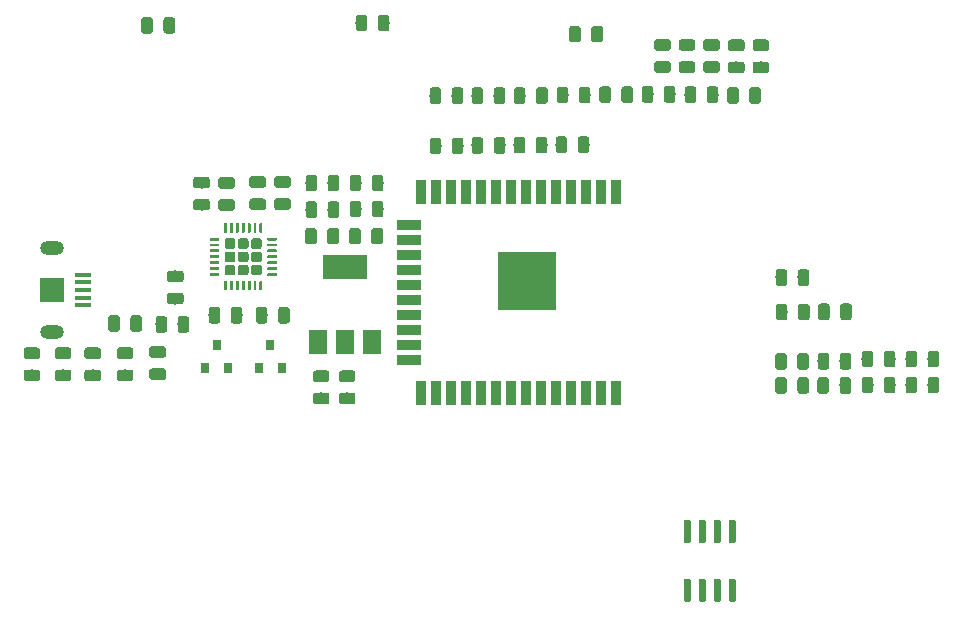
<source format=gbr>
G04 #@! TF.GenerationSoftware,KiCad,Pcbnew,(5.1.4)-1*
G04 #@! TF.CreationDate,2021-08-26T23:09:31-03:00*
G04 #@! TF.ProjectId,PLC_ESP32,504c435f-4553-4503-9332-2e6b69636164,rev?*
G04 #@! TF.SameCoordinates,Original*
G04 #@! TF.FileFunction,Paste,Top*
G04 #@! TF.FilePolarity,Positive*
%FSLAX46Y46*%
G04 Gerber Fmt 4.6, Leading zero omitted, Abs format (unit mm)*
G04 Created by KiCad (PCBNEW (5.1.4)-1) date 2021-08-26 23:09:31*
%MOMM*%
%LPD*%
G04 APERTURE LIST*
%ADD10C,0.100000*%
%ADD11C,0.975000*%
%ADD12R,0.800000X0.900000*%
%ADD13C,0.600000*%
%ADD14R,0.900000X2.000000*%
%ADD15R,2.000000X0.900000*%
%ADD16R,5.000000X5.000000*%
%ADD17C,0.250000*%
%ADD18C,0.900000*%
%ADD19R,1.500000X2.000000*%
%ADD20R,3.800000X2.000000*%
%ADD21R,1.350000X0.400000*%
%ADD22O,2.000000X1.200000*%
%ADD23R,2.000000X2.000000*%
G04 APERTURE END LIST*
D10*
G36*
X157705142Y-132401174D02*
G01*
X157728803Y-132404684D01*
X157752007Y-132410496D01*
X157774529Y-132418554D01*
X157796153Y-132428782D01*
X157816670Y-132441079D01*
X157835883Y-132455329D01*
X157853607Y-132471393D01*
X157869671Y-132489117D01*
X157883921Y-132508330D01*
X157896218Y-132528847D01*
X157906446Y-132550471D01*
X157914504Y-132572993D01*
X157920316Y-132596197D01*
X157923826Y-132619858D01*
X157925000Y-132643750D01*
X157925000Y-133556250D01*
X157923826Y-133580142D01*
X157920316Y-133603803D01*
X157914504Y-133627007D01*
X157906446Y-133649529D01*
X157896218Y-133671153D01*
X157883921Y-133691670D01*
X157869671Y-133710883D01*
X157853607Y-133728607D01*
X157835883Y-133744671D01*
X157816670Y-133758921D01*
X157796153Y-133771218D01*
X157774529Y-133781446D01*
X157752007Y-133789504D01*
X157728803Y-133795316D01*
X157705142Y-133798826D01*
X157681250Y-133800000D01*
X157193750Y-133800000D01*
X157169858Y-133798826D01*
X157146197Y-133795316D01*
X157122993Y-133789504D01*
X157100471Y-133781446D01*
X157078847Y-133771218D01*
X157058330Y-133758921D01*
X157039117Y-133744671D01*
X157021393Y-133728607D01*
X157005329Y-133710883D01*
X156991079Y-133691670D01*
X156978782Y-133671153D01*
X156968554Y-133649529D01*
X156960496Y-133627007D01*
X156954684Y-133603803D01*
X156951174Y-133580142D01*
X156950000Y-133556250D01*
X156950000Y-132643750D01*
X156951174Y-132619858D01*
X156954684Y-132596197D01*
X156960496Y-132572993D01*
X156968554Y-132550471D01*
X156978782Y-132528847D01*
X156991079Y-132508330D01*
X157005329Y-132489117D01*
X157021393Y-132471393D01*
X157039117Y-132455329D01*
X157058330Y-132441079D01*
X157078847Y-132428782D01*
X157100471Y-132418554D01*
X157122993Y-132410496D01*
X157146197Y-132404684D01*
X157169858Y-132401174D01*
X157193750Y-132400000D01*
X157681250Y-132400000D01*
X157705142Y-132401174D01*
X157705142Y-132401174D01*
G37*
D11*
X157437500Y-133100000D03*
D10*
G36*
X155830142Y-132401174D02*
G01*
X155853803Y-132404684D01*
X155877007Y-132410496D01*
X155899529Y-132418554D01*
X155921153Y-132428782D01*
X155941670Y-132441079D01*
X155960883Y-132455329D01*
X155978607Y-132471393D01*
X155994671Y-132489117D01*
X156008921Y-132508330D01*
X156021218Y-132528847D01*
X156031446Y-132550471D01*
X156039504Y-132572993D01*
X156045316Y-132596197D01*
X156048826Y-132619858D01*
X156050000Y-132643750D01*
X156050000Y-133556250D01*
X156048826Y-133580142D01*
X156045316Y-133603803D01*
X156039504Y-133627007D01*
X156031446Y-133649529D01*
X156021218Y-133671153D01*
X156008921Y-133691670D01*
X155994671Y-133710883D01*
X155978607Y-133728607D01*
X155960883Y-133744671D01*
X155941670Y-133758921D01*
X155921153Y-133771218D01*
X155899529Y-133781446D01*
X155877007Y-133789504D01*
X155853803Y-133795316D01*
X155830142Y-133798826D01*
X155806250Y-133800000D01*
X155318750Y-133800000D01*
X155294858Y-133798826D01*
X155271197Y-133795316D01*
X155247993Y-133789504D01*
X155225471Y-133781446D01*
X155203847Y-133771218D01*
X155183330Y-133758921D01*
X155164117Y-133744671D01*
X155146393Y-133728607D01*
X155130329Y-133710883D01*
X155116079Y-133691670D01*
X155103782Y-133671153D01*
X155093554Y-133649529D01*
X155085496Y-133627007D01*
X155079684Y-133603803D01*
X155076174Y-133580142D01*
X155075000Y-133556250D01*
X155075000Y-132643750D01*
X155076174Y-132619858D01*
X155079684Y-132596197D01*
X155085496Y-132572993D01*
X155093554Y-132550471D01*
X155103782Y-132528847D01*
X155116079Y-132508330D01*
X155130329Y-132489117D01*
X155146393Y-132471393D01*
X155164117Y-132455329D01*
X155183330Y-132441079D01*
X155203847Y-132428782D01*
X155225471Y-132418554D01*
X155247993Y-132410496D01*
X155271197Y-132404684D01*
X155294858Y-132401174D01*
X155318750Y-132400000D01*
X155806250Y-132400000D01*
X155830142Y-132401174D01*
X155830142Y-132401174D01*
G37*
D11*
X155562500Y-133100000D03*
D10*
G36*
X157705142Y-130201174D02*
G01*
X157728803Y-130204684D01*
X157752007Y-130210496D01*
X157774529Y-130218554D01*
X157796153Y-130228782D01*
X157816670Y-130241079D01*
X157835883Y-130255329D01*
X157853607Y-130271393D01*
X157869671Y-130289117D01*
X157883921Y-130308330D01*
X157896218Y-130328847D01*
X157906446Y-130350471D01*
X157914504Y-130372993D01*
X157920316Y-130396197D01*
X157923826Y-130419858D01*
X157925000Y-130443750D01*
X157925000Y-131356250D01*
X157923826Y-131380142D01*
X157920316Y-131403803D01*
X157914504Y-131427007D01*
X157906446Y-131449529D01*
X157896218Y-131471153D01*
X157883921Y-131491670D01*
X157869671Y-131510883D01*
X157853607Y-131528607D01*
X157835883Y-131544671D01*
X157816670Y-131558921D01*
X157796153Y-131571218D01*
X157774529Y-131581446D01*
X157752007Y-131589504D01*
X157728803Y-131595316D01*
X157705142Y-131598826D01*
X157681250Y-131600000D01*
X157193750Y-131600000D01*
X157169858Y-131598826D01*
X157146197Y-131595316D01*
X157122993Y-131589504D01*
X157100471Y-131581446D01*
X157078847Y-131571218D01*
X157058330Y-131558921D01*
X157039117Y-131544671D01*
X157021393Y-131528607D01*
X157005329Y-131510883D01*
X156991079Y-131491670D01*
X156978782Y-131471153D01*
X156968554Y-131449529D01*
X156960496Y-131427007D01*
X156954684Y-131403803D01*
X156951174Y-131380142D01*
X156950000Y-131356250D01*
X156950000Y-130443750D01*
X156951174Y-130419858D01*
X156954684Y-130396197D01*
X156960496Y-130372993D01*
X156968554Y-130350471D01*
X156978782Y-130328847D01*
X156991079Y-130308330D01*
X157005329Y-130289117D01*
X157021393Y-130271393D01*
X157039117Y-130255329D01*
X157058330Y-130241079D01*
X157078847Y-130228782D01*
X157100471Y-130218554D01*
X157122993Y-130210496D01*
X157146197Y-130204684D01*
X157169858Y-130201174D01*
X157193750Y-130200000D01*
X157681250Y-130200000D01*
X157705142Y-130201174D01*
X157705142Y-130201174D01*
G37*
D11*
X157437500Y-130900000D03*
D10*
G36*
X155830142Y-130201174D02*
G01*
X155853803Y-130204684D01*
X155877007Y-130210496D01*
X155899529Y-130218554D01*
X155921153Y-130228782D01*
X155941670Y-130241079D01*
X155960883Y-130255329D01*
X155978607Y-130271393D01*
X155994671Y-130289117D01*
X156008921Y-130308330D01*
X156021218Y-130328847D01*
X156031446Y-130350471D01*
X156039504Y-130372993D01*
X156045316Y-130396197D01*
X156048826Y-130419858D01*
X156050000Y-130443750D01*
X156050000Y-131356250D01*
X156048826Y-131380142D01*
X156045316Y-131403803D01*
X156039504Y-131427007D01*
X156031446Y-131449529D01*
X156021218Y-131471153D01*
X156008921Y-131491670D01*
X155994671Y-131510883D01*
X155978607Y-131528607D01*
X155960883Y-131544671D01*
X155941670Y-131558921D01*
X155921153Y-131571218D01*
X155899529Y-131581446D01*
X155877007Y-131589504D01*
X155853803Y-131595316D01*
X155830142Y-131598826D01*
X155806250Y-131600000D01*
X155318750Y-131600000D01*
X155294858Y-131598826D01*
X155271197Y-131595316D01*
X155247993Y-131589504D01*
X155225471Y-131581446D01*
X155203847Y-131571218D01*
X155183330Y-131558921D01*
X155164117Y-131544671D01*
X155146393Y-131528607D01*
X155130329Y-131510883D01*
X155116079Y-131491670D01*
X155103782Y-131471153D01*
X155093554Y-131449529D01*
X155085496Y-131427007D01*
X155079684Y-131403803D01*
X155076174Y-131380142D01*
X155075000Y-131356250D01*
X155075000Y-130443750D01*
X155076174Y-130419858D01*
X155079684Y-130396197D01*
X155085496Y-130372993D01*
X155093554Y-130350471D01*
X155103782Y-130328847D01*
X155116079Y-130308330D01*
X155130329Y-130289117D01*
X155146393Y-130271393D01*
X155164117Y-130255329D01*
X155183330Y-130241079D01*
X155203847Y-130228782D01*
X155225471Y-130218554D01*
X155247993Y-130210496D01*
X155271197Y-130204684D01*
X155294858Y-130201174D01*
X155318750Y-130200000D01*
X155806250Y-130200000D01*
X155830142Y-130201174D01*
X155830142Y-130201174D01*
G37*
D11*
X155562500Y-130900000D03*
D10*
G36*
X154005142Y-132401174D02*
G01*
X154028803Y-132404684D01*
X154052007Y-132410496D01*
X154074529Y-132418554D01*
X154096153Y-132428782D01*
X154116670Y-132441079D01*
X154135883Y-132455329D01*
X154153607Y-132471393D01*
X154169671Y-132489117D01*
X154183921Y-132508330D01*
X154196218Y-132528847D01*
X154206446Y-132550471D01*
X154214504Y-132572993D01*
X154220316Y-132596197D01*
X154223826Y-132619858D01*
X154225000Y-132643750D01*
X154225000Y-133556250D01*
X154223826Y-133580142D01*
X154220316Y-133603803D01*
X154214504Y-133627007D01*
X154206446Y-133649529D01*
X154196218Y-133671153D01*
X154183921Y-133691670D01*
X154169671Y-133710883D01*
X154153607Y-133728607D01*
X154135883Y-133744671D01*
X154116670Y-133758921D01*
X154096153Y-133771218D01*
X154074529Y-133781446D01*
X154052007Y-133789504D01*
X154028803Y-133795316D01*
X154005142Y-133798826D01*
X153981250Y-133800000D01*
X153493750Y-133800000D01*
X153469858Y-133798826D01*
X153446197Y-133795316D01*
X153422993Y-133789504D01*
X153400471Y-133781446D01*
X153378847Y-133771218D01*
X153358330Y-133758921D01*
X153339117Y-133744671D01*
X153321393Y-133728607D01*
X153305329Y-133710883D01*
X153291079Y-133691670D01*
X153278782Y-133671153D01*
X153268554Y-133649529D01*
X153260496Y-133627007D01*
X153254684Y-133603803D01*
X153251174Y-133580142D01*
X153250000Y-133556250D01*
X153250000Y-132643750D01*
X153251174Y-132619858D01*
X153254684Y-132596197D01*
X153260496Y-132572993D01*
X153268554Y-132550471D01*
X153278782Y-132528847D01*
X153291079Y-132508330D01*
X153305329Y-132489117D01*
X153321393Y-132471393D01*
X153339117Y-132455329D01*
X153358330Y-132441079D01*
X153378847Y-132428782D01*
X153400471Y-132418554D01*
X153422993Y-132410496D01*
X153446197Y-132404684D01*
X153469858Y-132401174D01*
X153493750Y-132400000D01*
X153981250Y-132400000D01*
X154005142Y-132401174D01*
X154005142Y-132401174D01*
G37*
D11*
X153737500Y-133100000D03*
D10*
G36*
X152130142Y-132401174D02*
G01*
X152153803Y-132404684D01*
X152177007Y-132410496D01*
X152199529Y-132418554D01*
X152221153Y-132428782D01*
X152241670Y-132441079D01*
X152260883Y-132455329D01*
X152278607Y-132471393D01*
X152294671Y-132489117D01*
X152308921Y-132508330D01*
X152321218Y-132528847D01*
X152331446Y-132550471D01*
X152339504Y-132572993D01*
X152345316Y-132596197D01*
X152348826Y-132619858D01*
X152350000Y-132643750D01*
X152350000Y-133556250D01*
X152348826Y-133580142D01*
X152345316Y-133603803D01*
X152339504Y-133627007D01*
X152331446Y-133649529D01*
X152321218Y-133671153D01*
X152308921Y-133691670D01*
X152294671Y-133710883D01*
X152278607Y-133728607D01*
X152260883Y-133744671D01*
X152241670Y-133758921D01*
X152221153Y-133771218D01*
X152199529Y-133781446D01*
X152177007Y-133789504D01*
X152153803Y-133795316D01*
X152130142Y-133798826D01*
X152106250Y-133800000D01*
X151618750Y-133800000D01*
X151594858Y-133798826D01*
X151571197Y-133795316D01*
X151547993Y-133789504D01*
X151525471Y-133781446D01*
X151503847Y-133771218D01*
X151483330Y-133758921D01*
X151464117Y-133744671D01*
X151446393Y-133728607D01*
X151430329Y-133710883D01*
X151416079Y-133691670D01*
X151403782Y-133671153D01*
X151393554Y-133649529D01*
X151385496Y-133627007D01*
X151379684Y-133603803D01*
X151376174Y-133580142D01*
X151375000Y-133556250D01*
X151375000Y-132643750D01*
X151376174Y-132619858D01*
X151379684Y-132596197D01*
X151385496Y-132572993D01*
X151393554Y-132550471D01*
X151403782Y-132528847D01*
X151416079Y-132508330D01*
X151430329Y-132489117D01*
X151446393Y-132471393D01*
X151464117Y-132455329D01*
X151483330Y-132441079D01*
X151503847Y-132428782D01*
X151525471Y-132418554D01*
X151547993Y-132410496D01*
X151571197Y-132404684D01*
X151594858Y-132401174D01*
X151618750Y-132400000D01*
X152106250Y-132400000D01*
X152130142Y-132401174D01*
X152130142Y-132401174D01*
G37*
D11*
X151862500Y-133100000D03*
D10*
G36*
X153995142Y-130201174D02*
G01*
X154018803Y-130204684D01*
X154042007Y-130210496D01*
X154064529Y-130218554D01*
X154086153Y-130228782D01*
X154106670Y-130241079D01*
X154125883Y-130255329D01*
X154143607Y-130271393D01*
X154159671Y-130289117D01*
X154173921Y-130308330D01*
X154186218Y-130328847D01*
X154196446Y-130350471D01*
X154204504Y-130372993D01*
X154210316Y-130396197D01*
X154213826Y-130419858D01*
X154215000Y-130443750D01*
X154215000Y-131356250D01*
X154213826Y-131380142D01*
X154210316Y-131403803D01*
X154204504Y-131427007D01*
X154196446Y-131449529D01*
X154186218Y-131471153D01*
X154173921Y-131491670D01*
X154159671Y-131510883D01*
X154143607Y-131528607D01*
X154125883Y-131544671D01*
X154106670Y-131558921D01*
X154086153Y-131571218D01*
X154064529Y-131581446D01*
X154042007Y-131589504D01*
X154018803Y-131595316D01*
X153995142Y-131598826D01*
X153971250Y-131600000D01*
X153483750Y-131600000D01*
X153459858Y-131598826D01*
X153436197Y-131595316D01*
X153412993Y-131589504D01*
X153390471Y-131581446D01*
X153368847Y-131571218D01*
X153348330Y-131558921D01*
X153329117Y-131544671D01*
X153311393Y-131528607D01*
X153295329Y-131510883D01*
X153281079Y-131491670D01*
X153268782Y-131471153D01*
X153258554Y-131449529D01*
X153250496Y-131427007D01*
X153244684Y-131403803D01*
X153241174Y-131380142D01*
X153240000Y-131356250D01*
X153240000Y-130443750D01*
X153241174Y-130419858D01*
X153244684Y-130396197D01*
X153250496Y-130372993D01*
X153258554Y-130350471D01*
X153268782Y-130328847D01*
X153281079Y-130308330D01*
X153295329Y-130289117D01*
X153311393Y-130271393D01*
X153329117Y-130255329D01*
X153348330Y-130241079D01*
X153368847Y-130228782D01*
X153390471Y-130218554D01*
X153412993Y-130210496D01*
X153436197Y-130204684D01*
X153459858Y-130201174D01*
X153483750Y-130200000D01*
X153971250Y-130200000D01*
X153995142Y-130201174D01*
X153995142Y-130201174D01*
G37*
D11*
X153727500Y-130900000D03*
D10*
G36*
X152120142Y-130201174D02*
G01*
X152143803Y-130204684D01*
X152167007Y-130210496D01*
X152189529Y-130218554D01*
X152211153Y-130228782D01*
X152231670Y-130241079D01*
X152250883Y-130255329D01*
X152268607Y-130271393D01*
X152284671Y-130289117D01*
X152298921Y-130308330D01*
X152311218Y-130328847D01*
X152321446Y-130350471D01*
X152329504Y-130372993D01*
X152335316Y-130396197D01*
X152338826Y-130419858D01*
X152340000Y-130443750D01*
X152340000Y-131356250D01*
X152338826Y-131380142D01*
X152335316Y-131403803D01*
X152329504Y-131427007D01*
X152321446Y-131449529D01*
X152311218Y-131471153D01*
X152298921Y-131491670D01*
X152284671Y-131510883D01*
X152268607Y-131528607D01*
X152250883Y-131544671D01*
X152231670Y-131558921D01*
X152211153Y-131571218D01*
X152189529Y-131581446D01*
X152167007Y-131589504D01*
X152143803Y-131595316D01*
X152120142Y-131598826D01*
X152096250Y-131600000D01*
X151608750Y-131600000D01*
X151584858Y-131598826D01*
X151561197Y-131595316D01*
X151537993Y-131589504D01*
X151515471Y-131581446D01*
X151493847Y-131571218D01*
X151473330Y-131558921D01*
X151454117Y-131544671D01*
X151436393Y-131528607D01*
X151420329Y-131510883D01*
X151406079Y-131491670D01*
X151393782Y-131471153D01*
X151383554Y-131449529D01*
X151375496Y-131427007D01*
X151369684Y-131403803D01*
X151366174Y-131380142D01*
X151365000Y-131356250D01*
X151365000Y-130443750D01*
X151366174Y-130419858D01*
X151369684Y-130396197D01*
X151375496Y-130372993D01*
X151383554Y-130350471D01*
X151393782Y-130328847D01*
X151406079Y-130308330D01*
X151420329Y-130289117D01*
X151436393Y-130271393D01*
X151454117Y-130255329D01*
X151473330Y-130241079D01*
X151493847Y-130228782D01*
X151515471Y-130218554D01*
X151537993Y-130210496D01*
X151561197Y-130204684D01*
X151584858Y-130201174D01*
X151608750Y-130200000D01*
X152096250Y-130200000D01*
X152120142Y-130201174D01*
X152120142Y-130201174D01*
G37*
D11*
X151852500Y-130900000D03*
D12*
X101300000Y-129675000D03*
X102250000Y-131675000D03*
X100350000Y-131675000D03*
X96750000Y-129675000D03*
X97700000Y-131675000D03*
X95800000Y-131675000D03*
D10*
G36*
X108780142Y-117501174D02*
G01*
X108803803Y-117504684D01*
X108827007Y-117510496D01*
X108849529Y-117518554D01*
X108871153Y-117528782D01*
X108891670Y-117541079D01*
X108910883Y-117555329D01*
X108928607Y-117571393D01*
X108944671Y-117589117D01*
X108958921Y-117608330D01*
X108971218Y-117628847D01*
X108981446Y-117650471D01*
X108989504Y-117672993D01*
X108995316Y-117696197D01*
X108998826Y-117719858D01*
X109000000Y-117743750D01*
X109000000Y-118656250D01*
X108998826Y-118680142D01*
X108995316Y-118703803D01*
X108989504Y-118727007D01*
X108981446Y-118749529D01*
X108971218Y-118771153D01*
X108958921Y-118791670D01*
X108944671Y-118810883D01*
X108928607Y-118828607D01*
X108910883Y-118844671D01*
X108891670Y-118858921D01*
X108871153Y-118871218D01*
X108849529Y-118881446D01*
X108827007Y-118889504D01*
X108803803Y-118895316D01*
X108780142Y-118898826D01*
X108756250Y-118900000D01*
X108268750Y-118900000D01*
X108244858Y-118898826D01*
X108221197Y-118895316D01*
X108197993Y-118889504D01*
X108175471Y-118881446D01*
X108153847Y-118871218D01*
X108133330Y-118858921D01*
X108114117Y-118844671D01*
X108096393Y-118828607D01*
X108080329Y-118810883D01*
X108066079Y-118791670D01*
X108053782Y-118771153D01*
X108043554Y-118749529D01*
X108035496Y-118727007D01*
X108029684Y-118703803D01*
X108026174Y-118680142D01*
X108025000Y-118656250D01*
X108025000Y-117743750D01*
X108026174Y-117719858D01*
X108029684Y-117696197D01*
X108035496Y-117672993D01*
X108043554Y-117650471D01*
X108053782Y-117628847D01*
X108066079Y-117608330D01*
X108080329Y-117589117D01*
X108096393Y-117571393D01*
X108114117Y-117555329D01*
X108133330Y-117541079D01*
X108153847Y-117528782D01*
X108175471Y-117518554D01*
X108197993Y-117510496D01*
X108221197Y-117504684D01*
X108244858Y-117501174D01*
X108268750Y-117500000D01*
X108756250Y-117500000D01*
X108780142Y-117501174D01*
X108780142Y-117501174D01*
G37*
D11*
X108512500Y-118200000D03*
D10*
G36*
X110655142Y-117501174D02*
G01*
X110678803Y-117504684D01*
X110702007Y-117510496D01*
X110724529Y-117518554D01*
X110746153Y-117528782D01*
X110766670Y-117541079D01*
X110785883Y-117555329D01*
X110803607Y-117571393D01*
X110819671Y-117589117D01*
X110833921Y-117608330D01*
X110846218Y-117628847D01*
X110856446Y-117650471D01*
X110864504Y-117672993D01*
X110870316Y-117696197D01*
X110873826Y-117719858D01*
X110875000Y-117743750D01*
X110875000Y-118656250D01*
X110873826Y-118680142D01*
X110870316Y-118703803D01*
X110864504Y-118727007D01*
X110856446Y-118749529D01*
X110846218Y-118771153D01*
X110833921Y-118791670D01*
X110819671Y-118810883D01*
X110803607Y-118828607D01*
X110785883Y-118844671D01*
X110766670Y-118858921D01*
X110746153Y-118871218D01*
X110724529Y-118881446D01*
X110702007Y-118889504D01*
X110678803Y-118895316D01*
X110655142Y-118898826D01*
X110631250Y-118900000D01*
X110143750Y-118900000D01*
X110119858Y-118898826D01*
X110096197Y-118895316D01*
X110072993Y-118889504D01*
X110050471Y-118881446D01*
X110028847Y-118871218D01*
X110008330Y-118858921D01*
X109989117Y-118844671D01*
X109971393Y-118828607D01*
X109955329Y-118810883D01*
X109941079Y-118791670D01*
X109928782Y-118771153D01*
X109918554Y-118749529D01*
X109910496Y-118727007D01*
X109904684Y-118703803D01*
X109901174Y-118680142D01*
X109900000Y-118656250D01*
X109900000Y-117743750D01*
X109901174Y-117719858D01*
X109904684Y-117696197D01*
X109910496Y-117672993D01*
X109918554Y-117650471D01*
X109928782Y-117628847D01*
X109941079Y-117608330D01*
X109955329Y-117589117D01*
X109971393Y-117571393D01*
X109989117Y-117555329D01*
X110008330Y-117541079D01*
X110028847Y-117528782D01*
X110050471Y-117518554D01*
X110072993Y-117510496D01*
X110096197Y-117504684D01*
X110119858Y-117501174D01*
X110143750Y-117500000D01*
X110631250Y-117500000D01*
X110655142Y-117501174D01*
X110655142Y-117501174D01*
G37*
D11*
X110387500Y-118200000D03*
D10*
G36*
X128080142Y-112051174D02*
G01*
X128103803Y-112054684D01*
X128127007Y-112060496D01*
X128149529Y-112068554D01*
X128171153Y-112078782D01*
X128191670Y-112091079D01*
X128210883Y-112105329D01*
X128228607Y-112121393D01*
X128244671Y-112139117D01*
X128258921Y-112158330D01*
X128271218Y-112178847D01*
X128281446Y-112200471D01*
X128289504Y-112222993D01*
X128295316Y-112246197D01*
X128298826Y-112269858D01*
X128300000Y-112293750D01*
X128300000Y-113206250D01*
X128298826Y-113230142D01*
X128295316Y-113253803D01*
X128289504Y-113277007D01*
X128281446Y-113299529D01*
X128271218Y-113321153D01*
X128258921Y-113341670D01*
X128244671Y-113360883D01*
X128228607Y-113378607D01*
X128210883Y-113394671D01*
X128191670Y-113408921D01*
X128171153Y-113421218D01*
X128149529Y-113431446D01*
X128127007Y-113439504D01*
X128103803Y-113445316D01*
X128080142Y-113448826D01*
X128056250Y-113450000D01*
X127568750Y-113450000D01*
X127544858Y-113448826D01*
X127521197Y-113445316D01*
X127497993Y-113439504D01*
X127475471Y-113431446D01*
X127453847Y-113421218D01*
X127433330Y-113408921D01*
X127414117Y-113394671D01*
X127396393Y-113378607D01*
X127380329Y-113360883D01*
X127366079Y-113341670D01*
X127353782Y-113321153D01*
X127343554Y-113299529D01*
X127335496Y-113277007D01*
X127329684Y-113253803D01*
X127326174Y-113230142D01*
X127325000Y-113206250D01*
X127325000Y-112293750D01*
X127326174Y-112269858D01*
X127329684Y-112246197D01*
X127335496Y-112222993D01*
X127343554Y-112200471D01*
X127353782Y-112178847D01*
X127366079Y-112158330D01*
X127380329Y-112139117D01*
X127396393Y-112121393D01*
X127414117Y-112105329D01*
X127433330Y-112091079D01*
X127453847Y-112078782D01*
X127475471Y-112068554D01*
X127497993Y-112060496D01*
X127521197Y-112054684D01*
X127544858Y-112051174D01*
X127568750Y-112050000D01*
X128056250Y-112050000D01*
X128080142Y-112051174D01*
X128080142Y-112051174D01*
G37*
D11*
X127812500Y-112750000D03*
D10*
G36*
X126205142Y-112051174D02*
G01*
X126228803Y-112054684D01*
X126252007Y-112060496D01*
X126274529Y-112068554D01*
X126296153Y-112078782D01*
X126316670Y-112091079D01*
X126335883Y-112105329D01*
X126353607Y-112121393D01*
X126369671Y-112139117D01*
X126383921Y-112158330D01*
X126396218Y-112178847D01*
X126406446Y-112200471D01*
X126414504Y-112222993D01*
X126420316Y-112246197D01*
X126423826Y-112269858D01*
X126425000Y-112293750D01*
X126425000Y-113206250D01*
X126423826Y-113230142D01*
X126420316Y-113253803D01*
X126414504Y-113277007D01*
X126406446Y-113299529D01*
X126396218Y-113321153D01*
X126383921Y-113341670D01*
X126369671Y-113360883D01*
X126353607Y-113378607D01*
X126335883Y-113394671D01*
X126316670Y-113408921D01*
X126296153Y-113421218D01*
X126274529Y-113431446D01*
X126252007Y-113439504D01*
X126228803Y-113445316D01*
X126205142Y-113448826D01*
X126181250Y-113450000D01*
X125693750Y-113450000D01*
X125669858Y-113448826D01*
X125646197Y-113445316D01*
X125622993Y-113439504D01*
X125600471Y-113431446D01*
X125578847Y-113421218D01*
X125558330Y-113408921D01*
X125539117Y-113394671D01*
X125521393Y-113378607D01*
X125505329Y-113360883D01*
X125491079Y-113341670D01*
X125478782Y-113321153D01*
X125468554Y-113299529D01*
X125460496Y-113277007D01*
X125454684Y-113253803D01*
X125451174Y-113230142D01*
X125450000Y-113206250D01*
X125450000Y-112293750D01*
X125451174Y-112269858D01*
X125454684Y-112246197D01*
X125460496Y-112222993D01*
X125468554Y-112200471D01*
X125478782Y-112178847D01*
X125491079Y-112158330D01*
X125505329Y-112139117D01*
X125521393Y-112121393D01*
X125539117Y-112105329D01*
X125558330Y-112091079D01*
X125578847Y-112078782D01*
X125600471Y-112068554D01*
X125622993Y-112060496D01*
X125646197Y-112054684D01*
X125669858Y-112051174D01*
X125693750Y-112050000D01*
X126181250Y-112050000D01*
X126205142Y-112051174D01*
X126205142Y-112051174D01*
G37*
D11*
X125937500Y-112750000D03*
D10*
G36*
X124530142Y-112101174D02*
G01*
X124553803Y-112104684D01*
X124577007Y-112110496D01*
X124599529Y-112118554D01*
X124621153Y-112128782D01*
X124641670Y-112141079D01*
X124660883Y-112155329D01*
X124678607Y-112171393D01*
X124694671Y-112189117D01*
X124708921Y-112208330D01*
X124721218Y-112228847D01*
X124731446Y-112250471D01*
X124739504Y-112272993D01*
X124745316Y-112296197D01*
X124748826Y-112319858D01*
X124750000Y-112343750D01*
X124750000Y-113256250D01*
X124748826Y-113280142D01*
X124745316Y-113303803D01*
X124739504Y-113327007D01*
X124731446Y-113349529D01*
X124721218Y-113371153D01*
X124708921Y-113391670D01*
X124694671Y-113410883D01*
X124678607Y-113428607D01*
X124660883Y-113444671D01*
X124641670Y-113458921D01*
X124621153Y-113471218D01*
X124599529Y-113481446D01*
X124577007Y-113489504D01*
X124553803Y-113495316D01*
X124530142Y-113498826D01*
X124506250Y-113500000D01*
X124018750Y-113500000D01*
X123994858Y-113498826D01*
X123971197Y-113495316D01*
X123947993Y-113489504D01*
X123925471Y-113481446D01*
X123903847Y-113471218D01*
X123883330Y-113458921D01*
X123864117Y-113444671D01*
X123846393Y-113428607D01*
X123830329Y-113410883D01*
X123816079Y-113391670D01*
X123803782Y-113371153D01*
X123793554Y-113349529D01*
X123785496Y-113327007D01*
X123779684Y-113303803D01*
X123776174Y-113280142D01*
X123775000Y-113256250D01*
X123775000Y-112343750D01*
X123776174Y-112319858D01*
X123779684Y-112296197D01*
X123785496Y-112272993D01*
X123793554Y-112250471D01*
X123803782Y-112228847D01*
X123816079Y-112208330D01*
X123830329Y-112189117D01*
X123846393Y-112171393D01*
X123864117Y-112155329D01*
X123883330Y-112141079D01*
X123903847Y-112128782D01*
X123925471Y-112118554D01*
X123947993Y-112110496D01*
X123971197Y-112104684D01*
X123994858Y-112101174D01*
X124018750Y-112100000D01*
X124506250Y-112100000D01*
X124530142Y-112101174D01*
X124530142Y-112101174D01*
G37*
D11*
X124262500Y-112800000D03*
D10*
G36*
X122655142Y-112101174D02*
G01*
X122678803Y-112104684D01*
X122702007Y-112110496D01*
X122724529Y-112118554D01*
X122746153Y-112128782D01*
X122766670Y-112141079D01*
X122785883Y-112155329D01*
X122803607Y-112171393D01*
X122819671Y-112189117D01*
X122833921Y-112208330D01*
X122846218Y-112228847D01*
X122856446Y-112250471D01*
X122864504Y-112272993D01*
X122870316Y-112296197D01*
X122873826Y-112319858D01*
X122875000Y-112343750D01*
X122875000Y-113256250D01*
X122873826Y-113280142D01*
X122870316Y-113303803D01*
X122864504Y-113327007D01*
X122856446Y-113349529D01*
X122846218Y-113371153D01*
X122833921Y-113391670D01*
X122819671Y-113410883D01*
X122803607Y-113428607D01*
X122785883Y-113444671D01*
X122766670Y-113458921D01*
X122746153Y-113471218D01*
X122724529Y-113481446D01*
X122702007Y-113489504D01*
X122678803Y-113495316D01*
X122655142Y-113498826D01*
X122631250Y-113500000D01*
X122143750Y-113500000D01*
X122119858Y-113498826D01*
X122096197Y-113495316D01*
X122072993Y-113489504D01*
X122050471Y-113481446D01*
X122028847Y-113471218D01*
X122008330Y-113458921D01*
X121989117Y-113444671D01*
X121971393Y-113428607D01*
X121955329Y-113410883D01*
X121941079Y-113391670D01*
X121928782Y-113371153D01*
X121918554Y-113349529D01*
X121910496Y-113327007D01*
X121904684Y-113303803D01*
X121901174Y-113280142D01*
X121900000Y-113256250D01*
X121900000Y-112343750D01*
X121901174Y-112319858D01*
X121904684Y-112296197D01*
X121910496Y-112272993D01*
X121918554Y-112250471D01*
X121928782Y-112228847D01*
X121941079Y-112208330D01*
X121955329Y-112189117D01*
X121971393Y-112171393D01*
X121989117Y-112155329D01*
X122008330Y-112141079D01*
X122028847Y-112128782D01*
X122050471Y-112118554D01*
X122072993Y-112110496D01*
X122096197Y-112104684D01*
X122119858Y-112101174D01*
X122143750Y-112100000D01*
X122631250Y-112100000D01*
X122655142Y-112101174D01*
X122655142Y-112101174D01*
G37*
D11*
X122387500Y-112800000D03*
D10*
G36*
X120970142Y-112121174D02*
G01*
X120993803Y-112124684D01*
X121017007Y-112130496D01*
X121039529Y-112138554D01*
X121061153Y-112148782D01*
X121081670Y-112161079D01*
X121100883Y-112175329D01*
X121118607Y-112191393D01*
X121134671Y-112209117D01*
X121148921Y-112228330D01*
X121161218Y-112248847D01*
X121171446Y-112270471D01*
X121179504Y-112292993D01*
X121185316Y-112316197D01*
X121188826Y-112339858D01*
X121190000Y-112363750D01*
X121190000Y-113276250D01*
X121188826Y-113300142D01*
X121185316Y-113323803D01*
X121179504Y-113347007D01*
X121171446Y-113369529D01*
X121161218Y-113391153D01*
X121148921Y-113411670D01*
X121134671Y-113430883D01*
X121118607Y-113448607D01*
X121100883Y-113464671D01*
X121081670Y-113478921D01*
X121061153Y-113491218D01*
X121039529Y-113501446D01*
X121017007Y-113509504D01*
X120993803Y-113515316D01*
X120970142Y-113518826D01*
X120946250Y-113520000D01*
X120458750Y-113520000D01*
X120434858Y-113518826D01*
X120411197Y-113515316D01*
X120387993Y-113509504D01*
X120365471Y-113501446D01*
X120343847Y-113491218D01*
X120323330Y-113478921D01*
X120304117Y-113464671D01*
X120286393Y-113448607D01*
X120270329Y-113430883D01*
X120256079Y-113411670D01*
X120243782Y-113391153D01*
X120233554Y-113369529D01*
X120225496Y-113347007D01*
X120219684Y-113323803D01*
X120216174Y-113300142D01*
X120215000Y-113276250D01*
X120215000Y-112363750D01*
X120216174Y-112339858D01*
X120219684Y-112316197D01*
X120225496Y-112292993D01*
X120233554Y-112270471D01*
X120243782Y-112248847D01*
X120256079Y-112228330D01*
X120270329Y-112209117D01*
X120286393Y-112191393D01*
X120304117Y-112175329D01*
X120323330Y-112161079D01*
X120343847Y-112148782D01*
X120365471Y-112138554D01*
X120387993Y-112130496D01*
X120411197Y-112124684D01*
X120434858Y-112121174D01*
X120458750Y-112120000D01*
X120946250Y-112120000D01*
X120970142Y-112121174D01*
X120970142Y-112121174D01*
G37*
D11*
X120702500Y-112820000D03*
D10*
G36*
X119095142Y-112121174D02*
G01*
X119118803Y-112124684D01*
X119142007Y-112130496D01*
X119164529Y-112138554D01*
X119186153Y-112148782D01*
X119206670Y-112161079D01*
X119225883Y-112175329D01*
X119243607Y-112191393D01*
X119259671Y-112209117D01*
X119273921Y-112228330D01*
X119286218Y-112248847D01*
X119296446Y-112270471D01*
X119304504Y-112292993D01*
X119310316Y-112316197D01*
X119313826Y-112339858D01*
X119315000Y-112363750D01*
X119315000Y-113276250D01*
X119313826Y-113300142D01*
X119310316Y-113323803D01*
X119304504Y-113347007D01*
X119296446Y-113369529D01*
X119286218Y-113391153D01*
X119273921Y-113411670D01*
X119259671Y-113430883D01*
X119243607Y-113448607D01*
X119225883Y-113464671D01*
X119206670Y-113478921D01*
X119186153Y-113491218D01*
X119164529Y-113501446D01*
X119142007Y-113509504D01*
X119118803Y-113515316D01*
X119095142Y-113518826D01*
X119071250Y-113520000D01*
X118583750Y-113520000D01*
X118559858Y-113518826D01*
X118536197Y-113515316D01*
X118512993Y-113509504D01*
X118490471Y-113501446D01*
X118468847Y-113491218D01*
X118448330Y-113478921D01*
X118429117Y-113464671D01*
X118411393Y-113448607D01*
X118395329Y-113430883D01*
X118381079Y-113411670D01*
X118368782Y-113391153D01*
X118358554Y-113369529D01*
X118350496Y-113347007D01*
X118344684Y-113323803D01*
X118341174Y-113300142D01*
X118340000Y-113276250D01*
X118340000Y-112363750D01*
X118341174Y-112339858D01*
X118344684Y-112316197D01*
X118350496Y-112292993D01*
X118358554Y-112270471D01*
X118368782Y-112248847D01*
X118381079Y-112228330D01*
X118395329Y-112209117D01*
X118411393Y-112191393D01*
X118429117Y-112175329D01*
X118448330Y-112161079D01*
X118468847Y-112148782D01*
X118490471Y-112138554D01*
X118512993Y-112130496D01*
X118536197Y-112124684D01*
X118559858Y-112121174D01*
X118583750Y-112120000D01*
X119071250Y-112120000D01*
X119095142Y-112121174D01*
X119095142Y-112121174D01*
G37*
D11*
X118827500Y-112820000D03*
D10*
G36*
X117430142Y-112151174D02*
G01*
X117453803Y-112154684D01*
X117477007Y-112160496D01*
X117499529Y-112168554D01*
X117521153Y-112178782D01*
X117541670Y-112191079D01*
X117560883Y-112205329D01*
X117578607Y-112221393D01*
X117594671Y-112239117D01*
X117608921Y-112258330D01*
X117621218Y-112278847D01*
X117631446Y-112300471D01*
X117639504Y-112322993D01*
X117645316Y-112346197D01*
X117648826Y-112369858D01*
X117650000Y-112393750D01*
X117650000Y-113306250D01*
X117648826Y-113330142D01*
X117645316Y-113353803D01*
X117639504Y-113377007D01*
X117631446Y-113399529D01*
X117621218Y-113421153D01*
X117608921Y-113441670D01*
X117594671Y-113460883D01*
X117578607Y-113478607D01*
X117560883Y-113494671D01*
X117541670Y-113508921D01*
X117521153Y-113521218D01*
X117499529Y-113531446D01*
X117477007Y-113539504D01*
X117453803Y-113545316D01*
X117430142Y-113548826D01*
X117406250Y-113550000D01*
X116918750Y-113550000D01*
X116894858Y-113548826D01*
X116871197Y-113545316D01*
X116847993Y-113539504D01*
X116825471Y-113531446D01*
X116803847Y-113521218D01*
X116783330Y-113508921D01*
X116764117Y-113494671D01*
X116746393Y-113478607D01*
X116730329Y-113460883D01*
X116716079Y-113441670D01*
X116703782Y-113421153D01*
X116693554Y-113399529D01*
X116685496Y-113377007D01*
X116679684Y-113353803D01*
X116676174Y-113330142D01*
X116675000Y-113306250D01*
X116675000Y-112393750D01*
X116676174Y-112369858D01*
X116679684Y-112346197D01*
X116685496Y-112322993D01*
X116693554Y-112300471D01*
X116703782Y-112278847D01*
X116716079Y-112258330D01*
X116730329Y-112239117D01*
X116746393Y-112221393D01*
X116764117Y-112205329D01*
X116783330Y-112191079D01*
X116803847Y-112178782D01*
X116825471Y-112168554D01*
X116847993Y-112160496D01*
X116871197Y-112154684D01*
X116894858Y-112151174D01*
X116918750Y-112150000D01*
X117406250Y-112150000D01*
X117430142Y-112151174D01*
X117430142Y-112151174D01*
G37*
D11*
X117162500Y-112850000D03*
D10*
G36*
X115555142Y-112151174D02*
G01*
X115578803Y-112154684D01*
X115602007Y-112160496D01*
X115624529Y-112168554D01*
X115646153Y-112178782D01*
X115666670Y-112191079D01*
X115685883Y-112205329D01*
X115703607Y-112221393D01*
X115719671Y-112239117D01*
X115733921Y-112258330D01*
X115746218Y-112278847D01*
X115756446Y-112300471D01*
X115764504Y-112322993D01*
X115770316Y-112346197D01*
X115773826Y-112369858D01*
X115775000Y-112393750D01*
X115775000Y-113306250D01*
X115773826Y-113330142D01*
X115770316Y-113353803D01*
X115764504Y-113377007D01*
X115756446Y-113399529D01*
X115746218Y-113421153D01*
X115733921Y-113441670D01*
X115719671Y-113460883D01*
X115703607Y-113478607D01*
X115685883Y-113494671D01*
X115666670Y-113508921D01*
X115646153Y-113521218D01*
X115624529Y-113531446D01*
X115602007Y-113539504D01*
X115578803Y-113545316D01*
X115555142Y-113548826D01*
X115531250Y-113550000D01*
X115043750Y-113550000D01*
X115019858Y-113548826D01*
X114996197Y-113545316D01*
X114972993Y-113539504D01*
X114950471Y-113531446D01*
X114928847Y-113521218D01*
X114908330Y-113508921D01*
X114889117Y-113494671D01*
X114871393Y-113478607D01*
X114855329Y-113460883D01*
X114841079Y-113441670D01*
X114828782Y-113421153D01*
X114818554Y-113399529D01*
X114810496Y-113377007D01*
X114804684Y-113353803D01*
X114801174Y-113330142D01*
X114800000Y-113306250D01*
X114800000Y-112393750D01*
X114801174Y-112369858D01*
X114804684Y-112346197D01*
X114810496Y-112322993D01*
X114818554Y-112300471D01*
X114828782Y-112278847D01*
X114841079Y-112258330D01*
X114855329Y-112239117D01*
X114871393Y-112221393D01*
X114889117Y-112205329D01*
X114908330Y-112191079D01*
X114928847Y-112178782D01*
X114950471Y-112168554D01*
X114972993Y-112160496D01*
X114996197Y-112154684D01*
X115019858Y-112151174D01*
X115043750Y-112150000D01*
X115531250Y-112150000D01*
X115555142Y-112151174D01*
X115555142Y-112151174D01*
G37*
D11*
X115287500Y-112850000D03*
D10*
G36*
X136759703Y-144550722D02*
G01*
X136774264Y-144552882D01*
X136788543Y-144556459D01*
X136802403Y-144561418D01*
X136815710Y-144567712D01*
X136828336Y-144575280D01*
X136840159Y-144584048D01*
X136851066Y-144593934D01*
X136860952Y-144604841D01*
X136869720Y-144616664D01*
X136877288Y-144629290D01*
X136883582Y-144642597D01*
X136888541Y-144656457D01*
X136892118Y-144670736D01*
X136894278Y-144685297D01*
X136895000Y-144700000D01*
X136895000Y-146350000D01*
X136894278Y-146364703D01*
X136892118Y-146379264D01*
X136888541Y-146393543D01*
X136883582Y-146407403D01*
X136877288Y-146420710D01*
X136869720Y-146433336D01*
X136860952Y-146445159D01*
X136851066Y-146456066D01*
X136840159Y-146465952D01*
X136828336Y-146474720D01*
X136815710Y-146482288D01*
X136802403Y-146488582D01*
X136788543Y-146493541D01*
X136774264Y-146497118D01*
X136759703Y-146499278D01*
X136745000Y-146500000D01*
X136445000Y-146500000D01*
X136430297Y-146499278D01*
X136415736Y-146497118D01*
X136401457Y-146493541D01*
X136387597Y-146488582D01*
X136374290Y-146482288D01*
X136361664Y-146474720D01*
X136349841Y-146465952D01*
X136338934Y-146456066D01*
X136329048Y-146445159D01*
X136320280Y-146433336D01*
X136312712Y-146420710D01*
X136306418Y-146407403D01*
X136301459Y-146393543D01*
X136297882Y-146379264D01*
X136295722Y-146364703D01*
X136295000Y-146350000D01*
X136295000Y-144700000D01*
X136295722Y-144685297D01*
X136297882Y-144670736D01*
X136301459Y-144656457D01*
X136306418Y-144642597D01*
X136312712Y-144629290D01*
X136320280Y-144616664D01*
X136329048Y-144604841D01*
X136338934Y-144593934D01*
X136349841Y-144584048D01*
X136361664Y-144575280D01*
X136374290Y-144567712D01*
X136387597Y-144561418D01*
X136401457Y-144556459D01*
X136415736Y-144552882D01*
X136430297Y-144550722D01*
X136445000Y-144550000D01*
X136745000Y-144550000D01*
X136759703Y-144550722D01*
X136759703Y-144550722D01*
G37*
D13*
X136595000Y-145525000D03*
D10*
G36*
X138029703Y-144550722D02*
G01*
X138044264Y-144552882D01*
X138058543Y-144556459D01*
X138072403Y-144561418D01*
X138085710Y-144567712D01*
X138098336Y-144575280D01*
X138110159Y-144584048D01*
X138121066Y-144593934D01*
X138130952Y-144604841D01*
X138139720Y-144616664D01*
X138147288Y-144629290D01*
X138153582Y-144642597D01*
X138158541Y-144656457D01*
X138162118Y-144670736D01*
X138164278Y-144685297D01*
X138165000Y-144700000D01*
X138165000Y-146350000D01*
X138164278Y-146364703D01*
X138162118Y-146379264D01*
X138158541Y-146393543D01*
X138153582Y-146407403D01*
X138147288Y-146420710D01*
X138139720Y-146433336D01*
X138130952Y-146445159D01*
X138121066Y-146456066D01*
X138110159Y-146465952D01*
X138098336Y-146474720D01*
X138085710Y-146482288D01*
X138072403Y-146488582D01*
X138058543Y-146493541D01*
X138044264Y-146497118D01*
X138029703Y-146499278D01*
X138015000Y-146500000D01*
X137715000Y-146500000D01*
X137700297Y-146499278D01*
X137685736Y-146497118D01*
X137671457Y-146493541D01*
X137657597Y-146488582D01*
X137644290Y-146482288D01*
X137631664Y-146474720D01*
X137619841Y-146465952D01*
X137608934Y-146456066D01*
X137599048Y-146445159D01*
X137590280Y-146433336D01*
X137582712Y-146420710D01*
X137576418Y-146407403D01*
X137571459Y-146393543D01*
X137567882Y-146379264D01*
X137565722Y-146364703D01*
X137565000Y-146350000D01*
X137565000Y-144700000D01*
X137565722Y-144685297D01*
X137567882Y-144670736D01*
X137571459Y-144656457D01*
X137576418Y-144642597D01*
X137582712Y-144629290D01*
X137590280Y-144616664D01*
X137599048Y-144604841D01*
X137608934Y-144593934D01*
X137619841Y-144584048D01*
X137631664Y-144575280D01*
X137644290Y-144567712D01*
X137657597Y-144561418D01*
X137671457Y-144556459D01*
X137685736Y-144552882D01*
X137700297Y-144550722D01*
X137715000Y-144550000D01*
X138015000Y-144550000D01*
X138029703Y-144550722D01*
X138029703Y-144550722D01*
G37*
D13*
X137865000Y-145525000D03*
D10*
G36*
X139299703Y-144550722D02*
G01*
X139314264Y-144552882D01*
X139328543Y-144556459D01*
X139342403Y-144561418D01*
X139355710Y-144567712D01*
X139368336Y-144575280D01*
X139380159Y-144584048D01*
X139391066Y-144593934D01*
X139400952Y-144604841D01*
X139409720Y-144616664D01*
X139417288Y-144629290D01*
X139423582Y-144642597D01*
X139428541Y-144656457D01*
X139432118Y-144670736D01*
X139434278Y-144685297D01*
X139435000Y-144700000D01*
X139435000Y-146350000D01*
X139434278Y-146364703D01*
X139432118Y-146379264D01*
X139428541Y-146393543D01*
X139423582Y-146407403D01*
X139417288Y-146420710D01*
X139409720Y-146433336D01*
X139400952Y-146445159D01*
X139391066Y-146456066D01*
X139380159Y-146465952D01*
X139368336Y-146474720D01*
X139355710Y-146482288D01*
X139342403Y-146488582D01*
X139328543Y-146493541D01*
X139314264Y-146497118D01*
X139299703Y-146499278D01*
X139285000Y-146500000D01*
X138985000Y-146500000D01*
X138970297Y-146499278D01*
X138955736Y-146497118D01*
X138941457Y-146493541D01*
X138927597Y-146488582D01*
X138914290Y-146482288D01*
X138901664Y-146474720D01*
X138889841Y-146465952D01*
X138878934Y-146456066D01*
X138869048Y-146445159D01*
X138860280Y-146433336D01*
X138852712Y-146420710D01*
X138846418Y-146407403D01*
X138841459Y-146393543D01*
X138837882Y-146379264D01*
X138835722Y-146364703D01*
X138835000Y-146350000D01*
X138835000Y-144700000D01*
X138835722Y-144685297D01*
X138837882Y-144670736D01*
X138841459Y-144656457D01*
X138846418Y-144642597D01*
X138852712Y-144629290D01*
X138860280Y-144616664D01*
X138869048Y-144604841D01*
X138878934Y-144593934D01*
X138889841Y-144584048D01*
X138901664Y-144575280D01*
X138914290Y-144567712D01*
X138927597Y-144561418D01*
X138941457Y-144556459D01*
X138955736Y-144552882D01*
X138970297Y-144550722D01*
X138985000Y-144550000D01*
X139285000Y-144550000D01*
X139299703Y-144550722D01*
X139299703Y-144550722D01*
G37*
D13*
X139135000Y-145525000D03*
D10*
G36*
X140569703Y-144550722D02*
G01*
X140584264Y-144552882D01*
X140598543Y-144556459D01*
X140612403Y-144561418D01*
X140625710Y-144567712D01*
X140638336Y-144575280D01*
X140650159Y-144584048D01*
X140661066Y-144593934D01*
X140670952Y-144604841D01*
X140679720Y-144616664D01*
X140687288Y-144629290D01*
X140693582Y-144642597D01*
X140698541Y-144656457D01*
X140702118Y-144670736D01*
X140704278Y-144685297D01*
X140705000Y-144700000D01*
X140705000Y-146350000D01*
X140704278Y-146364703D01*
X140702118Y-146379264D01*
X140698541Y-146393543D01*
X140693582Y-146407403D01*
X140687288Y-146420710D01*
X140679720Y-146433336D01*
X140670952Y-146445159D01*
X140661066Y-146456066D01*
X140650159Y-146465952D01*
X140638336Y-146474720D01*
X140625710Y-146482288D01*
X140612403Y-146488582D01*
X140598543Y-146493541D01*
X140584264Y-146497118D01*
X140569703Y-146499278D01*
X140555000Y-146500000D01*
X140255000Y-146500000D01*
X140240297Y-146499278D01*
X140225736Y-146497118D01*
X140211457Y-146493541D01*
X140197597Y-146488582D01*
X140184290Y-146482288D01*
X140171664Y-146474720D01*
X140159841Y-146465952D01*
X140148934Y-146456066D01*
X140139048Y-146445159D01*
X140130280Y-146433336D01*
X140122712Y-146420710D01*
X140116418Y-146407403D01*
X140111459Y-146393543D01*
X140107882Y-146379264D01*
X140105722Y-146364703D01*
X140105000Y-146350000D01*
X140105000Y-144700000D01*
X140105722Y-144685297D01*
X140107882Y-144670736D01*
X140111459Y-144656457D01*
X140116418Y-144642597D01*
X140122712Y-144629290D01*
X140130280Y-144616664D01*
X140139048Y-144604841D01*
X140148934Y-144593934D01*
X140159841Y-144584048D01*
X140171664Y-144575280D01*
X140184290Y-144567712D01*
X140197597Y-144561418D01*
X140211457Y-144556459D01*
X140225736Y-144552882D01*
X140240297Y-144550722D01*
X140255000Y-144550000D01*
X140555000Y-144550000D01*
X140569703Y-144550722D01*
X140569703Y-144550722D01*
G37*
D13*
X140405000Y-145525000D03*
D10*
G36*
X140569703Y-149500722D02*
G01*
X140584264Y-149502882D01*
X140598543Y-149506459D01*
X140612403Y-149511418D01*
X140625710Y-149517712D01*
X140638336Y-149525280D01*
X140650159Y-149534048D01*
X140661066Y-149543934D01*
X140670952Y-149554841D01*
X140679720Y-149566664D01*
X140687288Y-149579290D01*
X140693582Y-149592597D01*
X140698541Y-149606457D01*
X140702118Y-149620736D01*
X140704278Y-149635297D01*
X140705000Y-149650000D01*
X140705000Y-151300000D01*
X140704278Y-151314703D01*
X140702118Y-151329264D01*
X140698541Y-151343543D01*
X140693582Y-151357403D01*
X140687288Y-151370710D01*
X140679720Y-151383336D01*
X140670952Y-151395159D01*
X140661066Y-151406066D01*
X140650159Y-151415952D01*
X140638336Y-151424720D01*
X140625710Y-151432288D01*
X140612403Y-151438582D01*
X140598543Y-151443541D01*
X140584264Y-151447118D01*
X140569703Y-151449278D01*
X140555000Y-151450000D01*
X140255000Y-151450000D01*
X140240297Y-151449278D01*
X140225736Y-151447118D01*
X140211457Y-151443541D01*
X140197597Y-151438582D01*
X140184290Y-151432288D01*
X140171664Y-151424720D01*
X140159841Y-151415952D01*
X140148934Y-151406066D01*
X140139048Y-151395159D01*
X140130280Y-151383336D01*
X140122712Y-151370710D01*
X140116418Y-151357403D01*
X140111459Y-151343543D01*
X140107882Y-151329264D01*
X140105722Y-151314703D01*
X140105000Y-151300000D01*
X140105000Y-149650000D01*
X140105722Y-149635297D01*
X140107882Y-149620736D01*
X140111459Y-149606457D01*
X140116418Y-149592597D01*
X140122712Y-149579290D01*
X140130280Y-149566664D01*
X140139048Y-149554841D01*
X140148934Y-149543934D01*
X140159841Y-149534048D01*
X140171664Y-149525280D01*
X140184290Y-149517712D01*
X140197597Y-149511418D01*
X140211457Y-149506459D01*
X140225736Y-149502882D01*
X140240297Y-149500722D01*
X140255000Y-149500000D01*
X140555000Y-149500000D01*
X140569703Y-149500722D01*
X140569703Y-149500722D01*
G37*
D13*
X140405000Y-150475000D03*
D10*
G36*
X139299703Y-149500722D02*
G01*
X139314264Y-149502882D01*
X139328543Y-149506459D01*
X139342403Y-149511418D01*
X139355710Y-149517712D01*
X139368336Y-149525280D01*
X139380159Y-149534048D01*
X139391066Y-149543934D01*
X139400952Y-149554841D01*
X139409720Y-149566664D01*
X139417288Y-149579290D01*
X139423582Y-149592597D01*
X139428541Y-149606457D01*
X139432118Y-149620736D01*
X139434278Y-149635297D01*
X139435000Y-149650000D01*
X139435000Y-151300000D01*
X139434278Y-151314703D01*
X139432118Y-151329264D01*
X139428541Y-151343543D01*
X139423582Y-151357403D01*
X139417288Y-151370710D01*
X139409720Y-151383336D01*
X139400952Y-151395159D01*
X139391066Y-151406066D01*
X139380159Y-151415952D01*
X139368336Y-151424720D01*
X139355710Y-151432288D01*
X139342403Y-151438582D01*
X139328543Y-151443541D01*
X139314264Y-151447118D01*
X139299703Y-151449278D01*
X139285000Y-151450000D01*
X138985000Y-151450000D01*
X138970297Y-151449278D01*
X138955736Y-151447118D01*
X138941457Y-151443541D01*
X138927597Y-151438582D01*
X138914290Y-151432288D01*
X138901664Y-151424720D01*
X138889841Y-151415952D01*
X138878934Y-151406066D01*
X138869048Y-151395159D01*
X138860280Y-151383336D01*
X138852712Y-151370710D01*
X138846418Y-151357403D01*
X138841459Y-151343543D01*
X138837882Y-151329264D01*
X138835722Y-151314703D01*
X138835000Y-151300000D01*
X138835000Y-149650000D01*
X138835722Y-149635297D01*
X138837882Y-149620736D01*
X138841459Y-149606457D01*
X138846418Y-149592597D01*
X138852712Y-149579290D01*
X138860280Y-149566664D01*
X138869048Y-149554841D01*
X138878934Y-149543934D01*
X138889841Y-149534048D01*
X138901664Y-149525280D01*
X138914290Y-149517712D01*
X138927597Y-149511418D01*
X138941457Y-149506459D01*
X138955736Y-149502882D01*
X138970297Y-149500722D01*
X138985000Y-149500000D01*
X139285000Y-149500000D01*
X139299703Y-149500722D01*
X139299703Y-149500722D01*
G37*
D13*
X139135000Y-150475000D03*
D10*
G36*
X138029703Y-149500722D02*
G01*
X138044264Y-149502882D01*
X138058543Y-149506459D01*
X138072403Y-149511418D01*
X138085710Y-149517712D01*
X138098336Y-149525280D01*
X138110159Y-149534048D01*
X138121066Y-149543934D01*
X138130952Y-149554841D01*
X138139720Y-149566664D01*
X138147288Y-149579290D01*
X138153582Y-149592597D01*
X138158541Y-149606457D01*
X138162118Y-149620736D01*
X138164278Y-149635297D01*
X138165000Y-149650000D01*
X138165000Y-151300000D01*
X138164278Y-151314703D01*
X138162118Y-151329264D01*
X138158541Y-151343543D01*
X138153582Y-151357403D01*
X138147288Y-151370710D01*
X138139720Y-151383336D01*
X138130952Y-151395159D01*
X138121066Y-151406066D01*
X138110159Y-151415952D01*
X138098336Y-151424720D01*
X138085710Y-151432288D01*
X138072403Y-151438582D01*
X138058543Y-151443541D01*
X138044264Y-151447118D01*
X138029703Y-151449278D01*
X138015000Y-151450000D01*
X137715000Y-151450000D01*
X137700297Y-151449278D01*
X137685736Y-151447118D01*
X137671457Y-151443541D01*
X137657597Y-151438582D01*
X137644290Y-151432288D01*
X137631664Y-151424720D01*
X137619841Y-151415952D01*
X137608934Y-151406066D01*
X137599048Y-151395159D01*
X137590280Y-151383336D01*
X137582712Y-151370710D01*
X137576418Y-151357403D01*
X137571459Y-151343543D01*
X137567882Y-151329264D01*
X137565722Y-151314703D01*
X137565000Y-151300000D01*
X137565000Y-149650000D01*
X137565722Y-149635297D01*
X137567882Y-149620736D01*
X137571459Y-149606457D01*
X137576418Y-149592597D01*
X137582712Y-149579290D01*
X137590280Y-149566664D01*
X137599048Y-149554841D01*
X137608934Y-149543934D01*
X137619841Y-149534048D01*
X137631664Y-149525280D01*
X137644290Y-149517712D01*
X137657597Y-149511418D01*
X137671457Y-149506459D01*
X137685736Y-149502882D01*
X137700297Y-149500722D01*
X137715000Y-149500000D01*
X138015000Y-149500000D01*
X138029703Y-149500722D01*
X138029703Y-149500722D01*
G37*
D13*
X137865000Y-150475000D03*
D10*
G36*
X136759703Y-149500722D02*
G01*
X136774264Y-149502882D01*
X136788543Y-149506459D01*
X136802403Y-149511418D01*
X136815710Y-149517712D01*
X136828336Y-149525280D01*
X136840159Y-149534048D01*
X136851066Y-149543934D01*
X136860952Y-149554841D01*
X136869720Y-149566664D01*
X136877288Y-149579290D01*
X136883582Y-149592597D01*
X136888541Y-149606457D01*
X136892118Y-149620736D01*
X136894278Y-149635297D01*
X136895000Y-149650000D01*
X136895000Y-151300000D01*
X136894278Y-151314703D01*
X136892118Y-151329264D01*
X136888541Y-151343543D01*
X136883582Y-151357403D01*
X136877288Y-151370710D01*
X136869720Y-151383336D01*
X136860952Y-151395159D01*
X136851066Y-151406066D01*
X136840159Y-151415952D01*
X136828336Y-151424720D01*
X136815710Y-151432288D01*
X136802403Y-151438582D01*
X136788543Y-151443541D01*
X136774264Y-151447118D01*
X136759703Y-151449278D01*
X136745000Y-151450000D01*
X136445000Y-151450000D01*
X136430297Y-151449278D01*
X136415736Y-151447118D01*
X136401457Y-151443541D01*
X136387597Y-151438582D01*
X136374290Y-151432288D01*
X136361664Y-151424720D01*
X136349841Y-151415952D01*
X136338934Y-151406066D01*
X136329048Y-151395159D01*
X136320280Y-151383336D01*
X136312712Y-151370710D01*
X136306418Y-151357403D01*
X136301459Y-151343543D01*
X136297882Y-151329264D01*
X136295722Y-151314703D01*
X136295000Y-151300000D01*
X136295000Y-149650000D01*
X136295722Y-149635297D01*
X136297882Y-149620736D01*
X136301459Y-149606457D01*
X136306418Y-149592597D01*
X136312712Y-149579290D01*
X136320280Y-149566664D01*
X136329048Y-149554841D01*
X136338934Y-149543934D01*
X136349841Y-149534048D01*
X136361664Y-149525280D01*
X136374290Y-149517712D01*
X136387597Y-149511418D01*
X136401457Y-149506459D01*
X136415736Y-149502882D01*
X136430297Y-149500722D01*
X136445000Y-149500000D01*
X136745000Y-149500000D01*
X136759703Y-149500722D01*
X136759703Y-149500722D01*
G37*
D13*
X136595000Y-150475000D03*
D14*
X130555000Y-133800000D03*
X129285000Y-133800000D03*
X128015000Y-133800000D03*
X126745000Y-133800000D03*
X125475000Y-133800000D03*
X124205000Y-133800000D03*
X122935000Y-133800000D03*
X121665000Y-133800000D03*
X120395000Y-133800000D03*
X119125000Y-133800000D03*
X117855000Y-133800000D03*
X116585000Y-133800000D03*
X115315000Y-133800000D03*
X114045000Y-133800000D03*
D15*
X113045000Y-131015000D03*
X113045000Y-129745000D03*
X113045000Y-128475000D03*
X113045000Y-127205000D03*
X113045000Y-125935000D03*
X113045000Y-124665000D03*
X113045000Y-123395000D03*
X113045000Y-122125000D03*
X113045000Y-120855000D03*
X113045000Y-119585000D03*
D14*
X114045000Y-116800000D03*
X115315000Y-116800000D03*
X116585000Y-116800000D03*
X117855000Y-116800000D03*
X119125000Y-116800000D03*
X120395000Y-116800000D03*
X121665000Y-116800000D03*
X122935000Y-116800000D03*
X124205000Y-116800000D03*
X125475000Y-116800000D03*
X126745000Y-116800000D03*
X128015000Y-116800000D03*
X129285000Y-116800000D03*
X130555000Y-116800000D03*
D16*
X123055000Y-124300000D03*
D10*
G36*
X97568626Y-119400301D02*
G01*
X97574693Y-119401201D01*
X97580643Y-119402691D01*
X97586418Y-119404758D01*
X97591962Y-119407380D01*
X97597223Y-119410533D01*
X97602150Y-119414187D01*
X97606694Y-119418306D01*
X97610813Y-119422850D01*
X97614467Y-119427777D01*
X97617620Y-119433038D01*
X97620242Y-119438582D01*
X97622309Y-119444357D01*
X97623799Y-119450307D01*
X97624699Y-119456374D01*
X97625000Y-119462500D01*
X97625000Y-120137500D01*
X97624699Y-120143626D01*
X97623799Y-120149693D01*
X97622309Y-120155643D01*
X97620242Y-120161418D01*
X97617620Y-120166962D01*
X97614467Y-120172223D01*
X97610813Y-120177150D01*
X97606694Y-120181694D01*
X97602150Y-120185813D01*
X97597223Y-120189467D01*
X97591962Y-120192620D01*
X97586418Y-120195242D01*
X97580643Y-120197309D01*
X97574693Y-120198799D01*
X97568626Y-120199699D01*
X97562500Y-120200000D01*
X97437500Y-120200000D01*
X97431374Y-120199699D01*
X97425307Y-120198799D01*
X97419357Y-120197309D01*
X97413582Y-120195242D01*
X97408038Y-120192620D01*
X97402777Y-120189467D01*
X97397850Y-120185813D01*
X97393306Y-120181694D01*
X97389187Y-120177150D01*
X97385533Y-120172223D01*
X97382380Y-120166962D01*
X97379758Y-120161418D01*
X97377691Y-120155643D01*
X97376201Y-120149693D01*
X97375301Y-120143626D01*
X97375000Y-120137500D01*
X97375000Y-119462500D01*
X97375301Y-119456374D01*
X97376201Y-119450307D01*
X97377691Y-119444357D01*
X97379758Y-119438582D01*
X97382380Y-119433038D01*
X97385533Y-119427777D01*
X97389187Y-119422850D01*
X97393306Y-119418306D01*
X97397850Y-119414187D01*
X97402777Y-119410533D01*
X97408038Y-119407380D01*
X97413582Y-119404758D01*
X97419357Y-119402691D01*
X97425307Y-119401201D01*
X97431374Y-119400301D01*
X97437500Y-119400000D01*
X97562500Y-119400000D01*
X97568626Y-119400301D01*
X97568626Y-119400301D01*
G37*
D17*
X97500000Y-119800000D03*
D10*
G36*
X98068626Y-119400301D02*
G01*
X98074693Y-119401201D01*
X98080643Y-119402691D01*
X98086418Y-119404758D01*
X98091962Y-119407380D01*
X98097223Y-119410533D01*
X98102150Y-119414187D01*
X98106694Y-119418306D01*
X98110813Y-119422850D01*
X98114467Y-119427777D01*
X98117620Y-119433038D01*
X98120242Y-119438582D01*
X98122309Y-119444357D01*
X98123799Y-119450307D01*
X98124699Y-119456374D01*
X98125000Y-119462500D01*
X98125000Y-120137500D01*
X98124699Y-120143626D01*
X98123799Y-120149693D01*
X98122309Y-120155643D01*
X98120242Y-120161418D01*
X98117620Y-120166962D01*
X98114467Y-120172223D01*
X98110813Y-120177150D01*
X98106694Y-120181694D01*
X98102150Y-120185813D01*
X98097223Y-120189467D01*
X98091962Y-120192620D01*
X98086418Y-120195242D01*
X98080643Y-120197309D01*
X98074693Y-120198799D01*
X98068626Y-120199699D01*
X98062500Y-120200000D01*
X97937500Y-120200000D01*
X97931374Y-120199699D01*
X97925307Y-120198799D01*
X97919357Y-120197309D01*
X97913582Y-120195242D01*
X97908038Y-120192620D01*
X97902777Y-120189467D01*
X97897850Y-120185813D01*
X97893306Y-120181694D01*
X97889187Y-120177150D01*
X97885533Y-120172223D01*
X97882380Y-120166962D01*
X97879758Y-120161418D01*
X97877691Y-120155643D01*
X97876201Y-120149693D01*
X97875301Y-120143626D01*
X97875000Y-120137500D01*
X97875000Y-119462500D01*
X97875301Y-119456374D01*
X97876201Y-119450307D01*
X97877691Y-119444357D01*
X97879758Y-119438582D01*
X97882380Y-119433038D01*
X97885533Y-119427777D01*
X97889187Y-119422850D01*
X97893306Y-119418306D01*
X97897850Y-119414187D01*
X97902777Y-119410533D01*
X97908038Y-119407380D01*
X97913582Y-119404758D01*
X97919357Y-119402691D01*
X97925307Y-119401201D01*
X97931374Y-119400301D01*
X97937500Y-119400000D01*
X98062500Y-119400000D01*
X98068626Y-119400301D01*
X98068626Y-119400301D01*
G37*
D17*
X98000000Y-119800000D03*
D10*
G36*
X98568626Y-119400301D02*
G01*
X98574693Y-119401201D01*
X98580643Y-119402691D01*
X98586418Y-119404758D01*
X98591962Y-119407380D01*
X98597223Y-119410533D01*
X98602150Y-119414187D01*
X98606694Y-119418306D01*
X98610813Y-119422850D01*
X98614467Y-119427777D01*
X98617620Y-119433038D01*
X98620242Y-119438582D01*
X98622309Y-119444357D01*
X98623799Y-119450307D01*
X98624699Y-119456374D01*
X98625000Y-119462500D01*
X98625000Y-120137500D01*
X98624699Y-120143626D01*
X98623799Y-120149693D01*
X98622309Y-120155643D01*
X98620242Y-120161418D01*
X98617620Y-120166962D01*
X98614467Y-120172223D01*
X98610813Y-120177150D01*
X98606694Y-120181694D01*
X98602150Y-120185813D01*
X98597223Y-120189467D01*
X98591962Y-120192620D01*
X98586418Y-120195242D01*
X98580643Y-120197309D01*
X98574693Y-120198799D01*
X98568626Y-120199699D01*
X98562500Y-120200000D01*
X98437500Y-120200000D01*
X98431374Y-120199699D01*
X98425307Y-120198799D01*
X98419357Y-120197309D01*
X98413582Y-120195242D01*
X98408038Y-120192620D01*
X98402777Y-120189467D01*
X98397850Y-120185813D01*
X98393306Y-120181694D01*
X98389187Y-120177150D01*
X98385533Y-120172223D01*
X98382380Y-120166962D01*
X98379758Y-120161418D01*
X98377691Y-120155643D01*
X98376201Y-120149693D01*
X98375301Y-120143626D01*
X98375000Y-120137500D01*
X98375000Y-119462500D01*
X98375301Y-119456374D01*
X98376201Y-119450307D01*
X98377691Y-119444357D01*
X98379758Y-119438582D01*
X98382380Y-119433038D01*
X98385533Y-119427777D01*
X98389187Y-119422850D01*
X98393306Y-119418306D01*
X98397850Y-119414187D01*
X98402777Y-119410533D01*
X98408038Y-119407380D01*
X98413582Y-119404758D01*
X98419357Y-119402691D01*
X98425307Y-119401201D01*
X98431374Y-119400301D01*
X98437500Y-119400000D01*
X98562500Y-119400000D01*
X98568626Y-119400301D01*
X98568626Y-119400301D01*
G37*
D17*
X98500000Y-119800000D03*
D10*
G36*
X99068626Y-119400301D02*
G01*
X99074693Y-119401201D01*
X99080643Y-119402691D01*
X99086418Y-119404758D01*
X99091962Y-119407380D01*
X99097223Y-119410533D01*
X99102150Y-119414187D01*
X99106694Y-119418306D01*
X99110813Y-119422850D01*
X99114467Y-119427777D01*
X99117620Y-119433038D01*
X99120242Y-119438582D01*
X99122309Y-119444357D01*
X99123799Y-119450307D01*
X99124699Y-119456374D01*
X99125000Y-119462500D01*
X99125000Y-120137500D01*
X99124699Y-120143626D01*
X99123799Y-120149693D01*
X99122309Y-120155643D01*
X99120242Y-120161418D01*
X99117620Y-120166962D01*
X99114467Y-120172223D01*
X99110813Y-120177150D01*
X99106694Y-120181694D01*
X99102150Y-120185813D01*
X99097223Y-120189467D01*
X99091962Y-120192620D01*
X99086418Y-120195242D01*
X99080643Y-120197309D01*
X99074693Y-120198799D01*
X99068626Y-120199699D01*
X99062500Y-120200000D01*
X98937500Y-120200000D01*
X98931374Y-120199699D01*
X98925307Y-120198799D01*
X98919357Y-120197309D01*
X98913582Y-120195242D01*
X98908038Y-120192620D01*
X98902777Y-120189467D01*
X98897850Y-120185813D01*
X98893306Y-120181694D01*
X98889187Y-120177150D01*
X98885533Y-120172223D01*
X98882380Y-120166962D01*
X98879758Y-120161418D01*
X98877691Y-120155643D01*
X98876201Y-120149693D01*
X98875301Y-120143626D01*
X98875000Y-120137500D01*
X98875000Y-119462500D01*
X98875301Y-119456374D01*
X98876201Y-119450307D01*
X98877691Y-119444357D01*
X98879758Y-119438582D01*
X98882380Y-119433038D01*
X98885533Y-119427777D01*
X98889187Y-119422850D01*
X98893306Y-119418306D01*
X98897850Y-119414187D01*
X98902777Y-119410533D01*
X98908038Y-119407380D01*
X98913582Y-119404758D01*
X98919357Y-119402691D01*
X98925307Y-119401201D01*
X98931374Y-119400301D01*
X98937500Y-119400000D01*
X99062500Y-119400000D01*
X99068626Y-119400301D01*
X99068626Y-119400301D01*
G37*
D17*
X99000000Y-119800000D03*
D10*
G36*
X99568626Y-119400301D02*
G01*
X99574693Y-119401201D01*
X99580643Y-119402691D01*
X99586418Y-119404758D01*
X99591962Y-119407380D01*
X99597223Y-119410533D01*
X99602150Y-119414187D01*
X99606694Y-119418306D01*
X99610813Y-119422850D01*
X99614467Y-119427777D01*
X99617620Y-119433038D01*
X99620242Y-119438582D01*
X99622309Y-119444357D01*
X99623799Y-119450307D01*
X99624699Y-119456374D01*
X99625000Y-119462500D01*
X99625000Y-120137500D01*
X99624699Y-120143626D01*
X99623799Y-120149693D01*
X99622309Y-120155643D01*
X99620242Y-120161418D01*
X99617620Y-120166962D01*
X99614467Y-120172223D01*
X99610813Y-120177150D01*
X99606694Y-120181694D01*
X99602150Y-120185813D01*
X99597223Y-120189467D01*
X99591962Y-120192620D01*
X99586418Y-120195242D01*
X99580643Y-120197309D01*
X99574693Y-120198799D01*
X99568626Y-120199699D01*
X99562500Y-120200000D01*
X99437500Y-120200000D01*
X99431374Y-120199699D01*
X99425307Y-120198799D01*
X99419357Y-120197309D01*
X99413582Y-120195242D01*
X99408038Y-120192620D01*
X99402777Y-120189467D01*
X99397850Y-120185813D01*
X99393306Y-120181694D01*
X99389187Y-120177150D01*
X99385533Y-120172223D01*
X99382380Y-120166962D01*
X99379758Y-120161418D01*
X99377691Y-120155643D01*
X99376201Y-120149693D01*
X99375301Y-120143626D01*
X99375000Y-120137500D01*
X99375000Y-119462500D01*
X99375301Y-119456374D01*
X99376201Y-119450307D01*
X99377691Y-119444357D01*
X99379758Y-119438582D01*
X99382380Y-119433038D01*
X99385533Y-119427777D01*
X99389187Y-119422850D01*
X99393306Y-119418306D01*
X99397850Y-119414187D01*
X99402777Y-119410533D01*
X99408038Y-119407380D01*
X99413582Y-119404758D01*
X99419357Y-119402691D01*
X99425307Y-119401201D01*
X99431374Y-119400301D01*
X99437500Y-119400000D01*
X99562500Y-119400000D01*
X99568626Y-119400301D01*
X99568626Y-119400301D01*
G37*
D17*
X99500000Y-119800000D03*
D10*
G36*
X100068626Y-119400301D02*
G01*
X100074693Y-119401201D01*
X100080643Y-119402691D01*
X100086418Y-119404758D01*
X100091962Y-119407380D01*
X100097223Y-119410533D01*
X100102150Y-119414187D01*
X100106694Y-119418306D01*
X100110813Y-119422850D01*
X100114467Y-119427777D01*
X100117620Y-119433038D01*
X100120242Y-119438582D01*
X100122309Y-119444357D01*
X100123799Y-119450307D01*
X100124699Y-119456374D01*
X100125000Y-119462500D01*
X100125000Y-120137500D01*
X100124699Y-120143626D01*
X100123799Y-120149693D01*
X100122309Y-120155643D01*
X100120242Y-120161418D01*
X100117620Y-120166962D01*
X100114467Y-120172223D01*
X100110813Y-120177150D01*
X100106694Y-120181694D01*
X100102150Y-120185813D01*
X100097223Y-120189467D01*
X100091962Y-120192620D01*
X100086418Y-120195242D01*
X100080643Y-120197309D01*
X100074693Y-120198799D01*
X100068626Y-120199699D01*
X100062500Y-120200000D01*
X99937500Y-120200000D01*
X99931374Y-120199699D01*
X99925307Y-120198799D01*
X99919357Y-120197309D01*
X99913582Y-120195242D01*
X99908038Y-120192620D01*
X99902777Y-120189467D01*
X99897850Y-120185813D01*
X99893306Y-120181694D01*
X99889187Y-120177150D01*
X99885533Y-120172223D01*
X99882380Y-120166962D01*
X99879758Y-120161418D01*
X99877691Y-120155643D01*
X99876201Y-120149693D01*
X99875301Y-120143626D01*
X99875000Y-120137500D01*
X99875000Y-119462500D01*
X99875301Y-119456374D01*
X99876201Y-119450307D01*
X99877691Y-119444357D01*
X99879758Y-119438582D01*
X99882380Y-119433038D01*
X99885533Y-119427777D01*
X99889187Y-119422850D01*
X99893306Y-119418306D01*
X99897850Y-119414187D01*
X99902777Y-119410533D01*
X99908038Y-119407380D01*
X99913582Y-119404758D01*
X99919357Y-119402691D01*
X99925307Y-119401201D01*
X99931374Y-119400301D01*
X99937500Y-119400000D01*
X100062500Y-119400000D01*
X100068626Y-119400301D01*
X100068626Y-119400301D01*
G37*
D17*
X100000000Y-119800000D03*
D10*
G36*
X100568626Y-119400301D02*
G01*
X100574693Y-119401201D01*
X100580643Y-119402691D01*
X100586418Y-119404758D01*
X100591962Y-119407380D01*
X100597223Y-119410533D01*
X100602150Y-119414187D01*
X100606694Y-119418306D01*
X100610813Y-119422850D01*
X100614467Y-119427777D01*
X100617620Y-119433038D01*
X100620242Y-119438582D01*
X100622309Y-119444357D01*
X100623799Y-119450307D01*
X100624699Y-119456374D01*
X100625000Y-119462500D01*
X100625000Y-120137500D01*
X100624699Y-120143626D01*
X100623799Y-120149693D01*
X100622309Y-120155643D01*
X100620242Y-120161418D01*
X100617620Y-120166962D01*
X100614467Y-120172223D01*
X100610813Y-120177150D01*
X100606694Y-120181694D01*
X100602150Y-120185813D01*
X100597223Y-120189467D01*
X100591962Y-120192620D01*
X100586418Y-120195242D01*
X100580643Y-120197309D01*
X100574693Y-120198799D01*
X100568626Y-120199699D01*
X100562500Y-120200000D01*
X100437500Y-120200000D01*
X100431374Y-120199699D01*
X100425307Y-120198799D01*
X100419357Y-120197309D01*
X100413582Y-120195242D01*
X100408038Y-120192620D01*
X100402777Y-120189467D01*
X100397850Y-120185813D01*
X100393306Y-120181694D01*
X100389187Y-120177150D01*
X100385533Y-120172223D01*
X100382380Y-120166962D01*
X100379758Y-120161418D01*
X100377691Y-120155643D01*
X100376201Y-120149693D01*
X100375301Y-120143626D01*
X100375000Y-120137500D01*
X100375000Y-119462500D01*
X100375301Y-119456374D01*
X100376201Y-119450307D01*
X100377691Y-119444357D01*
X100379758Y-119438582D01*
X100382380Y-119433038D01*
X100385533Y-119427777D01*
X100389187Y-119422850D01*
X100393306Y-119418306D01*
X100397850Y-119414187D01*
X100402777Y-119410533D01*
X100408038Y-119407380D01*
X100413582Y-119404758D01*
X100419357Y-119402691D01*
X100425307Y-119401201D01*
X100431374Y-119400301D01*
X100437500Y-119400000D01*
X100562500Y-119400000D01*
X100568626Y-119400301D01*
X100568626Y-119400301D01*
G37*
D17*
X100500000Y-119800000D03*
D10*
G36*
X101793626Y-120625301D02*
G01*
X101799693Y-120626201D01*
X101805643Y-120627691D01*
X101811418Y-120629758D01*
X101816962Y-120632380D01*
X101822223Y-120635533D01*
X101827150Y-120639187D01*
X101831694Y-120643306D01*
X101835813Y-120647850D01*
X101839467Y-120652777D01*
X101842620Y-120658038D01*
X101845242Y-120663582D01*
X101847309Y-120669357D01*
X101848799Y-120675307D01*
X101849699Y-120681374D01*
X101850000Y-120687500D01*
X101850000Y-120812500D01*
X101849699Y-120818626D01*
X101848799Y-120824693D01*
X101847309Y-120830643D01*
X101845242Y-120836418D01*
X101842620Y-120841962D01*
X101839467Y-120847223D01*
X101835813Y-120852150D01*
X101831694Y-120856694D01*
X101827150Y-120860813D01*
X101822223Y-120864467D01*
X101816962Y-120867620D01*
X101811418Y-120870242D01*
X101805643Y-120872309D01*
X101799693Y-120873799D01*
X101793626Y-120874699D01*
X101787500Y-120875000D01*
X101112500Y-120875000D01*
X101106374Y-120874699D01*
X101100307Y-120873799D01*
X101094357Y-120872309D01*
X101088582Y-120870242D01*
X101083038Y-120867620D01*
X101077777Y-120864467D01*
X101072850Y-120860813D01*
X101068306Y-120856694D01*
X101064187Y-120852150D01*
X101060533Y-120847223D01*
X101057380Y-120841962D01*
X101054758Y-120836418D01*
X101052691Y-120830643D01*
X101051201Y-120824693D01*
X101050301Y-120818626D01*
X101050000Y-120812500D01*
X101050000Y-120687500D01*
X101050301Y-120681374D01*
X101051201Y-120675307D01*
X101052691Y-120669357D01*
X101054758Y-120663582D01*
X101057380Y-120658038D01*
X101060533Y-120652777D01*
X101064187Y-120647850D01*
X101068306Y-120643306D01*
X101072850Y-120639187D01*
X101077777Y-120635533D01*
X101083038Y-120632380D01*
X101088582Y-120629758D01*
X101094357Y-120627691D01*
X101100307Y-120626201D01*
X101106374Y-120625301D01*
X101112500Y-120625000D01*
X101787500Y-120625000D01*
X101793626Y-120625301D01*
X101793626Y-120625301D01*
G37*
D17*
X101450000Y-120750000D03*
D10*
G36*
X101793626Y-121125301D02*
G01*
X101799693Y-121126201D01*
X101805643Y-121127691D01*
X101811418Y-121129758D01*
X101816962Y-121132380D01*
X101822223Y-121135533D01*
X101827150Y-121139187D01*
X101831694Y-121143306D01*
X101835813Y-121147850D01*
X101839467Y-121152777D01*
X101842620Y-121158038D01*
X101845242Y-121163582D01*
X101847309Y-121169357D01*
X101848799Y-121175307D01*
X101849699Y-121181374D01*
X101850000Y-121187500D01*
X101850000Y-121312500D01*
X101849699Y-121318626D01*
X101848799Y-121324693D01*
X101847309Y-121330643D01*
X101845242Y-121336418D01*
X101842620Y-121341962D01*
X101839467Y-121347223D01*
X101835813Y-121352150D01*
X101831694Y-121356694D01*
X101827150Y-121360813D01*
X101822223Y-121364467D01*
X101816962Y-121367620D01*
X101811418Y-121370242D01*
X101805643Y-121372309D01*
X101799693Y-121373799D01*
X101793626Y-121374699D01*
X101787500Y-121375000D01*
X101112500Y-121375000D01*
X101106374Y-121374699D01*
X101100307Y-121373799D01*
X101094357Y-121372309D01*
X101088582Y-121370242D01*
X101083038Y-121367620D01*
X101077777Y-121364467D01*
X101072850Y-121360813D01*
X101068306Y-121356694D01*
X101064187Y-121352150D01*
X101060533Y-121347223D01*
X101057380Y-121341962D01*
X101054758Y-121336418D01*
X101052691Y-121330643D01*
X101051201Y-121324693D01*
X101050301Y-121318626D01*
X101050000Y-121312500D01*
X101050000Y-121187500D01*
X101050301Y-121181374D01*
X101051201Y-121175307D01*
X101052691Y-121169357D01*
X101054758Y-121163582D01*
X101057380Y-121158038D01*
X101060533Y-121152777D01*
X101064187Y-121147850D01*
X101068306Y-121143306D01*
X101072850Y-121139187D01*
X101077777Y-121135533D01*
X101083038Y-121132380D01*
X101088582Y-121129758D01*
X101094357Y-121127691D01*
X101100307Y-121126201D01*
X101106374Y-121125301D01*
X101112500Y-121125000D01*
X101787500Y-121125000D01*
X101793626Y-121125301D01*
X101793626Y-121125301D01*
G37*
D17*
X101450000Y-121250000D03*
D10*
G36*
X101793626Y-121625301D02*
G01*
X101799693Y-121626201D01*
X101805643Y-121627691D01*
X101811418Y-121629758D01*
X101816962Y-121632380D01*
X101822223Y-121635533D01*
X101827150Y-121639187D01*
X101831694Y-121643306D01*
X101835813Y-121647850D01*
X101839467Y-121652777D01*
X101842620Y-121658038D01*
X101845242Y-121663582D01*
X101847309Y-121669357D01*
X101848799Y-121675307D01*
X101849699Y-121681374D01*
X101850000Y-121687500D01*
X101850000Y-121812500D01*
X101849699Y-121818626D01*
X101848799Y-121824693D01*
X101847309Y-121830643D01*
X101845242Y-121836418D01*
X101842620Y-121841962D01*
X101839467Y-121847223D01*
X101835813Y-121852150D01*
X101831694Y-121856694D01*
X101827150Y-121860813D01*
X101822223Y-121864467D01*
X101816962Y-121867620D01*
X101811418Y-121870242D01*
X101805643Y-121872309D01*
X101799693Y-121873799D01*
X101793626Y-121874699D01*
X101787500Y-121875000D01*
X101112500Y-121875000D01*
X101106374Y-121874699D01*
X101100307Y-121873799D01*
X101094357Y-121872309D01*
X101088582Y-121870242D01*
X101083038Y-121867620D01*
X101077777Y-121864467D01*
X101072850Y-121860813D01*
X101068306Y-121856694D01*
X101064187Y-121852150D01*
X101060533Y-121847223D01*
X101057380Y-121841962D01*
X101054758Y-121836418D01*
X101052691Y-121830643D01*
X101051201Y-121824693D01*
X101050301Y-121818626D01*
X101050000Y-121812500D01*
X101050000Y-121687500D01*
X101050301Y-121681374D01*
X101051201Y-121675307D01*
X101052691Y-121669357D01*
X101054758Y-121663582D01*
X101057380Y-121658038D01*
X101060533Y-121652777D01*
X101064187Y-121647850D01*
X101068306Y-121643306D01*
X101072850Y-121639187D01*
X101077777Y-121635533D01*
X101083038Y-121632380D01*
X101088582Y-121629758D01*
X101094357Y-121627691D01*
X101100307Y-121626201D01*
X101106374Y-121625301D01*
X101112500Y-121625000D01*
X101787500Y-121625000D01*
X101793626Y-121625301D01*
X101793626Y-121625301D01*
G37*
D17*
X101450000Y-121750000D03*
D10*
G36*
X101793626Y-122125301D02*
G01*
X101799693Y-122126201D01*
X101805643Y-122127691D01*
X101811418Y-122129758D01*
X101816962Y-122132380D01*
X101822223Y-122135533D01*
X101827150Y-122139187D01*
X101831694Y-122143306D01*
X101835813Y-122147850D01*
X101839467Y-122152777D01*
X101842620Y-122158038D01*
X101845242Y-122163582D01*
X101847309Y-122169357D01*
X101848799Y-122175307D01*
X101849699Y-122181374D01*
X101850000Y-122187500D01*
X101850000Y-122312500D01*
X101849699Y-122318626D01*
X101848799Y-122324693D01*
X101847309Y-122330643D01*
X101845242Y-122336418D01*
X101842620Y-122341962D01*
X101839467Y-122347223D01*
X101835813Y-122352150D01*
X101831694Y-122356694D01*
X101827150Y-122360813D01*
X101822223Y-122364467D01*
X101816962Y-122367620D01*
X101811418Y-122370242D01*
X101805643Y-122372309D01*
X101799693Y-122373799D01*
X101793626Y-122374699D01*
X101787500Y-122375000D01*
X101112500Y-122375000D01*
X101106374Y-122374699D01*
X101100307Y-122373799D01*
X101094357Y-122372309D01*
X101088582Y-122370242D01*
X101083038Y-122367620D01*
X101077777Y-122364467D01*
X101072850Y-122360813D01*
X101068306Y-122356694D01*
X101064187Y-122352150D01*
X101060533Y-122347223D01*
X101057380Y-122341962D01*
X101054758Y-122336418D01*
X101052691Y-122330643D01*
X101051201Y-122324693D01*
X101050301Y-122318626D01*
X101050000Y-122312500D01*
X101050000Y-122187500D01*
X101050301Y-122181374D01*
X101051201Y-122175307D01*
X101052691Y-122169357D01*
X101054758Y-122163582D01*
X101057380Y-122158038D01*
X101060533Y-122152777D01*
X101064187Y-122147850D01*
X101068306Y-122143306D01*
X101072850Y-122139187D01*
X101077777Y-122135533D01*
X101083038Y-122132380D01*
X101088582Y-122129758D01*
X101094357Y-122127691D01*
X101100307Y-122126201D01*
X101106374Y-122125301D01*
X101112500Y-122125000D01*
X101787500Y-122125000D01*
X101793626Y-122125301D01*
X101793626Y-122125301D01*
G37*
D17*
X101450000Y-122250000D03*
D10*
G36*
X101793626Y-122625301D02*
G01*
X101799693Y-122626201D01*
X101805643Y-122627691D01*
X101811418Y-122629758D01*
X101816962Y-122632380D01*
X101822223Y-122635533D01*
X101827150Y-122639187D01*
X101831694Y-122643306D01*
X101835813Y-122647850D01*
X101839467Y-122652777D01*
X101842620Y-122658038D01*
X101845242Y-122663582D01*
X101847309Y-122669357D01*
X101848799Y-122675307D01*
X101849699Y-122681374D01*
X101850000Y-122687500D01*
X101850000Y-122812500D01*
X101849699Y-122818626D01*
X101848799Y-122824693D01*
X101847309Y-122830643D01*
X101845242Y-122836418D01*
X101842620Y-122841962D01*
X101839467Y-122847223D01*
X101835813Y-122852150D01*
X101831694Y-122856694D01*
X101827150Y-122860813D01*
X101822223Y-122864467D01*
X101816962Y-122867620D01*
X101811418Y-122870242D01*
X101805643Y-122872309D01*
X101799693Y-122873799D01*
X101793626Y-122874699D01*
X101787500Y-122875000D01*
X101112500Y-122875000D01*
X101106374Y-122874699D01*
X101100307Y-122873799D01*
X101094357Y-122872309D01*
X101088582Y-122870242D01*
X101083038Y-122867620D01*
X101077777Y-122864467D01*
X101072850Y-122860813D01*
X101068306Y-122856694D01*
X101064187Y-122852150D01*
X101060533Y-122847223D01*
X101057380Y-122841962D01*
X101054758Y-122836418D01*
X101052691Y-122830643D01*
X101051201Y-122824693D01*
X101050301Y-122818626D01*
X101050000Y-122812500D01*
X101050000Y-122687500D01*
X101050301Y-122681374D01*
X101051201Y-122675307D01*
X101052691Y-122669357D01*
X101054758Y-122663582D01*
X101057380Y-122658038D01*
X101060533Y-122652777D01*
X101064187Y-122647850D01*
X101068306Y-122643306D01*
X101072850Y-122639187D01*
X101077777Y-122635533D01*
X101083038Y-122632380D01*
X101088582Y-122629758D01*
X101094357Y-122627691D01*
X101100307Y-122626201D01*
X101106374Y-122625301D01*
X101112500Y-122625000D01*
X101787500Y-122625000D01*
X101793626Y-122625301D01*
X101793626Y-122625301D01*
G37*
D17*
X101450000Y-122750000D03*
D10*
G36*
X101793626Y-123125301D02*
G01*
X101799693Y-123126201D01*
X101805643Y-123127691D01*
X101811418Y-123129758D01*
X101816962Y-123132380D01*
X101822223Y-123135533D01*
X101827150Y-123139187D01*
X101831694Y-123143306D01*
X101835813Y-123147850D01*
X101839467Y-123152777D01*
X101842620Y-123158038D01*
X101845242Y-123163582D01*
X101847309Y-123169357D01*
X101848799Y-123175307D01*
X101849699Y-123181374D01*
X101850000Y-123187500D01*
X101850000Y-123312500D01*
X101849699Y-123318626D01*
X101848799Y-123324693D01*
X101847309Y-123330643D01*
X101845242Y-123336418D01*
X101842620Y-123341962D01*
X101839467Y-123347223D01*
X101835813Y-123352150D01*
X101831694Y-123356694D01*
X101827150Y-123360813D01*
X101822223Y-123364467D01*
X101816962Y-123367620D01*
X101811418Y-123370242D01*
X101805643Y-123372309D01*
X101799693Y-123373799D01*
X101793626Y-123374699D01*
X101787500Y-123375000D01*
X101112500Y-123375000D01*
X101106374Y-123374699D01*
X101100307Y-123373799D01*
X101094357Y-123372309D01*
X101088582Y-123370242D01*
X101083038Y-123367620D01*
X101077777Y-123364467D01*
X101072850Y-123360813D01*
X101068306Y-123356694D01*
X101064187Y-123352150D01*
X101060533Y-123347223D01*
X101057380Y-123341962D01*
X101054758Y-123336418D01*
X101052691Y-123330643D01*
X101051201Y-123324693D01*
X101050301Y-123318626D01*
X101050000Y-123312500D01*
X101050000Y-123187500D01*
X101050301Y-123181374D01*
X101051201Y-123175307D01*
X101052691Y-123169357D01*
X101054758Y-123163582D01*
X101057380Y-123158038D01*
X101060533Y-123152777D01*
X101064187Y-123147850D01*
X101068306Y-123143306D01*
X101072850Y-123139187D01*
X101077777Y-123135533D01*
X101083038Y-123132380D01*
X101088582Y-123129758D01*
X101094357Y-123127691D01*
X101100307Y-123126201D01*
X101106374Y-123125301D01*
X101112500Y-123125000D01*
X101787500Y-123125000D01*
X101793626Y-123125301D01*
X101793626Y-123125301D01*
G37*
D17*
X101450000Y-123250000D03*
D10*
G36*
X101793626Y-123625301D02*
G01*
X101799693Y-123626201D01*
X101805643Y-123627691D01*
X101811418Y-123629758D01*
X101816962Y-123632380D01*
X101822223Y-123635533D01*
X101827150Y-123639187D01*
X101831694Y-123643306D01*
X101835813Y-123647850D01*
X101839467Y-123652777D01*
X101842620Y-123658038D01*
X101845242Y-123663582D01*
X101847309Y-123669357D01*
X101848799Y-123675307D01*
X101849699Y-123681374D01*
X101850000Y-123687500D01*
X101850000Y-123812500D01*
X101849699Y-123818626D01*
X101848799Y-123824693D01*
X101847309Y-123830643D01*
X101845242Y-123836418D01*
X101842620Y-123841962D01*
X101839467Y-123847223D01*
X101835813Y-123852150D01*
X101831694Y-123856694D01*
X101827150Y-123860813D01*
X101822223Y-123864467D01*
X101816962Y-123867620D01*
X101811418Y-123870242D01*
X101805643Y-123872309D01*
X101799693Y-123873799D01*
X101793626Y-123874699D01*
X101787500Y-123875000D01*
X101112500Y-123875000D01*
X101106374Y-123874699D01*
X101100307Y-123873799D01*
X101094357Y-123872309D01*
X101088582Y-123870242D01*
X101083038Y-123867620D01*
X101077777Y-123864467D01*
X101072850Y-123860813D01*
X101068306Y-123856694D01*
X101064187Y-123852150D01*
X101060533Y-123847223D01*
X101057380Y-123841962D01*
X101054758Y-123836418D01*
X101052691Y-123830643D01*
X101051201Y-123824693D01*
X101050301Y-123818626D01*
X101050000Y-123812500D01*
X101050000Y-123687500D01*
X101050301Y-123681374D01*
X101051201Y-123675307D01*
X101052691Y-123669357D01*
X101054758Y-123663582D01*
X101057380Y-123658038D01*
X101060533Y-123652777D01*
X101064187Y-123647850D01*
X101068306Y-123643306D01*
X101072850Y-123639187D01*
X101077777Y-123635533D01*
X101083038Y-123632380D01*
X101088582Y-123629758D01*
X101094357Y-123627691D01*
X101100307Y-123626201D01*
X101106374Y-123625301D01*
X101112500Y-123625000D01*
X101787500Y-123625000D01*
X101793626Y-123625301D01*
X101793626Y-123625301D01*
G37*
D17*
X101450000Y-123750000D03*
D10*
G36*
X100568626Y-124300301D02*
G01*
X100574693Y-124301201D01*
X100580643Y-124302691D01*
X100586418Y-124304758D01*
X100591962Y-124307380D01*
X100597223Y-124310533D01*
X100602150Y-124314187D01*
X100606694Y-124318306D01*
X100610813Y-124322850D01*
X100614467Y-124327777D01*
X100617620Y-124333038D01*
X100620242Y-124338582D01*
X100622309Y-124344357D01*
X100623799Y-124350307D01*
X100624699Y-124356374D01*
X100625000Y-124362500D01*
X100625000Y-125037500D01*
X100624699Y-125043626D01*
X100623799Y-125049693D01*
X100622309Y-125055643D01*
X100620242Y-125061418D01*
X100617620Y-125066962D01*
X100614467Y-125072223D01*
X100610813Y-125077150D01*
X100606694Y-125081694D01*
X100602150Y-125085813D01*
X100597223Y-125089467D01*
X100591962Y-125092620D01*
X100586418Y-125095242D01*
X100580643Y-125097309D01*
X100574693Y-125098799D01*
X100568626Y-125099699D01*
X100562500Y-125100000D01*
X100437500Y-125100000D01*
X100431374Y-125099699D01*
X100425307Y-125098799D01*
X100419357Y-125097309D01*
X100413582Y-125095242D01*
X100408038Y-125092620D01*
X100402777Y-125089467D01*
X100397850Y-125085813D01*
X100393306Y-125081694D01*
X100389187Y-125077150D01*
X100385533Y-125072223D01*
X100382380Y-125066962D01*
X100379758Y-125061418D01*
X100377691Y-125055643D01*
X100376201Y-125049693D01*
X100375301Y-125043626D01*
X100375000Y-125037500D01*
X100375000Y-124362500D01*
X100375301Y-124356374D01*
X100376201Y-124350307D01*
X100377691Y-124344357D01*
X100379758Y-124338582D01*
X100382380Y-124333038D01*
X100385533Y-124327777D01*
X100389187Y-124322850D01*
X100393306Y-124318306D01*
X100397850Y-124314187D01*
X100402777Y-124310533D01*
X100408038Y-124307380D01*
X100413582Y-124304758D01*
X100419357Y-124302691D01*
X100425307Y-124301201D01*
X100431374Y-124300301D01*
X100437500Y-124300000D01*
X100562500Y-124300000D01*
X100568626Y-124300301D01*
X100568626Y-124300301D01*
G37*
D17*
X100500000Y-124700000D03*
D10*
G36*
X100068626Y-124300301D02*
G01*
X100074693Y-124301201D01*
X100080643Y-124302691D01*
X100086418Y-124304758D01*
X100091962Y-124307380D01*
X100097223Y-124310533D01*
X100102150Y-124314187D01*
X100106694Y-124318306D01*
X100110813Y-124322850D01*
X100114467Y-124327777D01*
X100117620Y-124333038D01*
X100120242Y-124338582D01*
X100122309Y-124344357D01*
X100123799Y-124350307D01*
X100124699Y-124356374D01*
X100125000Y-124362500D01*
X100125000Y-125037500D01*
X100124699Y-125043626D01*
X100123799Y-125049693D01*
X100122309Y-125055643D01*
X100120242Y-125061418D01*
X100117620Y-125066962D01*
X100114467Y-125072223D01*
X100110813Y-125077150D01*
X100106694Y-125081694D01*
X100102150Y-125085813D01*
X100097223Y-125089467D01*
X100091962Y-125092620D01*
X100086418Y-125095242D01*
X100080643Y-125097309D01*
X100074693Y-125098799D01*
X100068626Y-125099699D01*
X100062500Y-125100000D01*
X99937500Y-125100000D01*
X99931374Y-125099699D01*
X99925307Y-125098799D01*
X99919357Y-125097309D01*
X99913582Y-125095242D01*
X99908038Y-125092620D01*
X99902777Y-125089467D01*
X99897850Y-125085813D01*
X99893306Y-125081694D01*
X99889187Y-125077150D01*
X99885533Y-125072223D01*
X99882380Y-125066962D01*
X99879758Y-125061418D01*
X99877691Y-125055643D01*
X99876201Y-125049693D01*
X99875301Y-125043626D01*
X99875000Y-125037500D01*
X99875000Y-124362500D01*
X99875301Y-124356374D01*
X99876201Y-124350307D01*
X99877691Y-124344357D01*
X99879758Y-124338582D01*
X99882380Y-124333038D01*
X99885533Y-124327777D01*
X99889187Y-124322850D01*
X99893306Y-124318306D01*
X99897850Y-124314187D01*
X99902777Y-124310533D01*
X99908038Y-124307380D01*
X99913582Y-124304758D01*
X99919357Y-124302691D01*
X99925307Y-124301201D01*
X99931374Y-124300301D01*
X99937500Y-124300000D01*
X100062500Y-124300000D01*
X100068626Y-124300301D01*
X100068626Y-124300301D01*
G37*
D17*
X100000000Y-124700000D03*
D10*
G36*
X99568626Y-124300301D02*
G01*
X99574693Y-124301201D01*
X99580643Y-124302691D01*
X99586418Y-124304758D01*
X99591962Y-124307380D01*
X99597223Y-124310533D01*
X99602150Y-124314187D01*
X99606694Y-124318306D01*
X99610813Y-124322850D01*
X99614467Y-124327777D01*
X99617620Y-124333038D01*
X99620242Y-124338582D01*
X99622309Y-124344357D01*
X99623799Y-124350307D01*
X99624699Y-124356374D01*
X99625000Y-124362500D01*
X99625000Y-125037500D01*
X99624699Y-125043626D01*
X99623799Y-125049693D01*
X99622309Y-125055643D01*
X99620242Y-125061418D01*
X99617620Y-125066962D01*
X99614467Y-125072223D01*
X99610813Y-125077150D01*
X99606694Y-125081694D01*
X99602150Y-125085813D01*
X99597223Y-125089467D01*
X99591962Y-125092620D01*
X99586418Y-125095242D01*
X99580643Y-125097309D01*
X99574693Y-125098799D01*
X99568626Y-125099699D01*
X99562500Y-125100000D01*
X99437500Y-125100000D01*
X99431374Y-125099699D01*
X99425307Y-125098799D01*
X99419357Y-125097309D01*
X99413582Y-125095242D01*
X99408038Y-125092620D01*
X99402777Y-125089467D01*
X99397850Y-125085813D01*
X99393306Y-125081694D01*
X99389187Y-125077150D01*
X99385533Y-125072223D01*
X99382380Y-125066962D01*
X99379758Y-125061418D01*
X99377691Y-125055643D01*
X99376201Y-125049693D01*
X99375301Y-125043626D01*
X99375000Y-125037500D01*
X99375000Y-124362500D01*
X99375301Y-124356374D01*
X99376201Y-124350307D01*
X99377691Y-124344357D01*
X99379758Y-124338582D01*
X99382380Y-124333038D01*
X99385533Y-124327777D01*
X99389187Y-124322850D01*
X99393306Y-124318306D01*
X99397850Y-124314187D01*
X99402777Y-124310533D01*
X99408038Y-124307380D01*
X99413582Y-124304758D01*
X99419357Y-124302691D01*
X99425307Y-124301201D01*
X99431374Y-124300301D01*
X99437500Y-124300000D01*
X99562500Y-124300000D01*
X99568626Y-124300301D01*
X99568626Y-124300301D01*
G37*
D17*
X99500000Y-124700000D03*
D10*
G36*
X99068626Y-124300301D02*
G01*
X99074693Y-124301201D01*
X99080643Y-124302691D01*
X99086418Y-124304758D01*
X99091962Y-124307380D01*
X99097223Y-124310533D01*
X99102150Y-124314187D01*
X99106694Y-124318306D01*
X99110813Y-124322850D01*
X99114467Y-124327777D01*
X99117620Y-124333038D01*
X99120242Y-124338582D01*
X99122309Y-124344357D01*
X99123799Y-124350307D01*
X99124699Y-124356374D01*
X99125000Y-124362500D01*
X99125000Y-125037500D01*
X99124699Y-125043626D01*
X99123799Y-125049693D01*
X99122309Y-125055643D01*
X99120242Y-125061418D01*
X99117620Y-125066962D01*
X99114467Y-125072223D01*
X99110813Y-125077150D01*
X99106694Y-125081694D01*
X99102150Y-125085813D01*
X99097223Y-125089467D01*
X99091962Y-125092620D01*
X99086418Y-125095242D01*
X99080643Y-125097309D01*
X99074693Y-125098799D01*
X99068626Y-125099699D01*
X99062500Y-125100000D01*
X98937500Y-125100000D01*
X98931374Y-125099699D01*
X98925307Y-125098799D01*
X98919357Y-125097309D01*
X98913582Y-125095242D01*
X98908038Y-125092620D01*
X98902777Y-125089467D01*
X98897850Y-125085813D01*
X98893306Y-125081694D01*
X98889187Y-125077150D01*
X98885533Y-125072223D01*
X98882380Y-125066962D01*
X98879758Y-125061418D01*
X98877691Y-125055643D01*
X98876201Y-125049693D01*
X98875301Y-125043626D01*
X98875000Y-125037500D01*
X98875000Y-124362500D01*
X98875301Y-124356374D01*
X98876201Y-124350307D01*
X98877691Y-124344357D01*
X98879758Y-124338582D01*
X98882380Y-124333038D01*
X98885533Y-124327777D01*
X98889187Y-124322850D01*
X98893306Y-124318306D01*
X98897850Y-124314187D01*
X98902777Y-124310533D01*
X98908038Y-124307380D01*
X98913582Y-124304758D01*
X98919357Y-124302691D01*
X98925307Y-124301201D01*
X98931374Y-124300301D01*
X98937500Y-124300000D01*
X99062500Y-124300000D01*
X99068626Y-124300301D01*
X99068626Y-124300301D01*
G37*
D17*
X99000000Y-124700000D03*
D10*
G36*
X98568626Y-124300301D02*
G01*
X98574693Y-124301201D01*
X98580643Y-124302691D01*
X98586418Y-124304758D01*
X98591962Y-124307380D01*
X98597223Y-124310533D01*
X98602150Y-124314187D01*
X98606694Y-124318306D01*
X98610813Y-124322850D01*
X98614467Y-124327777D01*
X98617620Y-124333038D01*
X98620242Y-124338582D01*
X98622309Y-124344357D01*
X98623799Y-124350307D01*
X98624699Y-124356374D01*
X98625000Y-124362500D01*
X98625000Y-125037500D01*
X98624699Y-125043626D01*
X98623799Y-125049693D01*
X98622309Y-125055643D01*
X98620242Y-125061418D01*
X98617620Y-125066962D01*
X98614467Y-125072223D01*
X98610813Y-125077150D01*
X98606694Y-125081694D01*
X98602150Y-125085813D01*
X98597223Y-125089467D01*
X98591962Y-125092620D01*
X98586418Y-125095242D01*
X98580643Y-125097309D01*
X98574693Y-125098799D01*
X98568626Y-125099699D01*
X98562500Y-125100000D01*
X98437500Y-125100000D01*
X98431374Y-125099699D01*
X98425307Y-125098799D01*
X98419357Y-125097309D01*
X98413582Y-125095242D01*
X98408038Y-125092620D01*
X98402777Y-125089467D01*
X98397850Y-125085813D01*
X98393306Y-125081694D01*
X98389187Y-125077150D01*
X98385533Y-125072223D01*
X98382380Y-125066962D01*
X98379758Y-125061418D01*
X98377691Y-125055643D01*
X98376201Y-125049693D01*
X98375301Y-125043626D01*
X98375000Y-125037500D01*
X98375000Y-124362500D01*
X98375301Y-124356374D01*
X98376201Y-124350307D01*
X98377691Y-124344357D01*
X98379758Y-124338582D01*
X98382380Y-124333038D01*
X98385533Y-124327777D01*
X98389187Y-124322850D01*
X98393306Y-124318306D01*
X98397850Y-124314187D01*
X98402777Y-124310533D01*
X98408038Y-124307380D01*
X98413582Y-124304758D01*
X98419357Y-124302691D01*
X98425307Y-124301201D01*
X98431374Y-124300301D01*
X98437500Y-124300000D01*
X98562500Y-124300000D01*
X98568626Y-124300301D01*
X98568626Y-124300301D01*
G37*
D17*
X98500000Y-124700000D03*
D10*
G36*
X98068626Y-124300301D02*
G01*
X98074693Y-124301201D01*
X98080643Y-124302691D01*
X98086418Y-124304758D01*
X98091962Y-124307380D01*
X98097223Y-124310533D01*
X98102150Y-124314187D01*
X98106694Y-124318306D01*
X98110813Y-124322850D01*
X98114467Y-124327777D01*
X98117620Y-124333038D01*
X98120242Y-124338582D01*
X98122309Y-124344357D01*
X98123799Y-124350307D01*
X98124699Y-124356374D01*
X98125000Y-124362500D01*
X98125000Y-125037500D01*
X98124699Y-125043626D01*
X98123799Y-125049693D01*
X98122309Y-125055643D01*
X98120242Y-125061418D01*
X98117620Y-125066962D01*
X98114467Y-125072223D01*
X98110813Y-125077150D01*
X98106694Y-125081694D01*
X98102150Y-125085813D01*
X98097223Y-125089467D01*
X98091962Y-125092620D01*
X98086418Y-125095242D01*
X98080643Y-125097309D01*
X98074693Y-125098799D01*
X98068626Y-125099699D01*
X98062500Y-125100000D01*
X97937500Y-125100000D01*
X97931374Y-125099699D01*
X97925307Y-125098799D01*
X97919357Y-125097309D01*
X97913582Y-125095242D01*
X97908038Y-125092620D01*
X97902777Y-125089467D01*
X97897850Y-125085813D01*
X97893306Y-125081694D01*
X97889187Y-125077150D01*
X97885533Y-125072223D01*
X97882380Y-125066962D01*
X97879758Y-125061418D01*
X97877691Y-125055643D01*
X97876201Y-125049693D01*
X97875301Y-125043626D01*
X97875000Y-125037500D01*
X97875000Y-124362500D01*
X97875301Y-124356374D01*
X97876201Y-124350307D01*
X97877691Y-124344357D01*
X97879758Y-124338582D01*
X97882380Y-124333038D01*
X97885533Y-124327777D01*
X97889187Y-124322850D01*
X97893306Y-124318306D01*
X97897850Y-124314187D01*
X97902777Y-124310533D01*
X97908038Y-124307380D01*
X97913582Y-124304758D01*
X97919357Y-124302691D01*
X97925307Y-124301201D01*
X97931374Y-124300301D01*
X97937500Y-124300000D01*
X98062500Y-124300000D01*
X98068626Y-124300301D01*
X98068626Y-124300301D01*
G37*
D17*
X98000000Y-124700000D03*
D10*
G36*
X97568626Y-124300301D02*
G01*
X97574693Y-124301201D01*
X97580643Y-124302691D01*
X97586418Y-124304758D01*
X97591962Y-124307380D01*
X97597223Y-124310533D01*
X97602150Y-124314187D01*
X97606694Y-124318306D01*
X97610813Y-124322850D01*
X97614467Y-124327777D01*
X97617620Y-124333038D01*
X97620242Y-124338582D01*
X97622309Y-124344357D01*
X97623799Y-124350307D01*
X97624699Y-124356374D01*
X97625000Y-124362500D01*
X97625000Y-125037500D01*
X97624699Y-125043626D01*
X97623799Y-125049693D01*
X97622309Y-125055643D01*
X97620242Y-125061418D01*
X97617620Y-125066962D01*
X97614467Y-125072223D01*
X97610813Y-125077150D01*
X97606694Y-125081694D01*
X97602150Y-125085813D01*
X97597223Y-125089467D01*
X97591962Y-125092620D01*
X97586418Y-125095242D01*
X97580643Y-125097309D01*
X97574693Y-125098799D01*
X97568626Y-125099699D01*
X97562500Y-125100000D01*
X97437500Y-125100000D01*
X97431374Y-125099699D01*
X97425307Y-125098799D01*
X97419357Y-125097309D01*
X97413582Y-125095242D01*
X97408038Y-125092620D01*
X97402777Y-125089467D01*
X97397850Y-125085813D01*
X97393306Y-125081694D01*
X97389187Y-125077150D01*
X97385533Y-125072223D01*
X97382380Y-125066962D01*
X97379758Y-125061418D01*
X97377691Y-125055643D01*
X97376201Y-125049693D01*
X97375301Y-125043626D01*
X97375000Y-125037500D01*
X97375000Y-124362500D01*
X97375301Y-124356374D01*
X97376201Y-124350307D01*
X97377691Y-124344357D01*
X97379758Y-124338582D01*
X97382380Y-124333038D01*
X97385533Y-124327777D01*
X97389187Y-124322850D01*
X97393306Y-124318306D01*
X97397850Y-124314187D01*
X97402777Y-124310533D01*
X97408038Y-124307380D01*
X97413582Y-124304758D01*
X97419357Y-124302691D01*
X97425307Y-124301201D01*
X97431374Y-124300301D01*
X97437500Y-124300000D01*
X97562500Y-124300000D01*
X97568626Y-124300301D01*
X97568626Y-124300301D01*
G37*
D17*
X97500000Y-124700000D03*
D10*
G36*
X96893626Y-123625301D02*
G01*
X96899693Y-123626201D01*
X96905643Y-123627691D01*
X96911418Y-123629758D01*
X96916962Y-123632380D01*
X96922223Y-123635533D01*
X96927150Y-123639187D01*
X96931694Y-123643306D01*
X96935813Y-123647850D01*
X96939467Y-123652777D01*
X96942620Y-123658038D01*
X96945242Y-123663582D01*
X96947309Y-123669357D01*
X96948799Y-123675307D01*
X96949699Y-123681374D01*
X96950000Y-123687500D01*
X96950000Y-123812500D01*
X96949699Y-123818626D01*
X96948799Y-123824693D01*
X96947309Y-123830643D01*
X96945242Y-123836418D01*
X96942620Y-123841962D01*
X96939467Y-123847223D01*
X96935813Y-123852150D01*
X96931694Y-123856694D01*
X96927150Y-123860813D01*
X96922223Y-123864467D01*
X96916962Y-123867620D01*
X96911418Y-123870242D01*
X96905643Y-123872309D01*
X96899693Y-123873799D01*
X96893626Y-123874699D01*
X96887500Y-123875000D01*
X96212500Y-123875000D01*
X96206374Y-123874699D01*
X96200307Y-123873799D01*
X96194357Y-123872309D01*
X96188582Y-123870242D01*
X96183038Y-123867620D01*
X96177777Y-123864467D01*
X96172850Y-123860813D01*
X96168306Y-123856694D01*
X96164187Y-123852150D01*
X96160533Y-123847223D01*
X96157380Y-123841962D01*
X96154758Y-123836418D01*
X96152691Y-123830643D01*
X96151201Y-123824693D01*
X96150301Y-123818626D01*
X96150000Y-123812500D01*
X96150000Y-123687500D01*
X96150301Y-123681374D01*
X96151201Y-123675307D01*
X96152691Y-123669357D01*
X96154758Y-123663582D01*
X96157380Y-123658038D01*
X96160533Y-123652777D01*
X96164187Y-123647850D01*
X96168306Y-123643306D01*
X96172850Y-123639187D01*
X96177777Y-123635533D01*
X96183038Y-123632380D01*
X96188582Y-123629758D01*
X96194357Y-123627691D01*
X96200307Y-123626201D01*
X96206374Y-123625301D01*
X96212500Y-123625000D01*
X96887500Y-123625000D01*
X96893626Y-123625301D01*
X96893626Y-123625301D01*
G37*
D17*
X96550000Y-123750000D03*
D10*
G36*
X96893626Y-123125301D02*
G01*
X96899693Y-123126201D01*
X96905643Y-123127691D01*
X96911418Y-123129758D01*
X96916962Y-123132380D01*
X96922223Y-123135533D01*
X96927150Y-123139187D01*
X96931694Y-123143306D01*
X96935813Y-123147850D01*
X96939467Y-123152777D01*
X96942620Y-123158038D01*
X96945242Y-123163582D01*
X96947309Y-123169357D01*
X96948799Y-123175307D01*
X96949699Y-123181374D01*
X96950000Y-123187500D01*
X96950000Y-123312500D01*
X96949699Y-123318626D01*
X96948799Y-123324693D01*
X96947309Y-123330643D01*
X96945242Y-123336418D01*
X96942620Y-123341962D01*
X96939467Y-123347223D01*
X96935813Y-123352150D01*
X96931694Y-123356694D01*
X96927150Y-123360813D01*
X96922223Y-123364467D01*
X96916962Y-123367620D01*
X96911418Y-123370242D01*
X96905643Y-123372309D01*
X96899693Y-123373799D01*
X96893626Y-123374699D01*
X96887500Y-123375000D01*
X96212500Y-123375000D01*
X96206374Y-123374699D01*
X96200307Y-123373799D01*
X96194357Y-123372309D01*
X96188582Y-123370242D01*
X96183038Y-123367620D01*
X96177777Y-123364467D01*
X96172850Y-123360813D01*
X96168306Y-123356694D01*
X96164187Y-123352150D01*
X96160533Y-123347223D01*
X96157380Y-123341962D01*
X96154758Y-123336418D01*
X96152691Y-123330643D01*
X96151201Y-123324693D01*
X96150301Y-123318626D01*
X96150000Y-123312500D01*
X96150000Y-123187500D01*
X96150301Y-123181374D01*
X96151201Y-123175307D01*
X96152691Y-123169357D01*
X96154758Y-123163582D01*
X96157380Y-123158038D01*
X96160533Y-123152777D01*
X96164187Y-123147850D01*
X96168306Y-123143306D01*
X96172850Y-123139187D01*
X96177777Y-123135533D01*
X96183038Y-123132380D01*
X96188582Y-123129758D01*
X96194357Y-123127691D01*
X96200307Y-123126201D01*
X96206374Y-123125301D01*
X96212500Y-123125000D01*
X96887500Y-123125000D01*
X96893626Y-123125301D01*
X96893626Y-123125301D01*
G37*
D17*
X96550000Y-123250000D03*
D10*
G36*
X96893626Y-122625301D02*
G01*
X96899693Y-122626201D01*
X96905643Y-122627691D01*
X96911418Y-122629758D01*
X96916962Y-122632380D01*
X96922223Y-122635533D01*
X96927150Y-122639187D01*
X96931694Y-122643306D01*
X96935813Y-122647850D01*
X96939467Y-122652777D01*
X96942620Y-122658038D01*
X96945242Y-122663582D01*
X96947309Y-122669357D01*
X96948799Y-122675307D01*
X96949699Y-122681374D01*
X96950000Y-122687500D01*
X96950000Y-122812500D01*
X96949699Y-122818626D01*
X96948799Y-122824693D01*
X96947309Y-122830643D01*
X96945242Y-122836418D01*
X96942620Y-122841962D01*
X96939467Y-122847223D01*
X96935813Y-122852150D01*
X96931694Y-122856694D01*
X96927150Y-122860813D01*
X96922223Y-122864467D01*
X96916962Y-122867620D01*
X96911418Y-122870242D01*
X96905643Y-122872309D01*
X96899693Y-122873799D01*
X96893626Y-122874699D01*
X96887500Y-122875000D01*
X96212500Y-122875000D01*
X96206374Y-122874699D01*
X96200307Y-122873799D01*
X96194357Y-122872309D01*
X96188582Y-122870242D01*
X96183038Y-122867620D01*
X96177777Y-122864467D01*
X96172850Y-122860813D01*
X96168306Y-122856694D01*
X96164187Y-122852150D01*
X96160533Y-122847223D01*
X96157380Y-122841962D01*
X96154758Y-122836418D01*
X96152691Y-122830643D01*
X96151201Y-122824693D01*
X96150301Y-122818626D01*
X96150000Y-122812500D01*
X96150000Y-122687500D01*
X96150301Y-122681374D01*
X96151201Y-122675307D01*
X96152691Y-122669357D01*
X96154758Y-122663582D01*
X96157380Y-122658038D01*
X96160533Y-122652777D01*
X96164187Y-122647850D01*
X96168306Y-122643306D01*
X96172850Y-122639187D01*
X96177777Y-122635533D01*
X96183038Y-122632380D01*
X96188582Y-122629758D01*
X96194357Y-122627691D01*
X96200307Y-122626201D01*
X96206374Y-122625301D01*
X96212500Y-122625000D01*
X96887500Y-122625000D01*
X96893626Y-122625301D01*
X96893626Y-122625301D01*
G37*
D17*
X96550000Y-122750000D03*
D10*
G36*
X96893626Y-122125301D02*
G01*
X96899693Y-122126201D01*
X96905643Y-122127691D01*
X96911418Y-122129758D01*
X96916962Y-122132380D01*
X96922223Y-122135533D01*
X96927150Y-122139187D01*
X96931694Y-122143306D01*
X96935813Y-122147850D01*
X96939467Y-122152777D01*
X96942620Y-122158038D01*
X96945242Y-122163582D01*
X96947309Y-122169357D01*
X96948799Y-122175307D01*
X96949699Y-122181374D01*
X96950000Y-122187500D01*
X96950000Y-122312500D01*
X96949699Y-122318626D01*
X96948799Y-122324693D01*
X96947309Y-122330643D01*
X96945242Y-122336418D01*
X96942620Y-122341962D01*
X96939467Y-122347223D01*
X96935813Y-122352150D01*
X96931694Y-122356694D01*
X96927150Y-122360813D01*
X96922223Y-122364467D01*
X96916962Y-122367620D01*
X96911418Y-122370242D01*
X96905643Y-122372309D01*
X96899693Y-122373799D01*
X96893626Y-122374699D01*
X96887500Y-122375000D01*
X96212500Y-122375000D01*
X96206374Y-122374699D01*
X96200307Y-122373799D01*
X96194357Y-122372309D01*
X96188582Y-122370242D01*
X96183038Y-122367620D01*
X96177777Y-122364467D01*
X96172850Y-122360813D01*
X96168306Y-122356694D01*
X96164187Y-122352150D01*
X96160533Y-122347223D01*
X96157380Y-122341962D01*
X96154758Y-122336418D01*
X96152691Y-122330643D01*
X96151201Y-122324693D01*
X96150301Y-122318626D01*
X96150000Y-122312500D01*
X96150000Y-122187500D01*
X96150301Y-122181374D01*
X96151201Y-122175307D01*
X96152691Y-122169357D01*
X96154758Y-122163582D01*
X96157380Y-122158038D01*
X96160533Y-122152777D01*
X96164187Y-122147850D01*
X96168306Y-122143306D01*
X96172850Y-122139187D01*
X96177777Y-122135533D01*
X96183038Y-122132380D01*
X96188582Y-122129758D01*
X96194357Y-122127691D01*
X96200307Y-122126201D01*
X96206374Y-122125301D01*
X96212500Y-122125000D01*
X96887500Y-122125000D01*
X96893626Y-122125301D01*
X96893626Y-122125301D01*
G37*
D17*
X96550000Y-122250000D03*
D10*
G36*
X96893626Y-121625301D02*
G01*
X96899693Y-121626201D01*
X96905643Y-121627691D01*
X96911418Y-121629758D01*
X96916962Y-121632380D01*
X96922223Y-121635533D01*
X96927150Y-121639187D01*
X96931694Y-121643306D01*
X96935813Y-121647850D01*
X96939467Y-121652777D01*
X96942620Y-121658038D01*
X96945242Y-121663582D01*
X96947309Y-121669357D01*
X96948799Y-121675307D01*
X96949699Y-121681374D01*
X96950000Y-121687500D01*
X96950000Y-121812500D01*
X96949699Y-121818626D01*
X96948799Y-121824693D01*
X96947309Y-121830643D01*
X96945242Y-121836418D01*
X96942620Y-121841962D01*
X96939467Y-121847223D01*
X96935813Y-121852150D01*
X96931694Y-121856694D01*
X96927150Y-121860813D01*
X96922223Y-121864467D01*
X96916962Y-121867620D01*
X96911418Y-121870242D01*
X96905643Y-121872309D01*
X96899693Y-121873799D01*
X96893626Y-121874699D01*
X96887500Y-121875000D01*
X96212500Y-121875000D01*
X96206374Y-121874699D01*
X96200307Y-121873799D01*
X96194357Y-121872309D01*
X96188582Y-121870242D01*
X96183038Y-121867620D01*
X96177777Y-121864467D01*
X96172850Y-121860813D01*
X96168306Y-121856694D01*
X96164187Y-121852150D01*
X96160533Y-121847223D01*
X96157380Y-121841962D01*
X96154758Y-121836418D01*
X96152691Y-121830643D01*
X96151201Y-121824693D01*
X96150301Y-121818626D01*
X96150000Y-121812500D01*
X96150000Y-121687500D01*
X96150301Y-121681374D01*
X96151201Y-121675307D01*
X96152691Y-121669357D01*
X96154758Y-121663582D01*
X96157380Y-121658038D01*
X96160533Y-121652777D01*
X96164187Y-121647850D01*
X96168306Y-121643306D01*
X96172850Y-121639187D01*
X96177777Y-121635533D01*
X96183038Y-121632380D01*
X96188582Y-121629758D01*
X96194357Y-121627691D01*
X96200307Y-121626201D01*
X96206374Y-121625301D01*
X96212500Y-121625000D01*
X96887500Y-121625000D01*
X96893626Y-121625301D01*
X96893626Y-121625301D01*
G37*
D17*
X96550000Y-121750000D03*
D10*
G36*
X96893626Y-121125301D02*
G01*
X96899693Y-121126201D01*
X96905643Y-121127691D01*
X96911418Y-121129758D01*
X96916962Y-121132380D01*
X96922223Y-121135533D01*
X96927150Y-121139187D01*
X96931694Y-121143306D01*
X96935813Y-121147850D01*
X96939467Y-121152777D01*
X96942620Y-121158038D01*
X96945242Y-121163582D01*
X96947309Y-121169357D01*
X96948799Y-121175307D01*
X96949699Y-121181374D01*
X96950000Y-121187500D01*
X96950000Y-121312500D01*
X96949699Y-121318626D01*
X96948799Y-121324693D01*
X96947309Y-121330643D01*
X96945242Y-121336418D01*
X96942620Y-121341962D01*
X96939467Y-121347223D01*
X96935813Y-121352150D01*
X96931694Y-121356694D01*
X96927150Y-121360813D01*
X96922223Y-121364467D01*
X96916962Y-121367620D01*
X96911418Y-121370242D01*
X96905643Y-121372309D01*
X96899693Y-121373799D01*
X96893626Y-121374699D01*
X96887500Y-121375000D01*
X96212500Y-121375000D01*
X96206374Y-121374699D01*
X96200307Y-121373799D01*
X96194357Y-121372309D01*
X96188582Y-121370242D01*
X96183038Y-121367620D01*
X96177777Y-121364467D01*
X96172850Y-121360813D01*
X96168306Y-121356694D01*
X96164187Y-121352150D01*
X96160533Y-121347223D01*
X96157380Y-121341962D01*
X96154758Y-121336418D01*
X96152691Y-121330643D01*
X96151201Y-121324693D01*
X96150301Y-121318626D01*
X96150000Y-121312500D01*
X96150000Y-121187500D01*
X96150301Y-121181374D01*
X96151201Y-121175307D01*
X96152691Y-121169357D01*
X96154758Y-121163582D01*
X96157380Y-121158038D01*
X96160533Y-121152777D01*
X96164187Y-121147850D01*
X96168306Y-121143306D01*
X96172850Y-121139187D01*
X96177777Y-121135533D01*
X96183038Y-121132380D01*
X96188582Y-121129758D01*
X96194357Y-121127691D01*
X96200307Y-121126201D01*
X96206374Y-121125301D01*
X96212500Y-121125000D01*
X96887500Y-121125000D01*
X96893626Y-121125301D01*
X96893626Y-121125301D01*
G37*
D17*
X96550000Y-121250000D03*
D10*
G36*
X96893626Y-120625301D02*
G01*
X96899693Y-120626201D01*
X96905643Y-120627691D01*
X96911418Y-120629758D01*
X96916962Y-120632380D01*
X96922223Y-120635533D01*
X96927150Y-120639187D01*
X96931694Y-120643306D01*
X96935813Y-120647850D01*
X96939467Y-120652777D01*
X96942620Y-120658038D01*
X96945242Y-120663582D01*
X96947309Y-120669357D01*
X96948799Y-120675307D01*
X96949699Y-120681374D01*
X96950000Y-120687500D01*
X96950000Y-120812500D01*
X96949699Y-120818626D01*
X96948799Y-120824693D01*
X96947309Y-120830643D01*
X96945242Y-120836418D01*
X96942620Y-120841962D01*
X96939467Y-120847223D01*
X96935813Y-120852150D01*
X96931694Y-120856694D01*
X96927150Y-120860813D01*
X96922223Y-120864467D01*
X96916962Y-120867620D01*
X96911418Y-120870242D01*
X96905643Y-120872309D01*
X96899693Y-120873799D01*
X96893626Y-120874699D01*
X96887500Y-120875000D01*
X96212500Y-120875000D01*
X96206374Y-120874699D01*
X96200307Y-120873799D01*
X96194357Y-120872309D01*
X96188582Y-120870242D01*
X96183038Y-120867620D01*
X96177777Y-120864467D01*
X96172850Y-120860813D01*
X96168306Y-120856694D01*
X96164187Y-120852150D01*
X96160533Y-120847223D01*
X96157380Y-120841962D01*
X96154758Y-120836418D01*
X96152691Y-120830643D01*
X96151201Y-120824693D01*
X96150301Y-120818626D01*
X96150000Y-120812500D01*
X96150000Y-120687500D01*
X96150301Y-120681374D01*
X96151201Y-120675307D01*
X96152691Y-120669357D01*
X96154758Y-120663582D01*
X96157380Y-120658038D01*
X96160533Y-120652777D01*
X96164187Y-120647850D01*
X96168306Y-120643306D01*
X96172850Y-120639187D01*
X96177777Y-120635533D01*
X96183038Y-120632380D01*
X96188582Y-120629758D01*
X96194357Y-120627691D01*
X96200307Y-120626201D01*
X96206374Y-120625301D01*
X96212500Y-120625000D01*
X96887500Y-120625000D01*
X96893626Y-120625301D01*
X96893626Y-120625301D01*
G37*
D17*
X96550000Y-120750000D03*
D10*
G36*
X100367054Y-122921083D02*
G01*
X100388895Y-122924323D01*
X100410314Y-122929688D01*
X100431104Y-122937127D01*
X100451064Y-122946568D01*
X100470003Y-122957919D01*
X100487738Y-122971073D01*
X100504099Y-122985901D01*
X100518927Y-123002262D01*
X100532081Y-123019997D01*
X100543432Y-123038936D01*
X100552873Y-123058896D01*
X100560312Y-123079686D01*
X100565677Y-123101105D01*
X100568917Y-123122946D01*
X100570000Y-123145000D01*
X100570000Y-123595000D01*
X100568917Y-123617054D01*
X100565677Y-123638895D01*
X100560312Y-123660314D01*
X100552873Y-123681104D01*
X100543432Y-123701064D01*
X100532081Y-123720003D01*
X100518927Y-123737738D01*
X100504099Y-123754099D01*
X100487738Y-123768927D01*
X100470003Y-123782081D01*
X100451064Y-123793432D01*
X100431104Y-123802873D01*
X100410314Y-123810312D01*
X100388895Y-123815677D01*
X100367054Y-123818917D01*
X100345000Y-123820000D01*
X99895000Y-123820000D01*
X99872946Y-123818917D01*
X99851105Y-123815677D01*
X99829686Y-123810312D01*
X99808896Y-123802873D01*
X99788936Y-123793432D01*
X99769997Y-123782081D01*
X99752262Y-123768927D01*
X99735901Y-123754099D01*
X99721073Y-123737738D01*
X99707919Y-123720003D01*
X99696568Y-123701064D01*
X99687127Y-123681104D01*
X99679688Y-123660314D01*
X99674323Y-123638895D01*
X99671083Y-123617054D01*
X99670000Y-123595000D01*
X99670000Y-123145000D01*
X99671083Y-123122946D01*
X99674323Y-123101105D01*
X99679688Y-123079686D01*
X99687127Y-123058896D01*
X99696568Y-123038936D01*
X99707919Y-123019997D01*
X99721073Y-123002262D01*
X99735901Y-122985901D01*
X99752262Y-122971073D01*
X99769997Y-122957919D01*
X99788936Y-122946568D01*
X99808896Y-122937127D01*
X99829686Y-122929688D01*
X99851105Y-122924323D01*
X99872946Y-122921083D01*
X99895000Y-122920000D01*
X100345000Y-122920000D01*
X100367054Y-122921083D01*
X100367054Y-122921083D01*
G37*
D18*
X100120000Y-123370000D03*
D10*
G36*
X100367054Y-121801083D02*
G01*
X100388895Y-121804323D01*
X100410314Y-121809688D01*
X100431104Y-121817127D01*
X100451064Y-121826568D01*
X100470003Y-121837919D01*
X100487738Y-121851073D01*
X100504099Y-121865901D01*
X100518927Y-121882262D01*
X100532081Y-121899997D01*
X100543432Y-121918936D01*
X100552873Y-121938896D01*
X100560312Y-121959686D01*
X100565677Y-121981105D01*
X100568917Y-122002946D01*
X100570000Y-122025000D01*
X100570000Y-122475000D01*
X100568917Y-122497054D01*
X100565677Y-122518895D01*
X100560312Y-122540314D01*
X100552873Y-122561104D01*
X100543432Y-122581064D01*
X100532081Y-122600003D01*
X100518927Y-122617738D01*
X100504099Y-122634099D01*
X100487738Y-122648927D01*
X100470003Y-122662081D01*
X100451064Y-122673432D01*
X100431104Y-122682873D01*
X100410314Y-122690312D01*
X100388895Y-122695677D01*
X100367054Y-122698917D01*
X100345000Y-122700000D01*
X99895000Y-122700000D01*
X99872946Y-122698917D01*
X99851105Y-122695677D01*
X99829686Y-122690312D01*
X99808896Y-122682873D01*
X99788936Y-122673432D01*
X99769997Y-122662081D01*
X99752262Y-122648927D01*
X99735901Y-122634099D01*
X99721073Y-122617738D01*
X99707919Y-122600003D01*
X99696568Y-122581064D01*
X99687127Y-122561104D01*
X99679688Y-122540314D01*
X99674323Y-122518895D01*
X99671083Y-122497054D01*
X99670000Y-122475000D01*
X99670000Y-122025000D01*
X99671083Y-122002946D01*
X99674323Y-121981105D01*
X99679688Y-121959686D01*
X99687127Y-121938896D01*
X99696568Y-121918936D01*
X99707919Y-121899997D01*
X99721073Y-121882262D01*
X99735901Y-121865901D01*
X99752262Y-121851073D01*
X99769997Y-121837919D01*
X99788936Y-121826568D01*
X99808896Y-121817127D01*
X99829686Y-121809688D01*
X99851105Y-121804323D01*
X99872946Y-121801083D01*
X99895000Y-121800000D01*
X100345000Y-121800000D01*
X100367054Y-121801083D01*
X100367054Y-121801083D01*
G37*
D18*
X100120000Y-122250000D03*
D10*
G36*
X100367054Y-120681083D02*
G01*
X100388895Y-120684323D01*
X100410314Y-120689688D01*
X100431104Y-120697127D01*
X100451064Y-120706568D01*
X100470003Y-120717919D01*
X100487738Y-120731073D01*
X100504099Y-120745901D01*
X100518927Y-120762262D01*
X100532081Y-120779997D01*
X100543432Y-120798936D01*
X100552873Y-120818896D01*
X100560312Y-120839686D01*
X100565677Y-120861105D01*
X100568917Y-120882946D01*
X100570000Y-120905000D01*
X100570000Y-121355000D01*
X100568917Y-121377054D01*
X100565677Y-121398895D01*
X100560312Y-121420314D01*
X100552873Y-121441104D01*
X100543432Y-121461064D01*
X100532081Y-121480003D01*
X100518927Y-121497738D01*
X100504099Y-121514099D01*
X100487738Y-121528927D01*
X100470003Y-121542081D01*
X100451064Y-121553432D01*
X100431104Y-121562873D01*
X100410314Y-121570312D01*
X100388895Y-121575677D01*
X100367054Y-121578917D01*
X100345000Y-121580000D01*
X99895000Y-121580000D01*
X99872946Y-121578917D01*
X99851105Y-121575677D01*
X99829686Y-121570312D01*
X99808896Y-121562873D01*
X99788936Y-121553432D01*
X99769997Y-121542081D01*
X99752262Y-121528927D01*
X99735901Y-121514099D01*
X99721073Y-121497738D01*
X99707919Y-121480003D01*
X99696568Y-121461064D01*
X99687127Y-121441104D01*
X99679688Y-121420314D01*
X99674323Y-121398895D01*
X99671083Y-121377054D01*
X99670000Y-121355000D01*
X99670000Y-120905000D01*
X99671083Y-120882946D01*
X99674323Y-120861105D01*
X99679688Y-120839686D01*
X99687127Y-120818896D01*
X99696568Y-120798936D01*
X99707919Y-120779997D01*
X99721073Y-120762262D01*
X99735901Y-120745901D01*
X99752262Y-120731073D01*
X99769997Y-120717919D01*
X99788936Y-120706568D01*
X99808896Y-120697127D01*
X99829686Y-120689688D01*
X99851105Y-120684323D01*
X99872946Y-120681083D01*
X99895000Y-120680000D01*
X100345000Y-120680000D01*
X100367054Y-120681083D01*
X100367054Y-120681083D01*
G37*
D18*
X100120000Y-121130000D03*
D10*
G36*
X99247054Y-122921083D02*
G01*
X99268895Y-122924323D01*
X99290314Y-122929688D01*
X99311104Y-122937127D01*
X99331064Y-122946568D01*
X99350003Y-122957919D01*
X99367738Y-122971073D01*
X99384099Y-122985901D01*
X99398927Y-123002262D01*
X99412081Y-123019997D01*
X99423432Y-123038936D01*
X99432873Y-123058896D01*
X99440312Y-123079686D01*
X99445677Y-123101105D01*
X99448917Y-123122946D01*
X99450000Y-123145000D01*
X99450000Y-123595000D01*
X99448917Y-123617054D01*
X99445677Y-123638895D01*
X99440312Y-123660314D01*
X99432873Y-123681104D01*
X99423432Y-123701064D01*
X99412081Y-123720003D01*
X99398927Y-123737738D01*
X99384099Y-123754099D01*
X99367738Y-123768927D01*
X99350003Y-123782081D01*
X99331064Y-123793432D01*
X99311104Y-123802873D01*
X99290314Y-123810312D01*
X99268895Y-123815677D01*
X99247054Y-123818917D01*
X99225000Y-123820000D01*
X98775000Y-123820000D01*
X98752946Y-123818917D01*
X98731105Y-123815677D01*
X98709686Y-123810312D01*
X98688896Y-123802873D01*
X98668936Y-123793432D01*
X98649997Y-123782081D01*
X98632262Y-123768927D01*
X98615901Y-123754099D01*
X98601073Y-123737738D01*
X98587919Y-123720003D01*
X98576568Y-123701064D01*
X98567127Y-123681104D01*
X98559688Y-123660314D01*
X98554323Y-123638895D01*
X98551083Y-123617054D01*
X98550000Y-123595000D01*
X98550000Y-123145000D01*
X98551083Y-123122946D01*
X98554323Y-123101105D01*
X98559688Y-123079686D01*
X98567127Y-123058896D01*
X98576568Y-123038936D01*
X98587919Y-123019997D01*
X98601073Y-123002262D01*
X98615901Y-122985901D01*
X98632262Y-122971073D01*
X98649997Y-122957919D01*
X98668936Y-122946568D01*
X98688896Y-122937127D01*
X98709686Y-122929688D01*
X98731105Y-122924323D01*
X98752946Y-122921083D01*
X98775000Y-122920000D01*
X99225000Y-122920000D01*
X99247054Y-122921083D01*
X99247054Y-122921083D01*
G37*
D18*
X99000000Y-123370000D03*
D10*
G36*
X99247054Y-121801083D02*
G01*
X99268895Y-121804323D01*
X99290314Y-121809688D01*
X99311104Y-121817127D01*
X99331064Y-121826568D01*
X99350003Y-121837919D01*
X99367738Y-121851073D01*
X99384099Y-121865901D01*
X99398927Y-121882262D01*
X99412081Y-121899997D01*
X99423432Y-121918936D01*
X99432873Y-121938896D01*
X99440312Y-121959686D01*
X99445677Y-121981105D01*
X99448917Y-122002946D01*
X99450000Y-122025000D01*
X99450000Y-122475000D01*
X99448917Y-122497054D01*
X99445677Y-122518895D01*
X99440312Y-122540314D01*
X99432873Y-122561104D01*
X99423432Y-122581064D01*
X99412081Y-122600003D01*
X99398927Y-122617738D01*
X99384099Y-122634099D01*
X99367738Y-122648927D01*
X99350003Y-122662081D01*
X99331064Y-122673432D01*
X99311104Y-122682873D01*
X99290314Y-122690312D01*
X99268895Y-122695677D01*
X99247054Y-122698917D01*
X99225000Y-122700000D01*
X98775000Y-122700000D01*
X98752946Y-122698917D01*
X98731105Y-122695677D01*
X98709686Y-122690312D01*
X98688896Y-122682873D01*
X98668936Y-122673432D01*
X98649997Y-122662081D01*
X98632262Y-122648927D01*
X98615901Y-122634099D01*
X98601073Y-122617738D01*
X98587919Y-122600003D01*
X98576568Y-122581064D01*
X98567127Y-122561104D01*
X98559688Y-122540314D01*
X98554323Y-122518895D01*
X98551083Y-122497054D01*
X98550000Y-122475000D01*
X98550000Y-122025000D01*
X98551083Y-122002946D01*
X98554323Y-121981105D01*
X98559688Y-121959686D01*
X98567127Y-121938896D01*
X98576568Y-121918936D01*
X98587919Y-121899997D01*
X98601073Y-121882262D01*
X98615901Y-121865901D01*
X98632262Y-121851073D01*
X98649997Y-121837919D01*
X98668936Y-121826568D01*
X98688896Y-121817127D01*
X98709686Y-121809688D01*
X98731105Y-121804323D01*
X98752946Y-121801083D01*
X98775000Y-121800000D01*
X99225000Y-121800000D01*
X99247054Y-121801083D01*
X99247054Y-121801083D01*
G37*
D18*
X99000000Y-122250000D03*
D10*
G36*
X99247054Y-120681083D02*
G01*
X99268895Y-120684323D01*
X99290314Y-120689688D01*
X99311104Y-120697127D01*
X99331064Y-120706568D01*
X99350003Y-120717919D01*
X99367738Y-120731073D01*
X99384099Y-120745901D01*
X99398927Y-120762262D01*
X99412081Y-120779997D01*
X99423432Y-120798936D01*
X99432873Y-120818896D01*
X99440312Y-120839686D01*
X99445677Y-120861105D01*
X99448917Y-120882946D01*
X99450000Y-120905000D01*
X99450000Y-121355000D01*
X99448917Y-121377054D01*
X99445677Y-121398895D01*
X99440312Y-121420314D01*
X99432873Y-121441104D01*
X99423432Y-121461064D01*
X99412081Y-121480003D01*
X99398927Y-121497738D01*
X99384099Y-121514099D01*
X99367738Y-121528927D01*
X99350003Y-121542081D01*
X99331064Y-121553432D01*
X99311104Y-121562873D01*
X99290314Y-121570312D01*
X99268895Y-121575677D01*
X99247054Y-121578917D01*
X99225000Y-121580000D01*
X98775000Y-121580000D01*
X98752946Y-121578917D01*
X98731105Y-121575677D01*
X98709686Y-121570312D01*
X98688896Y-121562873D01*
X98668936Y-121553432D01*
X98649997Y-121542081D01*
X98632262Y-121528927D01*
X98615901Y-121514099D01*
X98601073Y-121497738D01*
X98587919Y-121480003D01*
X98576568Y-121461064D01*
X98567127Y-121441104D01*
X98559688Y-121420314D01*
X98554323Y-121398895D01*
X98551083Y-121377054D01*
X98550000Y-121355000D01*
X98550000Y-120905000D01*
X98551083Y-120882946D01*
X98554323Y-120861105D01*
X98559688Y-120839686D01*
X98567127Y-120818896D01*
X98576568Y-120798936D01*
X98587919Y-120779997D01*
X98601073Y-120762262D01*
X98615901Y-120745901D01*
X98632262Y-120731073D01*
X98649997Y-120717919D01*
X98668936Y-120706568D01*
X98688896Y-120697127D01*
X98709686Y-120689688D01*
X98731105Y-120684323D01*
X98752946Y-120681083D01*
X98775000Y-120680000D01*
X99225000Y-120680000D01*
X99247054Y-120681083D01*
X99247054Y-120681083D01*
G37*
D18*
X99000000Y-121130000D03*
D10*
G36*
X98127054Y-122921083D02*
G01*
X98148895Y-122924323D01*
X98170314Y-122929688D01*
X98191104Y-122937127D01*
X98211064Y-122946568D01*
X98230003Y-122957919D01*
X98247738Y-122971073D01*
X98264099Y-122985901D01*
X98278927Y-123002262D01*
X98292081Y-123019997D01*
X98303432Y-123038936D01*
X98312873Y-123058896D01*
X98320312Y-123079686D01*
X98325677Y-123101105D01*
X98328917Y-123122946D01*
X98330000Y-123145000D01*
X98330000Y-123595000D01*
X98328917Y-123617054D01*
X98325677Y-123638895D01*
X98320312Y-123660314D01*
X98312873Y-123681104D01*
X98303432Y-123701064D01*
X98292081Y-123720003D01*
X98278927Y-123737738D01*
X98264099Y-123754099D01*
X98247738Y-123768927D01*
X98230003Y-123782081D01*
X98211064Y-123793432D01*
X98191104Y-123802873D01*
X98170314Y-123810312D01*
X98148895Y-123815677D01*
X98127054Y-123818917D01*
X98105000Y-123820000D01*
X97655000Y-123820000D01*
X97632946Y-123818917D01*
X97611105Y-123815677D01*
X97589686Y-123810312D01*
X97568896Y-123802873D01*
X97548936Y-123793432D01*
X97529997Y-123782081D01*
X97512262Y-123768927D01*
X97495901Y-123754099D01*
X97481073Y-123737738D01*
X97467919Y-123720003D01*
X97456568Y-123701064D01*
X97447127Y-123681104D01*
X97439688Y-123660314D01*
X97434323Y-123638895D01*
X97431083Y-123617054D01*
X97430000Y-123595000D01*
X97430000Y-123145000D01*
X97431083Y-123122946D01*
X97434323Y-123101105D01*
X97439688Y-123079686D01*
X97447127Y-123058896D01*
X97456568Y-123038936D01*
X97467919Y-123019997D01*
X97481073Y-123002262D01*
X97495901Y-122985901D01*
X97512262Y-122971073D01*
X97529997Y-122957919D01*
X97548936Y-122946568D01*
X97568896Y-122937127D01*
X97589686Y-122929688D01*
X97611105Y-122924323D01*
X97632946Y-122921083D01*
X97655000Y-122920000D01*
X98105000Y-122920000D01*
X98127054Y-122921083D01*
X98127054Y-122921083D01*
G37*
D18*
X97880000Y-123370000D03*
D10*
G36*
X98127054Y-121801083D02*
G01*
X98148895Y-121804323D01*
X98170314Y-121809688D01*
X98191104Y-121817127D01*
X98211064Y-121826568D01*
X98230003Y-121837919D01*
X98247738Y-121851073D01*
X98264099Y-121865901D01*
X98278927Y-121882262D01*
X98292081Y-121899997D01*
X98303432Y-121918936D01*
X98312873Y-121938896D01*
X98320312Y-121959686D01*
X98325677Y-121981105D01*
X98328917Y-122002946D01*
X98330000Y-122025000D01*
X98330000Y-122475000D01*
X98328917Y-122497054D01*
X98325677Y-122518895D01*
X98320312Y-122540314D01*
X98312873Y-122561104D01*
X98303432Y-122581064D01*
X98292081Y-122600003D01*
X98278927Y-122617738D01*
X98264099Y-122634099D01*
X98247738Y-122648927D01*
X98230003Y-122662081D01*
X98211064Y-122673432D01*
X98191104Y-122682873D01*
X98170314Y-122690312D01*
X98148895Y-122695677D01*
X98127054Y-122698917D01*
X98105000Y-122700000D01*
X97655000Y-122700000D01*
X97632946Y-122698917D01*
X97611105Y-122695677D01*
X97589686Y-122690312D01*
X97568896Y-122682873D01*
X97548936Y-122673432D01*
X97529997Y-122662081D01*
X97512262Y-122648927D01*
X97495901Y-122634099D01*
X97481073Y-122617738D01*
X97467919Y-122600003D01*
X97456568Y-122581064D01*
X97447127Y-122561104D01*
X97439688Y-122540314D01*
X97434323Y-122518895D01*
X97431083Y-122497054D01*
X97430000Y-122475000D01*
X97430000Y-122025000D01*
X97431083Y-122002946D01*
X97434323Y-121981105D01*
X97439688Y-121959686D01*
X97447127Y-121938896D01*
X97456568Y-121918936D01*
X97467919Y-121899997D01*
X97481073Y-121882262D01*
X97495901Y-121865901D01*
X97512262Y-121851073D01*
X97529997Y-121837919D01*
X97548936Y-121826568D01*
X97568896Y-121817127D01*
X97589686Y-121809688D01*
X97611105Y-121804323D01*
X97632946Y-121801083D01*
X97655000Y-121800000D01*
X98105000Y-121800000D01*
X98127054Y-121801083D01*
X98127054Y-121801083D01*
G37*
D18*
X97880000Y-122250000D03*
D10*
G36*
X98127054Y-120681083D02*
G01*
X98148895Y-120684323D01*
X98170314Y-120689688D01*
X98191104Y-120697127D01*
X98211064Y-120706568D01*
X98230003Y-120717919D01*
X98247738Y-120731073D01*
X98264099Y-120745901D01*
X98278927Y-120762262D01*
X98292081Y-120779997D01*
X98303432Y-120798936D01*
X98312873Y-120818896D01*
X98320312Y-120839686D01*
X98325677Y-120861105D01*
X98328917Y-120882946D01*
X98330000Y-120905000D01*
X98330000Y-121355000D01*
X98328917Y-121377054D01*
X98325677Y-121398895D01*
X98320312Y-121420314D01*
X98312873Y-121441104D01*
X98303432Y-121461064D01*
X98292081Y-121480003D01*
X98278927Y-121497738D01*
X98264099Y-121514099D01*
X98247738Y-121528927D01*
X98230003Y-121542081D01*
X98211064Y-121553432D01*
X98191104Y-121562873D01*
X98170314Y-121570312D01*
X98148895Y-121575677D01*
X98127054Y-121578917D01*
X98105000Y-121580000D01*
X97655000Y-121580000D01*
X97632946Y-121578917D01*
X97611105Y-121575677D01*
X97589686Y-121570312D01*
X97568896Y-121562873D01*
X97548936Y-121553432D01*
X97529997Y-121542081D01*
X97512262Y-121528927D01*
X97495901Y-121514099D01*
X97481073Y-121497738D01*
X97467919Y-121480003D01*
X97456568Y-121461064D01*
X97447127Y-121441104D01*
X97439688Y-121420314D01*
X97434323Y-121398895D01*
X97431083Y-121377054D01*
X97430000Y-121355000D01*
X97430000Y-120905000D01*
X97431083Y-120882946D01*
X97434323Y-120861105D01*
X97439688Y-120839686D01*
X97447127Y-120818896D01*
X97456568Y-120798936D01*
X97467919Y-120779997D01*
X97481073Y-120762262D01*
X97495901Y-120745901D01*
X97512262Y-120731073D01*
X97529997Y-120717919D01*
X97548936Y-120706568D01*
X97568896Y-120697127D01*
X97589686Y-120689688D01*
X97611105Y-120684323D01*
X97632946Y-120681083D01*
X97655000Y-120680000D01*
X98105000Y-120680000D01*
X98127054Y-120681083D01*
X98127054Y-120681083D01*
G37*
D18*
X97880000Y-121130000D03*
D19*
X105300000Y-129450000D03*
X109900000Y-129450000D03*
X107600000Y-129450000D03*
D20*
X107600000Y-123150000D03*
D10*
G36*
X150305142Y-126201174D02*
G01*
X150328803Y-126204684D01*
X150352007Y-126210496D01*
X150374529Y-126218554D01*
X150396153Y-126228782D01*
X150416670Y-126241079D01*
X150435883Y-126255329D01*
X150453607Y-126271393D01*
X150469671Y-126289117D01*
X150483921Y-126308330D01*
X150496218Y-126328847D01*
X150506446Y-126350471D01*
X150514504Y-126372993D01*
X150520316Y-126396197D01*
X150523826Y-126419858D01*
X150525000Y-126443750D01*
X150525000Y-127356250D01*
X150523826Y-127380142D01*
X150520316Y-127403803D01*
X150514504Y-127427007D01*
X150506446Y-127449529D01*
X150496218Y-127471153D01*
X150483921Y-127491670D01*
X150469671Y-127510883D01*
X150453607Y-127528607D01*
X150435883Y-127544671D01*
X150416670Y-127558921D01*
X150396153Y-127571218D01*
X150374529Y-127581446D01*
X150352007Y-127589504D01*
X150328803Y-127595316D01*
X150305142Y-127598826D01*
X150281250Y-127600000D01*
X149793750Y-127600000D01*
X149769858Y-127598826D01*
X149746197Y-127595316D01*
X149722993Y-127589504D01*
X149700471Y-127581446D01*
X149678847Y-127571218D01*
X149658330Y-127558921D01*
X149639117Y-127544671D01*
X149621393Y-127528607D01*
X149605329Y-127510883D01*
X149591079Y-127491670D01*
X149578782Y-127471153D01*
X149568554Y-127449529D01*
X149560496Y-127427007D01*
X149554684Y-127403803D01*
X149551174Y-127380142D01*
X149550000Y-127356250D01*
X149550000Y-126443750D01*
X149551174Y-126419858D01*
X149554684Y-126396197D01*
X149560496Y-126372993D01*
X149568554Y-126350471D01*
X149578782Y-126328847D01*
X149591079Y-126308330D01*
X149605329Y-126289117D01*
X149621393Y-126271393D01*
X149639117Y-126255329D01*
X149658330Y-126241079D01*
X149678847Y-126228782D01*
X149700471Y-126218554D01*
X149722993Y-126210496D01*
X149746197Y-126204684D01*
X149769858Y-126201174D01*
X149793750Y-126200000D01*
X150281250Y-126200000D01*
X150305142Y-126201174D01*
X150305142Y-126201174D01*
G37*
D11*
X150037500Y-126900000D03*
D10*
G36*
X148430142Y-126201174D02*
G01*
X148453803Y-126204684D01*
X148477007Y-126210496D01*
X148499529Y-126218554D01*
X148521153Y-126228782D01*
X148541670Y-126241079D01*
X148560883Y-126255329D01*
X148578607Y-126271393D01*
X148594671Y-126289117D01*
X148608921Y-126308330D01*
X148621218Y-126328847D01*
X148631446Y-126350471D01*
X148639504Y-126372993D01*
X148645316Y-126396197D01*
X148648826Y-126419858D01*
X148650000Y-126443750D01*
X148650000Y-127356250D01*
X148648826Y-127380142D01*
X148645316Y-127403803D01*
X148639504Y-127427007D01*
X148631446Y-127449529D01*
X148621218Y-127471153D01*
X148608921Y-127491670D01*
X148594671Y-127510883D01*
X148578607Y-127528607D01*
X148560883Y-127544671D01*
X148541670Y-127558921D01*
X148521153Y-127571218D01*
X148499529Y-127581446D01*
X148477007Y-127589504D01*
X148453803Y-127595316D01*
X148430142Y-127598826D01*
X148406250Y-127600000D01*
X147918750Y-127600000D01*
X147894858Y-127598826D01*
X147871197Y-127595316D01*
X147847993Y-127589504D01*
X147825471Y-127581446D01*
X147803847Y-127571218D01*
X147783330Y-127558921D01*
X147764117Y-127544671D01*
X147746393Y-127528607D01*
X147730329Y-127510883D01*
X147716079Y-127491670D01*
X147703782Y-127471153D01*
X147693554Y-127449529D01*
X147685496Y-127427007D01*
X147679684Y-127403803D01*
X147676174Y-127380142D01*
X147675000Y-127356250D01*
X147675000Y-126443750D01*
X147676174Y-126419858D01*
X147679684Y-126396197D01*
X147685496Y-126372993D01*
X147693554Y-126350471D01*
X147703782Y-126328847D01*
X147716079Y-126308330D01*
X147730329Y-126289117D01*
X147746393Y-126271393D01*
X147764117Y-126255329D01*
X147783330Y-126241079D01*
X147803847Y-126228782D01*
X147825471Y-126218554D01*
X147847993Y-126210496D01*
X147871197Y-126204684D01*
X147894858Y-126201174D01*
X147918750Y-126200000D01*
X148406250Y-126200000D01*
X148430142Y-126201174D01*
X148430142Y-126201174D01*
G37*
D11*
X148162500Y-126900000D03*
D10*
G36*
X144855142Y-126226174D02*
G01*
X144878803Y-126229684D01*
X144902007Y-126235496D01*
X144924529Y-126243554D01*
X144946153Y-126253782D01*
X144966670Y-126266079D01*
X144985883Y-126280329D01*
X145003607Y-126296393D01*
X145019671Y-126314117D01*
X145033921Y-126333330D01*
X145046218Y-126353847D01*
X145056446Y-126375471D01*
X145064504Y-126397993D01*
X145070316Y-126421197D01*
X145073826Y-126444858D01*
X145075000Y-126468750D01*
X145075000Y-127381250D01*
X145073826Y-127405142D01*
X145070316Y-127428803D01*
X145064504Y-127452007D01*
X145056446Y-127474529D01*
X145046218Y-127496153D01*
X145033921Y-127516670D01*
X145019671Y-127535883D01*
X145003607Y-127553607D01*
X144985883Y-127569671D01*
X144966670Y-127583921D01*
X144946153Y-127596218D01*
X144924529Y-127606446D01*
X144902007Y-127614504D01*
X144878803Y-127620316D01*
X144855142Y-127623826D01*
X144831250Y-127625000D01*
X144343750Y-127625000D01*
X144319858Y-127623826D01*
X144296197Y-127620316D01*
X144272993Y-127614504D01*
X144250471Y-127606446D01*
X144228847Y-127596218D01*
X144208330Y-127583921D01*
X144189117Y-127569671D01*
X144171393Y-127553607D01*
X144155329Y-127535883D01*
X144141079Y-127516670D01*
X144128782Y-127496153D01*
X144118554Y-127474529D01*
X144110496Y-127452007D01*
X144104684Y-127428803D01*
X144101174Y-127405142D01*
X144100000Y-127381250D01*
X144100000Y-126468750D01*
X144101174Y-126444858D01*
X144104684Y-126421197D01*
X144110496Y-126397993D01*
X144118554Y-126375471D01*
X144128782Y-126353847D01*
X144141079Y-126333330D01*
X144155329Y-126314117D01*
X144171393Y-126296393D01*
X144189117Y-126280329D01*
X144208330Y-126266079D01*
X144228847Y-126253782D01*
X144250471Y-126243554D01*
X144272993Y-126235496D01*
X144296197Y-126229684D01*
X144319858Y-126226174D01*
X144343750Y-126225000D01*
X144831250Y-126225000D01*
X144855142Y-126226174D01*
X144855142Y-126226174D01*
G37*
D11*
X144587500Y-126925000D03*
D10*
G36*
X146730142Y-126226174D02*
G01*
X146753803Y-126229684D01*
X146777007Y-126235496D01*
X146799529Y-126243554D01*
X146821153Y-126253782D01*
X146841670Y-126266079D01*
X146860883Y-126280329D01*
X146878607Y-126296393D01*
X146894671Y-126314117D01*
X146908921Y-126333330D01*
X146921218Y-126353847D01*
X146931446Y-126375471D01*
X146939504Y-126397993D01*
X146945316Y-126421197D01*
X146948826Y-126444858D01*
X146950000Y-126468750D01*
X146950000Y-127381250D01*
X146948826Y-127405142D01*
X146945316Y-127428803D01*
X146939504Y-127452007D01*
X146931446Y-127474529D01*
X146921218Y-127496153D01*
X146908921Y-127516670D01*
X146894671Y-127535883D01*
X146878607Y-127553607D01*
X146860883Y-127569671D01*
X146841670Y-127583921D01*
X146821153Y-127596218D01*
X146799529Y-127606446D01*
X146777007Y-127614504D01*
X146753803Y-127620316D01*
X146730142Y-127623826D01*
X146706250Y-127625000D01*
X146218750Y-127625000D01*
X146194858Y-127623826D01*
X146171197Y-127620316D01*
X146147993Y-127614504D01*
X146125471Y-127606446D01*
X146103847Y-127596218D01*
X146083330Y-127583921D01*
X146064117Y-127569671D01*
X146046393Y-127553607D01*
X146030329Y-127535883D01*
X146016079Y-127516670D01*
X146003782Y-127496153D01*
X145993554Y-127474529D01*
X145985496Y-127452007D01*
X145979684Y-127428803D01*
X145976174Y-127405142D01*
X145975000Y-127381250D01*
X145975000Y-126468750D01*
X145976174Y-126444858D01*
X145979684Y-126421197D01*
X145985496Y-126397993D01*
X145993554Y-126375471D01*
X146003782Y-126353847D01*
X146016079Y-126333330D01*
X146030329Y-126314117D01*
X146046393Y-126296393D01*
X146064117Y-126280329D01*
X146083330Y-126266079D01*
X146103847Y-126253782D01*
X146125471Y-126243554D01*
X146147993Y-126235496D01*
X146171197Y-126229684D01*
X146194858Y-126226174D01*
X146218750Y-126225000D01*
X146706250Y-126225000D01*
X146730142Y-126226174D01*
X146730142Y-126226174D01*
G37*
D11*
X146462500Y-126925000D03*
D10*
G36*
X148370142Y-132446174D02*
G01*
X148393803Y-132449684D01*
X148417007Y-132455496D01*
X148439529Y-132463554D01*
X148461153Y-132473782D01*
X148481670Y-132486079D01*
X148500883Y-132500329D01*
X148518607Y-132516393D01*
X148534671Y-132534117D01*
X148548921Y-132553330D01*
X148561218Y-132573847D01*
X148571446Y-132595471D01*
X148579504Y-132617993D01*
X148585316Y-132641197D01*
X148588826Y-132664858D01*
X148590000Y-132688750D01*
X148590000Y-133601250D01*
X148588826Y-133625142D01*
X148585316Y-133648803D01*
X148579504Y-133672007D01*
X148571446Y-133694529D01*
X148561218Y-133716153D01*
X148548921Y-133736670D01*
X148534671Y-133755883D01*
X148518607Y-133773607D01*
X148500883Y-133789671D01*
X148481670Y-133803921D01*
X148461153Y-133816218D01*
X148439529Y-133826446D01*
X148417007Y-133834504D01*
X148393803Y-133840316D01*
X148370142Y-133843826D01*
X148346250Y-133845000D01*
X147858750Y-133845000D01*
X147834858Y-133843826D01*
X147811197Y-133840316D01*
X147787993Y-133834504D01*
X147765471Y-133826446D01*
X147743847Y-133816218D01*
X147723330Y-133803921D01*
X147704117Y-133789671D01*
X147686393Y-133773607D01*
X147670329Y-133755883D01*
X147656079Y-133736670D01*
X147643782Y-133716153D01*
X147633554Y-133694529D01*
X147625496Y-133672007D01*
X147619684Y-133648803D01*
X147616174Y-133625142D01*
X147615000Y-133601250D01*
X147615000Y-132688750D01*
X147616174Y-132664858D01*
X147619684Y-132641197D01*
X147625496Y-132617993D01*
X147633554Y-132595471D01*
X147643782Y-132573847D01*
X147656079Y-132553330D01*
X147670329Y-132534117D01*
X147686393Y-132516393D01*
X147704117Y-132500329D01*
X147723330Y-132486079D01*
X147743847Y-132473782D01*
X147765471Y-132463554D01*
X147787993Y-132455496D01*
X147811197Y-132449684D01*
X147834858Y-132446174D01*
X147858750Y-132445000D01*
X148346250Y-132445000D01*
X148370142Y-132446174D01*
X148370142Y-132446174D01*
G37*
D11*
X148102500Y-133145000D03*
D10*
G36*
X150245142Y-132446174D02*
G01*
X150268803Y-132449684D01*
X150292007Y-132455496D01*
X150314529Y-132463554D01*
X150336153Y-132473782D01*
X150356670Y-132486079D01*
X150375883Y-132500329D01*
X150393607Y-132516393D01*
X150409671Y-132534117D01*
X150423921Y-132553330D01*
X150436218Y-132573847D01*
X150446446Y-132595471D01*
X150454504Y-132617993D01*
X150460316Y-132641197D01*
X150463826Y-132664858D01*
X150465000Y-132688750D01*
X150465000Y-133601250D01*
X150463826Y-133625142D01*
X150460316Y-133648803D01*
X150454504Y-133672007D01*
X150446446Y-133694529D01*
X150436218Y-133716153D01*
X150423921Y-133736670D01*
X150409671Y-133755883D01*
X150393607Y-133773607D01*
X150375883Y-133789671D01*
X150356670Y-133803921D01*
X150336153Y-133816218D01*
X150314529Y-133826446D01*
X150292007Y-133834504D01*
X150268803Y-133840316D01*
X150245142Y-133843826D01*
X150221250Y-133845000D01*
X149733750Y-133845000D01*
X149709858Y-133843826D01*
X149686197Y-133840316D01*
X149662993Y-133834504D01*
X149640471Y-133826446D01*
X149618847Y-133816218D01*
X149598330Y-133803921D01*
X149579117Y-133789671D01*
X149561393Y-133773607D01*
X149545329Y-133755883D01*
X149531079Y-133736670D01*
X149518782Y-133716153D01*
X149508554Y-133694529D01*
X149500496Y-133672007D01*
X149494684Y-133648803D01*
X149491174Y-133625142D01*
X149490000Y-133601250D01*
X149490000Y-132688750D01*
X149491174Y-132664858D01*
X149494684Y-132641197D01*
X149500496Y-132617993D01*
X149508554Y-132595471D01*
X149518782Y-132573847D01*
X149531079Y-132553330D01*
X149545329Y-132534117D01*
X149561393Y-132516393D01*
X149579117Y-132500329D01*
X149598330Y-132486079D01*
X149618847Y-132473782D01*
X149640471Y-132463554D01*
X149662993Y-132455496D01*
X149686197Y-132449684D01*
X149709858Y-132446174D01*
X149733750Y-132445000D01*
X150221250Y-132445000D01*
X150245142Y-132446174D01*
X150245142Y-132446174D01*
G37*
D11*
X149977500Y-133145000D03*
D10*
G36*
X150255142Y-130401174D02*
G01*
X150278803Y-130404684D01*
X150302007Y-130410496D01*
X150324529Y-130418554D01*
X150346153Y-130428782D01*
X150366670Y-130441079D01*
X150385883Y-130455329D01*
X150403607Y-130471393D01*
X150419671Y-130489117D01*
X150433921Y-130508330D01*
X150446218Y-130528847D01*
X150456446Y-130550471D01*
X150464504Y-130572993D01*
X150470316Y-130596197D01*
X150473826Y-130619858D01*
X150475000Y-130643750D01*
X150475000Y-131556250D01*
X150473826Y-131580142D01*
X150470316Y-131603803D01*
X150464504Y-131627007D01*
X150456446Y-131649529D01*
X150446218Y-131671153D01*
X150433921Y-131691670D01*
X150419671Y-131710883D01*
X150403607Y-131728607D01*
X150385883Y-131744671D01*
X150366670Y-131758921D01*
X150346153Y-131771218D01*
X150324529Y-131781446D01*
X150302007Y-131789504D01*
X150278803Y-131795316D01*
X150255142Y-131798826D01*
X150231250Y-131800000D01*
X149743750Y-131800000D01*
X149719858Y-131798826D01*
X149696197Y-131795316D01*
X149672993Y-131789504D01*
X149650471Y-131781446D01*
X149628847Y-131771218D01*
X149608330Y-131758921D01*
X149589117Y-131744671D01*
X149571393Y-131728607D01*
X149555329Y-131710883D01*
X149541079Y-131691670D01*
X149528782Y-131671153D01*
X149518554Y-131649529D01*
X149510496Y-131627007D01*
X149504684Y-131603803D01*
X149501174Y-131580142D01*
X149500000Y-131556250D01*
X149500000Y-130643750D01*
X149501174Y-130619858D01*
X149504684Y-130596197D01*
X149510496Y-130572993D01*
X149518554Y-130550471D01*
X149528782Y-130528847D01*
X149541079Y-130508330D01*
X149555329Y-130489117D01*
X149571393Y-130471393D01*
X149589117Y-130455329D01*
X149608330Y-130441079D01*
X149628847Y-130428782D01*
X149650471Y-130418554D01*
X149672993Y-130410496D01*
X149696197Y-130404684D01*
X149719858Y-130401174D01*
X149743750Y-130400000D01*
X150231250Y-130400000D01*
X150255142Y-130401174D01*
X150255142Y-130401174D01*
G37*
D11*
X149987500Y-131100000D03*
D10*
G36*
X148380142Y-130401174D02*
G01*
X148403803Y-130404684D01*
X148427007Y-130410496D01*
X148449529Y-130418554D01*
X148471153Y-130428782D01*
X148491670Y-130441079D01*
X148510883Y-130455329D01*
X148528607Y-130471393D01*
X148544671Y-130489117D01*
X148558921Y-130508330D01*
X148571218Y-130528847D01*
X148581446Y-130550471D01*
X148589504Y-130572993D01*
X148595316Y-130596197D01*
X148598826Y-130619858D01*
X148600000Y-130643750D01*
X148600000Y-131556250D01*
X148598826Y-131580142D01*
X148595316Y-131603803D01*
X148589504Y-131627007D01*
X148581446Y-131649529D01*
X148571218Y-131671153D01*
X148558921Y-131691670D01*
X148544671Y-131710883D01*
X148528607Y-131728607D01*
X148510883Y-131744671D01*
X148491670Y-131758921D01*
X148471153Y-131771218D01*
X148449529Y-131781446D01*
X148427007Y-131789504D01*
X148403803Y-131795316D01*
X148380142Y-131798826D01*
X148356250Y-131800000D01*
X147868750Y-131800000D01*
X147844858Y-131798826D01*
X147821197Y-131795316D01*
X147797993Y-131789504D01*
X147775471Y-131781446D01*
X147753847Y-131771218D01*
X147733330Y-131758921D01*
X147714117Y-131744671D01*
X147696393Y-131728607D01*
X147680329Y-131710883D01*
X147666079Y-131691670D01*
X147653782Y-131671153D01*
X147643554Y-131649529D01*
X147635496Y-131627007D01*
X147629684Y-131603803D01*
X147626174Y-131580142D01*
X147625000Y-131556250D01*
X147625000Y-130643750D01*
X147626174Y-130619858D01*
X147629684Y-130596197D01*
X147635496Y-130572993D01*
X147643554Y-130550471D01*
X147653782Y-130528847D01*
X147666079Y-130508330D01*
X147680329Y-130489117D01*
X147696393Y-130471393D01*
X147714117Y-130455329D01*
X147733330Y-130441079D01*
X147753847Y-130428782D01*
X147775471Y-130418554D01*
X147797993Y-130410496D01*
X147821197Y-130404684D01*
X147844858Y-130401174D01*
X147868750Y-130400000D01*
X148356250Y-130400000D01*
X148380142Y-130401174D01*
X148380142Y-130401174D01*
G37*
D11*
X148112500Y-131100000D03*
D10*
G36*
X144810142Y-132446174D02*
G01*
X144833803Y-132449684D01*
X144857007Y-132455496D01*
X144879529Y-132463554D01*
X144901153Y-132473782D01*
X144921670Y-132486079D01*
X144940883Y-132500329D01*
X144958607Y-132516393D01*
X144974671Y-132534117D01*
X144988921Y-132553330D01*
X145001218Y-132573847D01*
X145011446Y-132595471D01*
X145019504Y-132617993D01*
X145025316Y-132641197D01*
X145028826Y-132664858D01*
X145030000Y-132688750D01*
X145030000Y-133601250D01*
X145028826Y-133625142D01*
X145025316Y-133648803D01*
X145019504Y-133672007D01*
X145011446Y-133694529D01*
X145001218Y-133716153D01*
X144988921Y-133736670D01*
X144974671Y-133755883D01*
X144958607Y-133773607D01*
X144940883Y-133789671D01*
X144921670Y-133803921D01*
X144901153Y-133816218D01*
X144879529Y-133826446D01*
X144857007Y-133834504D01*
X144833803Y-133840316D01*
X144810142Y-133843826D01*
X144786250Y-133845000D01*
X144298750Y-133845000D01*
X144274858Y-133843826D01*
X144251197Y-133840316D01*
X144227993Y-133834504D01*
X144205471Y-133826446D01*
X144183847Y-133816218D01*
X144163330Y-133803921D01*
X144144117Y-133789671D01*
X144126393Y-133773607D01*
X144110329Y-133755883D01*
X144096079Y-133736670D01*
X144083782Y-133716153D01*
X144073554Y-133694529D01*
X144065496Y-133672007D01*
X144059684Y-133648803D01*
X144056174Y-133625142D01*
X144055000Y-133601250D01*
X144055000Y-132688750D01*
X144056174Y-132664858D01*
X144059684Y-132641197D01*
X144065496Y-132617993D01*
X144073554Y-132595471D01*
X144083782Y-132573847D01*
X144096079Y-132553330D01*
X144110329Y-132534117D01*
X144126393Y-132516393D01*
X144144117Y-132500329D01*
X144163330Y-132486079D01*
X144183847Y-132473782D01*
X144205471Y-132463554D01*
X144227993Y-132455496D01*
X144251197Y-132449684D01*
X144274858Y-132446174D01*
X144298750Y-132445000D01*
X144786250Y-132445000D01*
X144810142Y-132446174D01*
X144810142Y-132446174D01*
G37*
D11*
X144542500Y-133145000D03*
D10*
G36*
X146685142Y-132446174D02*
G01*
X146708803Y-132449684D01*
X146732007Y-132455496D01*
X146754529Y-132463554D01*
X146776153Y-132473782D01*
X146796670Y-132486079D01*
X146815883Y-132500329D01*
X146833607Y-132516393D01*
X146849671Y-132534117D01*
X146863921Y-132553330D01*
X146876218Y-132573847D01*
X146886446Y-132595471D01*
X146894504Y-132617993D01*
X146900316Y-132641197D01*
X146903826Y-132664858D01*
X146905000Y-132688750D01*
X146905000Y-133601250D01*
X146903826Y-133625142D01*
X146900316Y-133648803D01*
X146894504Y-133672007D01*
X146886446Y-133694529D01*
X146876218Y-133716153D01*
X146863921Y-133736670D01*
X146849671Y-133755883D01*
X146833607Y-133773607D01*
X146815883Y-133789671D01*
X146796670Y-133803921D01*
X146776153Y-133816218D01*
X146754529Y-133826446D01*
X146732007Y-133834504D01*
X146708803Y-133840316D01*
X146685142Y-133843826D01*
X146661250Y-133845000D01*
X146173750Y-133845000D01*
X146149858Y-133843826D01*
X146126197Y-133840316D01*
X146102993Y-133834504D01*
X146080471Y-133826446D01*
X146058847Y-133816218D01*
X146038330Y-133803921D01*
X146019117Y-133789671D01*
X146001393Y-133773607D01*
X145985329Y-133755883D01*
X145971079Y-133736670D01*
X145958782Y-133716153D01*
X145948554Y-133694529D01*
X145940496Y-133672007D01*
X145934684Y-133648803D01*
X145931174Y-133625142D01*
X145930000Y-133601250D01*
X145930000Y-132688750D01*
X145931174Y-132664858D01*
X145934684Y-132641197D01*
X145940496Y-132617993D01*
X145948554Y-132595471D01*
X145958782Y-132573847D01*
X145971079Y-132553330D01*
X145985329Y-132534117D01*
X146001393Y-132516393D01*
X146019117Y-132500329D01*
X146038330Y-132486079D01*
X146058847Y-132473782D01*
X146080471Y-132463554D01*
X146102993Y-132455496D01*
X146126197Y-132449684D01*
X146149858Y-132446174D01*
X146173750Y-132445000D01*
X146661250Y-132445000D01*
X146685142Y-132446174D01*
X146685142Y-132446174D01*
G37*
D11*
X146417500Y-133145000D03*
D10*
G36*
X144805142Y-130401174D02*
G01*
X144828803Y-130404684D01*
X144852007Y-130410496D01*
X144874529Y-130418554D01*
X144896153Y-130428782D01*
X144916670Y-130441079D01*
X144935883Y-130455329D01*
X144953607Y-130471393D01*
X144969671Y-130489117D01*
X144983921Y-130508330D01*
X144996218Y-130528847D01*
X145006446Y-130550471D01*
X145014504Y-130572993D01*
X145020316Y-130596197D01*
X145023826Y-130619858D01*
X145025000Y-130643750D01*
X145025000Y-131556250D01*
X145023826Y-131580142D01*
X145020316Y-131603803D01*
X145014504Y-131627007D01*
X145006446Y-131649529D01*
X144996218Y-131671153D01*
X144983921Y-131691670D01*
X144969671Y-131710883D01*
X144953607Y-131728607D01*
X144935883Y-131744671D01*
X144916670Y-131758921D01*
X144896153Y-131771218D01*
X144874529Y-131781446D01*
X144852007Y-131789504D01*
X144828803Y-131795316D01*
X144805142Y-131798826D01*
X144781250Y-131800000D01*
X144293750Y-131800000D01*
X144269858Y-131798826D01*
X144246197Y-131795316D01*
X144222993Y-131789504D01*
X144200471Y-131781446D01*
X144178847Y-131771218D01*
X144158330Y-131758921D01*
X144139117Y-131744671D01*
X144121393Y-131728607D01*
X144105329Y-131710883D01*
X144091079Y-131691670D01*
X144078782Y-131671153D01*
X144068554Y-131649529D01*
X144060496Y-131627007D01*
X144054684Y-131603803D01*
X144051174Y-131580142D01*
X144050000Y-131556250D01*
X144050000Y-130643750D01*
X144051174Y-130619858D01*
X144054684Y-130596197D01*
X144060496Y-130572993D01*
X144068554Y-130550471D01*
X144078782Y-130528847D01*
X144091079Y-130508330D01*
X144105329Y-130489117D01*
X144121393Y-130471393D01*
X144139117Y-130455329D01*
X144158330Y-130441079D01*
X144178847Y-130428782D01*
X144200471Y-130418554D01*
X144222993Y-130410496D01*
X144246197Y-130404684D01*
X144269858Y-130401174D01*
X144293750Y-130400000D01*
X144781250Y-130400000D01*
X144805142Y-130401174D01*
X144805142Y-130401174D01*
G37*
D11*
X144537500Y-131100000D03*
D10*
G36*
X146680142Y-130401174D02*
G01*
X146703803Y-130404684D01*
X146727007Y-130410496D01*
X146749529Y-130418554D01*
X146771153Y-130428782D01*
X146791670Y-130441079D01*
X146810883Y-130455329D01*
X146828607Y-130471393D01*
X146844671Y-130489117D01*
X146858921Y-130508330D01*
X146871218Y-130528847D01*
X146881446Y-130550471D01*
X146889504Y-130572993D01*
X146895316Y-130596197D01*
X146898826Y-130619858D01*
X146900000Y-130643750D01*
X146900000Y-131556250D01*
X146898826Y-131580142D01*
X146895316Y-131603803D01*
X146889504Y-131627007D01*
X146881446Y-131649529D01*
X146871218Y-131671153D01*
X146858921Y-131691670D01*
X146844671Y-131710883D01*
X146828607Y-131728607D01*
X146810883Y-131744671D01*
X146791670Y-131758921D01*
X146771153Y-131771218D01*
X146749529Y-131781446D01*
X146727007Y-131789504D01*
X146703803Y-131795316D01*
X146680142Y-131798826D01*
X146656250Y-131800000D01*
X146168750Y-131800000D01*
X146144858Y-131798826D01*
X146121197Y-131795316D01*
X146097993Y-131789504D01*
X146075471Y-131781446D01*
X146053847Y-131771218D01*
X146033330Y-131758921D01*
X146014117Y-131744671D01*
X145996393Y-131728607D01*
X145980329Y-131710883D01*
X145966079Y-131691670D01*
X145953782Y-131671153D01*
X145943554Y-131649529D01*
X145935496Y-131627007D01*
X145929684Y-131603803D01*
X145926174Y-131580142D01*
X145925000Y-131556250D01*
X145925000Y-130643750D01*
X145926174Y-130619858D01*
X145929684Y-130596197D01*
X145935496Y-130572993D01*
X145943554Y-130550471D01*
X145953782Y-130528847D01*
X145966079Y-130508330D01*
X145980329Y-130489117D01*
X145996393Y-130471393D01*
X146014117Y-130455329D01*
X146033330Y-130441079D01*
X146053847Y-130428782D01*
X146075471Y-130418554D01*
X146097993Y-130410496D01*
X146121197Y-130404684D01*
X146144858Y-130401174D01*
X146168750Y-130400000D01*
X146656250Y-130400000D01*
X146680142Y-130401174D01*
X146680142Y-130401174D01*
G37*
D11*
X146412500Y-131100000D03*
D10*
G36*
X143305142Y-105726174D02*
G01*
X143328803Y-105729684D01*
X143352007Y-105735496D01*
X143374529Y-105743554D01*
X143396153Y-105753782D01*
X143416670Y-105766079D01*
X143435883Y-105780329D01*
X143453607Y-105796393D01*
X143469671Y-105814117D01*
X143483921Y-105833330D01*
X143496218Y-105853847D01*
X143506446Y-105875471D01*
X143514504Y-105897993D01*
X143520316Y-105921197D01*
X143523826Y-105944858D01*
X143525000Y-105968750D01*
X143525000Y-106456250D01*
X143523826Y-106480142D01*
X143520316Y-106503803D01*
X143514504Y-106527007D01*
X143506446Y-106549529D01*
X143496218Y-106571153D01*
X143483921Y-106591670D01*
X143469671Y-106610883D01*
X143453607Y-106628607D01*
X143435883Y-106644671D01*
X143416670Y-106658921D01*
X143396153Y-106671218D01*
X143374529Y-106681446D01*
X143352007Y-106689504D01*
X143328803Y-106695316D01*
X143305142Y-106698826D01*
X143281250Y-106700000D01*
X142368750Y-106700000D01*
X142344858Y-106698826D01*
X142321197Y-106695316D01*
X142297993Y-106689504D01*
X142275471Y-106681446D01*
X142253847Y-106671218D01*
X142233330Y-106658921D01*
X142214117Y-106644671D01*
X142196393Y-106628607D01*
X142180329Y-106610883D01*
X142166079Y-106591670D01*
X142153782Y-106571153D01*
X142143554Y-106549529D01*
X142135496Y-106527007D01*
X142129684Y-106503803D01*
X142126174Y-106480142D01*
X142125000Y-106456250D01*
X142125000Y-105968750D01*
X142126174Y-105944858D01*
X142129684Y-105921197D01*
X142135496Y-105897993D01*
X142143554Y-105875471D01*
X142153782Y-105853847D01*
X142166079Y-105833330D01*
X142180329Y-105814117D01*
X142196393Y-105796393D01*
X142214117Y-105780329D01*
X142233330Y-105766079D01*
X142253847Y-105753782D01*
X142275471Y-105743554D01*
X142297993Y-105735496D01*
X142321197Y-105729684D01*
X142344858Y-105726174D01*
X142368750Y-105725000D01*
X143281250Y-105725000D01*
X143305142Y-105726174D01*
X143305142Y-105726174D01*
G37*
D11*
X142825000Y-106212500D03*
D10*
G36*
X143305142Y-103851174D02*
G01*
X143328803Y-103854684D01*
X143352007Y-103860496D01*
X143374529Y-103868554D01*
X143396153Y-103878782D01*
X143416670Y-103891079D01*
X143435883Y-103905329D01*
X143453607Y-103921393D01*
X143469671Y-103939117D01*
X143483921Y-103958330D01*
X143496218Y-103978847D01*
X143506446Y-104000471D01*
X143514504Y-104022993D01*
X143520316Y-104046197D01*
X143523826Y-104069858D01*
X143525000Y-104093750D01*
X143525000Y-104581250D01*
X143523826Y-104605142D01*
X143520316Y-104628803D01*
X143514504Y-104652007D01*
X143506446Y-104674529D01*
X143496218Y-104696153D01*
X143483921Y-104716670D01*
X143469671Y-104735883D01*
X143453607Y-104753607D01*
X143435883Y-104769671D01*
X143416670Y-104783921D01*
X143396153Y-104796218D01*
X143374529Y-104806446D01*
X143352007Y-104814504D01*
X143328803Y-104820316D01*
X143305142Y-104823826D01*
X143281250Y-104825000D01*
X142368750Y-104825000D01*
X142344858Y-104823826D01*
X142321197Y-104820316D01*
X142297993Y-104814504D01*
X142275471Y-104806446D01*
X142253847Y-104796218D01*
X142233330Y-104783921D01*
X142214117Y-104769671D01*
X142196393Y-104753607D01*
X142180329Y-104735883D01*
X142166079Y-104716670D01*
X142153782Y-104696153D01*
X142143554Y-104674529D01*
X142135496Y-104652007D01*
X142129684Y-104628803D01*
X142126174Y-104605142D01*
X142125000Y-104581250D01*
X142125000Y-104093750D01*
X142126174Y-104069858D01*
X142129684Y-104046197D01*
X142135496Y-104022993D01*
X142143554Y-104000471D01*
X142153782Y-103978847D01*
X142166079Y-103958330D01*
X142180329Y-103939117D01*
X142196393Y-103921393D01*
X142214117Y-103905329D01*
X142233330Y-103891079D01*
X142253847Y-103878782D01*
X142275471Y-103868554D01*
X142297993Y-103860496D01*
X142321197Y-103854684D01*
X142344858Y-103851174D01*
X142368750Y-103850000D01*
X143281250Y-103850000D01*
X143305142Y-103851174D01*
X143305142Y-103851174D01*
G37*
D11*
X142825000Y-104337500D03*
D10*
G36*
X141230142Y-105726174D02*
G01*
X141253803Y-105729684D01*
X141277007Y-105735496D01*
X141299529Y-105743554D01*
X141321153Y-105753782D01*
X141341670Y-105766079D01*
X141360883Y-105780329D01*
X141378607Y-105796393D01*
X141394671Y-105814117D01*
X141408921Y-105833330D01*
X141421218Y-105853847D01*
X141431446Y-105875471D01*
X141439504Y-105897993D01*
X141445316Y-105921197D01*
X141448826Y-105944858D01*
X141450000Y-105968750D01*
X141450000Y-106456250D01*
X141448826Y-106480142D01*
X141445316Y-106503803D01*
X141439504Y-106527007D01*
X141431446Y-106549529D01*
X141421218Y-106571153D01*
X141408921Y-106591670D01*
X141394671Y-106610883D01*
X141378607Y-106628607D01*
X141360883Y-106644671D01*
X141341670Y-106658921D01*
X141321153Y-106671218D01*
X141299529Y-106681446D01*
X141277007Y-106689504D01*
X141253803Y-106695316D01*
X141230142Y-106698826D01*
X141206250Y-106700000D01*
X140293750Y-106700000D01*
X140269858Y-106698826D01*
X140246197Y-106695316D01*
X140222993Y-106689504D01*
X140200471Y-106681446D01*
X140178847Y-106671218D01*
X140158330Y-106658921D01*
X140139117Y-106644671D01*
X140121393Y-106628607D01*
X140105329Y-106610883D01*
X140091079Y-106591670D01*
X140078782Y-106571153D01*
X140068554Y-106549529D01*
X140060496Y-106527007D01*
X140054684Y-106503803D01*
X140051174Y-106480142D01*
X140050000Y-106456250D01*
X140050000Y-105968750D01*
X140051174Y-105944858D01*
X140054684Y-105921197D01*
X140060496Y-105897993D01*
X140068554Y-105875471D01*
X140078782Y-105853847D01*
X140091079Y-105833330D01*
X140105329Y-105814117D01*
X140121393Y-105796393D01*
X140139117Y-105780329D01*
X140158330Y-105766079D01*
X140178847Y-105753782D01*
X140200471Y-105743554D01*
X140222993Y-105735496D01*
X140246197Y-105729684D01*
X140269858Y-105726174D01*
X140293750Y-105725000D01*
X141206250Y-105725000D01*
X141230142Y-105726174D01*
X141230142Y-105726174D01*
G37*
D11*
X140750000Y-106212500D03*
D10*
G36*
X141230142Y-103851174D02*
G01*
X141253803Y-103854684D01*
X141277007Y-103860496D01*
X141299529Y-103868554D01*
X141321153Y-103878782D01*
X141341670Y-103891079D01*
X141360883Y-103905329D01*
X141378607Y-103921393D01*
X141394671Y-103939117D01*
X141408921Y-103958330D01*
X141421218Y-103978847D01*
X141431446Y-104000471D01*
X141439504Y-104022993D01*
X141445316Y-104046197D01*
X141448826Y-104069858D01*
X141450000Y-104093750D01*
X141450000Y-104581250D01*
X141448826Y-104605142D01*
X141445316Y-104628803D01*
X141439504Y-104652007D01*
X141431446Y-104674529D01*
X141421218Y-104696153D01*
X141408921Y-104716670D01*
X141394671Y-104735883D01*
X141378607Y-104753607D01*
X141360883Y-104769671D01*
X141341670Y-104783921D01*
X141321153Y-104796218D01*
X141299529Y-104806446D01*
X141277007Y-104814504D01*
X141253803Y-104820316D01*
X141230142Y-104823826D01*
X141206250Y-104825000D01*
X140293750Y-104825000D01*
X140269858Y-104823826D01*
X140246197Y-104820316D01*
X140222993Y-104814504D01*
X140200471Y-104806446D01*
X140178847Y-104796218D01*
X140158330Y-104783921D01*
X140139117Y-104769671D01*
X140121393Y-104753607D01*
X140105329Y-104735883D01*
X140091079Y-104716670D01*
X140078782Y-104696153D01*
X140068554Y-104674529D01*
X140060496Y-104652007D01*
X140054684Y-104628803D01*
X140051174Y-104605142D01*
X140050000Y-104581250D01*
X140050000Y-104093750D01*
X140051174Y-104069858D01*
X140054684Y-104046197D01*
X140060496Y-104022993D01*
X140068554Y-104000471D01*
X140078782Y-103978847D01*
X140091079Y-103958330D01*
X140105329Y-103939117D01*
X140121393Y-103921393D01*
X140139117Y-103905329D01*
X140158330Y-103891079D01*
X140178847Y-103878782D01*
X140200471Y-103868554D01*
X140222993Y-103860496D01*
X140246197Y-103854684D01*
X140269858Y-103851174D01*
X140293750Y-103850000D01*
X141206250Y-103850000D01*
X141230142Y-103851174D01*
X141230142Y-103851174D01*
G37*
D11*
X140750000Y-104337500D03*
D10*
G36*
X139130142Y-105701174D02*
G01*
X139153803Y-105704684D01*
X139177007Y-105710496D01*
X139199529Y-105718554D01*
X139221153Y-105728782D01*
X139241670Y-105741079D01*
X139260883Y-105755329D01*
X139278607Y-105771393D01*
X139294671Y-105789117D01*
X139308921Y-105808330D01*
X139321218Y-105828847D01*
X139331446Y-105850471D01*
X139339504Y-105872993D01*
X139345316Y-105896197D01*
X139348826Y-105919858D01*
X139350000Y-105943750D01*
X139350000Y-106431250D01*
X139348826Y-106455142D01*
X139345316Y-106478803D01*
X139339504Y-106502007D01*
X139331446Y-106524529D01*
X139321218Y-106546153D01*
X139308921Y-106566670D01*
X139294671Y-106585883D01*
X139278607Y-106603607D01*
X139260883Y-106619671D01*
X139241670Y-106633921D01*
X139221153Y-106646218D01*
X139199529Y-106656446D01*
X139177007Y-106664504D01*
X139153803Y-106670316D01*
X139130142Y-106673826D01*
X139106250Y-106675000D01*
X138193750Y-106675000D01*
X138169858Y-106673826D01*
X138146197Y-106670316D01*
X138122993Y-106664504D01*
X138100471Y-106656446D01*
X138078847Y-106646218D01*
X138058330Y-106633921D01*
X138039117Y-106619671D01*
X138021393Y-106603607D01*
X138005329Y-106585883D01*
X137991079Y-106566670D01*
X137978782Y-106546153D01*
X137968554Y-106524529D01*
X137960496Y-106502007D01*
X137954684Y-106478803D01*
X137951174Y-106455142D01*
X137950000Y-106431250D01*
X137950000Y-105943750D01*
X137951174Y-105919858D01*
X137954684Y-105896197D01*
X137960496Y-105872993D01*
X137968554Y-105850471D01*
X137978782Y-105828847D01*
X137991079Y-105808330D01*
X138005329Y-105789117D01*
X138021393Y-105771393D01*
X138039117Y-105755329D01*
X138058330Y-105741079D01*
X138078847Y-105728782D01*
X138100471Y-105718554D01*
X138122993Y-105710496D01*
X138146197Y-105704684D01*
X138169858Y-105701174D01*
X138193750Y-105700000D01*
X139106250Y-105700000D01*
X139130142Y-105701174D01*
X139130142Y-105701174D01*
G37*
D11*
X138650000Y-106187500D03*
D10*
G36*
X139130142Y-103826174D02*
G01*
X139153803Y-103829684D01*
X139177007Y-103835496D01*
X139199529Y-103843554D01*
X139221153Y-103853782D01*
X139241670Y-103866079D01*
X139260883Y-103880329D01*
X139278607Y-103896393D01*
X139294671Y-103914117D01*
X139308921Y-103933330D01*
X139321218Y-103953847D01*
X139331446Y-103975471D01*
X139339504Y-103997993D01*
X139345316Y-104021197D01*
X139348826Y-104044858D01*
X139350000Y-104068750D01*
X139350000Y-104556250D01*
X139348826Y-104580142D01*
X139345316Y-104603803D01*
X139339504Y-104627007D01*
X139331446Y-104649529D01*
X139321218Y-104671153D01*
X139308921Y-104691670D01*
X139294671Y-104710883D01*
X139278607Y-104728607D01*
X139260883Y-104744671D01*
X139241670Y-104758921D01*
X139221153Y-104771218D01*
X139199529Y-104781446D01*
X139177007Y-104789504D01*
X139153803Y-104795316D01*
X139130142Y-104798826D01*
X139106250Y-104800000D01*
X138193750Y-104800000D01*
X138169858Y-104798826D01*
X138146197Y-104795316D01*
X138122993Y-104789504D01*
X138100471Y-104781446D01*
X138078847Y-104771218D01*
X138058330Y-104758921D01*
X138039117Y-104744671D01*
X138021393Y-104728607D01*
X138005329Y-104710883D01*
X137991079Y-104691670D01*
X137978782Y-104671153D01*
X137968554Y-104649529D01*
X137960496Y-104627007D01*
X137954684Y-104603803D01*
X137951174Y-104580142D01*
X137950000Y-104556250D01*
X137950000Y-104068750D01*
X137951174Y-104044858D01*
X137954684Y-104021197D01*
X137960496Y-103997993D01*
X137968554Y-103975471D01*
X137978782Y-103953847D01*
X137991079Y-103933330D01*
X138005329Y-103914117D01*
X138021393Y-103896393D01*
X138039117Y-103880329D01*
X138058330Y-103866079D01*
X138078847Y-103853782D01*
X138100471Y-103843554D01*
X138122993Y-103835496D01*
X138146197Y-103829684D01*
X138169858Y-103826174D01*
X138193750Y-103825000D01*
X139106250Y-103825000D01*
X139130142Y-103826174D01*
X139130142Y-103826174D01*
G37*
D11*
X138650000Y-104312500D03*
D10*
G36*
X137055142Y-105701174D02*
G01*
X137078803Y-105704684D01*
X137102007Y-105710496D01*
X137124529Y-105718554D01*
X137146153Y-105728782D01*
X137166670Y-105741079D01*
X137185883Y-105755329D01*
X137203607Y-105771393D01*
X137219671Y-105789117D01*
X137233921Y-105808330D01*
X137246218Y-105828847D01*
X137256446Y-105850471D01*
X137264504Y-105872993D01*
X137270316Y-105896197D01*
X137273826Y-105919858D01*
X137275000Y-105943750D01*
X137275000Y-106431250D01*
X137273826Y-106455142D01*
X137270316Y-106478803D01*
X137264504Y-106502007D01*
X137256446Y-106524529D01*
X137246218Y-106546153D01*
X137233921Y-106566670D01*
X137219671Y-106585883D01*
X137203607Y-106603607D01*
X137185883Y-106619671D01*
X137166670Y-106633921D01*
X137146153Y-106646218D01*
X137124529Y-106656446D01*
X137102007Y-106664504D01*
X137078803Y-106670316D01*
X137055142Y-106673826D01*
X137031250Y-106675000D01*
X136118750Y-106675000D01*
X136094858Y-106673826D01*
X136071197Y-106670316D01*
X136047993Y-106664504D01*
X136025471Y-106656446D01*
X136003847Y-106646218D01*
X135983330Y-106633921D01*
X135964117Y-106619671D01*
X135946393Y-106603607D01*
X135930329Y-106585883D01*
X135916079Y-106566670D01*
X135903782Y-106546153D01*
X135893554Y-106524529D01*
X135885496Y-106502007D01*
X135879684Y-106478803D01*
X135876174Y-106455142D01*
X135875000Y-106431250D01*
X135875000Y-105943750D01*
X135876174Y-105919858D01*
X135879684Y-105896197D01*
X135885496Y-105872993D01*
X135893554Y-105850471D01*
X135903782Y-105828847D01*
X135916079Y-105808330D01*
X135930329Y-105789117D01*
X135946393Y-105771393D01*
X135964117Y-105755329D01*
X135983330Y-105741079D01*
X136003847Y-105728782D01*
X136025471Y-105718554D01*
X136047993Y-105710496D01*
X136071197Y-105704684D01*
X136094858Y-105701174D01*
X136118750Y-105700000D01*
X137031250Y-105700000D01*
X137055142Y-105701174D01*
X137055142Y-105701174D01*
G37*
D11*
X136575000Y-106187500D03*
D10*
G36*
X137055142Y-103826174D02*
G01*
X137078803Y-103829684D01*
X137102007Y-103835496D01*
X137124529Y-103843554D01*
X137146153Y-103853782D01*
X137166670Y-103866079D01*
X137185883Y-103880329D01*
X137203607Y-103896393D01*
X137219671Y-103914117D01*
X137233921Y-103933330D01*
X137246218Y-103953847D01*
X137256446Y-103975471D01*
X137264504Y-103997993D01*
X137270316Y-104021197D01*
X137273826Y-104044858D01*
X137275000Y-104068750D01*
X137275000Y-104556250D01*
X137273826Y-104580142D01*
X137270316Y-104603803D01*
X137264504Y-104627007D01*
X137256446Y-104649529D01*
X137246218Y-104671153D01*
X137233921Y-104691670D01*
X137219671Y-104710883D01*
X137203607Y-104728607D01*
X137185883Y-104744671D01*
X137166670Y-104758921D01*
X137146153Y-104771218D01*
X137124529Y-104781446D01*
X137102007Y-104789504D01*
X137078803Y-104795316D01*
X137055142Y-104798826D01*
X137031250Y-104800000D01*
X136118750Y-104800000D01*
X136094858Y-104798826D01*
X136071197Y-104795316D01*
X136047993Y-104789504D01*
X136025471Y-104781446D01*
X136003847Y-104771218D01*
X135983330Y-104758921D01*
X135964117Y-104744671D01*
X135946393Y-104728607D01*
X135930329Y-104710883D01*
X135916079Y-104691670D01*
X135903782Y-104671153D01*
X135893554Y-104649529D01*
X135885496Y-104627007D01*
X135879684Y-104603803D01*
X135876174Y-104580142D01*
X135875000Y-104556250D01*
X135875000Y-104068750D01*
X135876174Y-104044858D01*
X135879684Y-104021197D01*
X135885496Y-103997993D01*
X135893554Y-103975471D01*
X135903782Y-103953847D01*
X135916079Y-103933330D01*
X135930329Y-103914117D01*
X135946393Y-103896393D01*
X135964117Y-103880329D01*
X135983330Y-103866079D01*
X136003847Y-103853782D01*
X136025471Y-103843554D01*
X136047993Y-103835496D01*
X136071197Y-103829684D01*
X136094858Y-103826174D01*
X136118750Y-103825000D01*
X137031250Y-103825000D01*
X137055142Y-103826174D01*
X137055142Y-103826174D01*
G37*
D11*
X136575000Y-104312500D03*
D10*
G36*
X134980142Y-105701174D02*
G01*
X135003803Y-105704684D01*
X135027007Y-105710496D01*
X135049529Y-105718554D01*
X135071153Y-105728782D01*
X135091670Y-105741079D01*
X135110883Y-105755329D01*
X135128607Y-105771393D01*
X135144671Y-105789117D01*
X135158921Y-105808330D01*
X135171218Y-105828847D01*
X135181446Y-105850471D01*
X135189504Y-105872993D01*
X135195316Y-105896197D01*
X135198826Y-105919858D01*
X135200000Y-105943750D01*
X135200000Y-106431250D01*
X135198826Y-106455142D01*
X135195316Y-106478803D01*
X135189504Y-106502007D01*
X135181446Y-106524529D01*
X135171218Y-106546153D01*
X135158921Y-106566670D01*
X135144671Y-106585883D01*
X135128607Y-106603607D01*
X135110883Y-106619671D01*
X135091670Y-106633921D01*
X135071153Y-106646218D01*
X135049529Y-106656446D01*
X135027007Y-106664504D01*
X135003803Y-106670316D01*
X134980142Y-106673826D01*
X134956250Y-106675000D01*
X134043750Y-106675000D01*
X134019858Y-106673826D01*
X133996197Y-106670316D01*
X133972993Y-106664504D01*
X133950471Y-106656446D01*
X133928847Y-106646218D01*
X133908330Y-106633921D01*
X133889117Y-106619671D01*
X133871393Y-106603607D01*
X133855329Y-106585883D01*
X133841079Y-106566670D01*
X133828782Y-106546153D01*
X133818554Y-106524529D01*
X133810496Y-106502007D01*
X133804684Y-106478803D01*
X133801174Y-106455142D01*
X133800000Y-106431250D01*
X133800000Y-105943750D01*
X133801174Y-105919858D01*
X133804684Y-105896197D01*
X133810496Y-105872993D01*
X133818554Y-105850471D01*
X133828782Y-105828847D01*
X133841079Y-105808330D01*
X133855329Y-105789117D01*
X133871393Y-105771393D01*
X133889117Y-105755329D01*
X133908330Y-105741079D01*
X133928847Y-105728782D01*
X133950471Y-105718554D01*
X133972993Y-105710496D01*
X133996197Y-105704684D01*
X134019858Y-105701174D01*
X134043750Y-105700000D01*
X134956250Y-105700000D01*
X134980142Y-105701174D01*
X134980142Y-105701174D01*
G37*
D11*
X134500000Y-106187500D03*
D10*
G36*
X134980142Y-103826174D02*
G01*
X135003803Y-103829684D01*
X135027007Y-103835496D01*
X135049529Y-103843554D01*
X135071153Y-103853782D01*
X135091670Y-103866079D01*
X135110883Y-103880329D01*
X135128607Y-103896393D01*
X135144671Y-103914117D01*
X135158921Y-103933330D01*
X135171218Y-103953847D01*
X135181446Y-103975471D01*
X135189504Y-103997993D01*
X135195316Y-104021197D01*
X135198826Y-104044858D01*
X135200000Y-104068750D01*
X135200000Y-104556250D01*
X135198826Y-104580142D01*
X135195316Y-104603803D01*
X135189504Y-104627007D01*
X135181446Y-104649529D01*
X135171218Y-104671153D01*
X135158921Y-104691670D01*
X135144671Y-104710883D01*
X135128607Y-104728607D01*
X135110883Y-104744671D01*
X135091670Y-104758921D01*
X135071153Y-104771218D01*
X135049529Y-104781446D01*
X135027007Y-104789504D01*
X135003803Y-104795316D01*
X134980142Y-104798826D01*
X134956250Y-104800000D01*
X134043750Y-104800000D01*
X134019858Y-104798826D01*
X133996197Y-104795316D01*
X133972993Y-104789504D01*
X133950471Y-104781446D01*
X133928847Y-104771218D01*
X133908330Y-104758921D01*
X133889117Y-104744671D01*
X133871393Y-104728607D01*
X133855329Y-104710883D01*
X133841079Y-104691670D01*
X133828782Y-104671153D01*
X133818554Y-104649529D01*
X133810496Y-104627007D01*
X133804684Y-104603803D01*
X133801174Y-104580142D01*
X133800000Y-104556250D01*
X133800000Y-104068750D01*
X133801174Y-104044858D01*
X133804684Y-104021197D01*
X133810496Y-103997993D01*
X133818554Y-103975471D01*
X133828782Y-103953847D01*
X133841079Y-103933330D01*
X133855329Y-103914117D01*
X133871393Y-103896393D01*
X133889117Y-103880329D01*
X133908330Y-103866079D01*
X133928847Y-103853782D01*
X133950471Y-103843554D01*
X133972993Y-103835496D01*
X133996197Y-103829684D01*
X134019858Y-103826174D01*
X134043750Y-103825000D01*
X134956250Y-103825000D01*
X134980142Y-103826174D01*
X134980142Y-103826174D01*
G37*
D11*
X134500000Y-104312500D03*
D10*
G36*
X129230142Y-102701174D02*
G01*
X129253803Y-102704684D01*
X129277007Y-102710496D01*
X129299529Y-102718554D01*
X129321153Y-102728782D01*
X129341670Y-102741079D01*
X129360883Y-102755329D01*
X129378607Y-102771393D01*
X129394671Y-102789117D01*
X129408921Y-102808330D01*
X129421218Y-102828847D01*
X129431446Y-102850471D01*
X129439504Y-102872993D01*
X129445316Y-102896197D01*
X129448826Y-102919858D01*
X129450000Y-102943750D01*
X129450000Y-103856250D01*
X129448826Y-103880142D01*
X129445316Y-103903803D01*
X129439504Y-103927007D01*
X129431446Y-103949529D01*
X129421218Y-103971153D01*
X129408921Y-103991670D01*
X129394671Y-104010883D01*
X129378607Y-104028607D01*
X129360883Y-104044671D01*
X129341670Y-104058921D01*
X129321153Y-104071218D01*
X129299529Y-104081446D01*
X129277007Y-104089504D01*
X129253803Y-104095316D01*
X129230142Y-104098826D01*
X129206250Y-104100000D01*
X128718750Y-104100000D01*
X128694858Y-104098826D01*
X128671197Y-104095316D01*
X128647993Y-104089504D01*
X128625471Y-104081446D01*
X128603847Y-104071218D01*
X128583330Y-104058921D01*
X128564117Y-104044671D01*
X128546393Y-104028607D01*
X128530329Y-104010883D01*
X128516079Y-103991670D01*
X128503782Y-103971153D01*
X128493554Y-103949529D01*
X128485496Y-103927007D01*
X128479684Y-103903803D01*
X128476174Y-103880142D01*
X128475000Y-103856250D01*
X128475000Y-102943750D01*
X128476174Y-102919858D01*
X128479684Y-102896197D01*
X128485496Y-102872993D01*
X128493554Y-102850471D01*
X128503782Y-102828847D01*
X128516079Y-102808330D01*
X128530329Y-102789117D01*
X128546393Y-102771393D01*
X128564117Y-102755329D01*
X128583330Y-102741079D01*
X128603847Y-102728782D01*
X128625471Y-102718554D01*
X128647993Y-102710496D01*
X128671197Y-102704684D01*
X128694858Y-102701174D01*
X128718750Y-102700000D01*
X129206250Y-102700000D01*
X129230142Y-102701174D01*
X129230142Y-102701174D01*
G37*
D11*
X128962500Y-103400000D03*
D10*
G36*
X127355142Y-102701174D02*
G01*
X127378803Y-102704684D01*
X127402007Y-102710496D01*
X127424529Y-102718554D01*
X127446153Y-102728782D01*
X127466670Y-102741079D01*
X127485883Y-102755329D01*
X127503607Y-102771393D01*
X127519671Y-102789117D01*
X127533921Y-102808330D01*
X127546218Y-102828847D01*
X127556446Y-102850471D01*
X127564504Y-102872993D01*
X127570316Y-102896197D01*
X127573826Y-102919858D01*
X127575000Y-102943750D01*
X127575000Y-103856250D01*
X127573826Y-103880142D01*
X127570316Y-103903803D01*
X127564504Y-103927007D01*
X127556446Y-103949529D01*
X127546218Y-103971153D01*
X127533921Y-103991670D01*
X127519671Y-104010883D01*
X127503607Y-104028607D01*
X127485883Y-104044671D01*
X127466670Y-104058921D01*
X127446153Y-104071218D01*
X127424529Y-104081446D01*
X127402007Y-104089504D01*
X127378803Y-104095316D01*
X127355142Y-104098826D01*
X127331250Y-104100000D01*
X126843750Y-104100000D01*
X126819858Y-104098826D01*
X126796197Y-104095316D01*
X126772993Y-104089504D01*
X126750471Y-104081446D01*
X126728847Y-104071218D01*
X126708330Y-104058921D01*
X126689117Y-104044671D01*
X126671393Y-104028607D01*
X126655329Y-104010883D01*
X126641079Y-103991670D01*
X126628782Y-103971153D01*
X126618554Y-103949529D01*
X126610496Y-103927007D01*
X126604684Y-103903803D01*
X126601174Y-103880142D01*
X126600000Y-103856250D01*
X126600000Y-102943750D01*
X126601174Y-102919858D01*
X126604684Y-102896197D01*
X126610496Y-102872993D01*
X126618554Y-102850471D01*
X126628782Y-102828847D01*
X126641079Y-102808330D01*
X126655329Y-102789117D01*
X126671393Y-102771393D01*
X126689117Y-102755329D01*
X126708330Y-102741079D01*
X126728847Y-102728782D01*
X126750471Y-102718554D01*
X126772993Y-102710496D01*
X126796197Y-102704684D01*
X126819858Y-102701174D01*
X126843750Y-102700000D01*
X127331250Y-102700000D01*
X127355142Y-102701174D01*
X127355142Y-102701174D01*
G37*
D11*
X127087500Y-103400000D03*
D10*
G36*
X98055142Y-117376174D02*
G01*
X98078803Y-117379684D01*
X98102007Y-117385496D01*
X98124529Y-117393554D01*
X98146153Y-117403782D01*
X98166670Y-117416079D01*
X98185883Y-117430329D01*
X98203607Y-117446393D01*
X98219671Y-117464117D01*
X98233921Y-117483330D01*
X98246218Y-117503847D01*
X98256446Y-117525471D01*
X98264504Y-117547993D01*
X98270316Y-117571197D01*
X98273826Y-117594858D01*
X98275000Y-117618750D01*
X98275000Y-118106250D01*
X98273826Y-118130142D01*
X98270316Y-118153803D01*
X98264504Y-118177007D01*
X98256446Y-118199529D01*
X98246218Y-118221153D01*
X98233921Y-118241670D01*
X98219671Y-118260883D01*
X98203607Y-118278607D01*
X98185883Y-118294671D01*
X98166670Y-118308921D01*
X98146153Y-118321218D01*
X98124529Y-118331446D01*
X98102007Y-118339504D01*
X98078803Y-118345316D01*
X98055142Y-118348826D01*
X98031250Y-118350000D01*
X97118750Y-118350000D01*
X97094858Y-118348826D01*
X97071197Y-118345316D01*
X97047993Y-118339504D01*
X97025471Y-118331446D01*
X97003847Y-118321218D01*
X96983330Y-118308921D01*
X96964117Y-118294671D01*
X96946393Y-118278607D01*
X96930329Y-118260883D01*
X96916079Y-118241670D01*
X96903782Y-118221153D01*
X96893554Y-118199529D01*
X96885496Y-118177007D01*
X96879684Y-118153803D01*
X96876174Y-118130142D01*
X96875000Y-118106250D01*
X96875000Y-117618750D01*
X96876174Y-117594858D01*
X96879684Y-117571197D01*
X96885496Y-117547993D01*
X96893554Y-117525471D01*
X96903782Y-117503847D01*
X96916079Y-117483330D01*
X96930329Y-117464117D01*
X96946393Y-117446393D01*
X96964117Y-117430329D01*
X96983330Y-117416079D01*
X97003847Y-117403782D01*
X97025471Y-117393554D01*
X97047993Y-117385496D01*
X97071197Y-117379684D01*
X97094858Y-117376174D01*
X97118750Y-117375000D01*
X98031250Y-117375000D01*
X98055142Y-117376174D01*
X98055142Y-117376174D01*
G37*
D11*
X97575000Y-117862500D03*
D10*
G36*
X98055142Y-115501174D02*
G01*
X98078803Y-115504684D01*
X98102007Y-115510496D01*
X98124529Y-115518554D01*
X98146153Y-115528782D01*
X98166670Y-115541079D01*
X98185883Y-115555329D01*
X98203607Y-115571393D01*
X98219671Y-115589117D01*
X98233921Y-115608330D01*
X98246218Y-115628847D01*
X98256446Y-115650471D01*
X98264504Y-115672993D01*
X98270316Y-115696197D01*
X98273826Y-115719858D01*
X98275000Y-115743750D01*
X98275000Y-116231250D01*
X98273826Y-116255142D01*
X98270316Y-116278803D01*
X98264504Y-116302007D01*
X98256446Y-116324529D01*
X98246218Y-116346153D01*
X98233921Y-116366670D01*
X98219671Y-116385883D01*
X98203607Y-116403607D01*
X98185883Y-116419671D01*
X98166670Y-116433921D01*
X98146153Y-116446218D01*
X98124529Y-116456446D01*
X98102007Y-116464504D01*
X98078803Y-116470316D01*
X98055142Y-116473826D01*
X98031250Y-116475000D01*
X97118750Y-116475000D01*
X97094858Y-116473826D01*
X97071197Y-116470316D01*
X97047993Y-116464504D01*
X97025471Y-116456446D01*
X97003847Y-116446218D01*
X96983330Y-116433921D01*
X96964117Y-116419671D01*
X96946393Y-116403607D01*
X96930329Y-116385883D01*
X96916079Y-116366670D01*
X96903782Y-116346153D01*
X96893554Y-116324529D01*
X96885496Y-116302007D01*
X96879684Y-116278803D01*
X96876174Y-116255142D01*
X96875000Y-116231250D01*
X96875000Y-115743750D01*
X96876174Y-115719858D01*
X96879684Y-115696197D01*
X96885496Y-115672993D01*
X96893554Y-115650471D01*
X96903782Y-115628847D01*
X96916079Y-115608330D01*
X96930329Y-115589117D01*
X96946393Y-115571393D01*
X96964117Y-115555329D01*
X96983330Y-115541079D01*
X97003847Y-115528782D01*
X97025471Y-115518554D01*
X97047993Y-115510496D01*
X97071197Y-115504684D01*
X97094858Y-115501174D01*
X97118750Y-115500000D01*
X98031250Y-115500000D01*
X98055142Y-115501174D01*
X98055142Y-115501174D01*
G37*
D11*
X97575000Y-115987500D03*
D10*
G36*
X111155142Y-101751174D02*
G01*
X111178803Y-101754684D01*
X111202007Y-101760496D01*
X111224529Y-101768554D01*
X111246153Y-101778782D01*
X111266670Y-101791079D01*
X111285883Y-101805329D01*
X111303607Y-101821393D01*
X111319671Y-101839117D01*
X111333921Y-101858330D01*
X111346218Y-101878847D01*
X111356446Y-101900471D01*
X111364504Y-101922993D01*
X111370316Y-101946197D01*
X111373826Y-101969858D01*
X111375000Y-101993750D01*
X111375000Y-102906250D01*
X111373826Y-102930142D01*
X111370316Y-102953803D01*
X111364504Y-102977007D01*
X111356446Y-102999529D01*
X111346218Y-103021153D01*
X111333921Y-103041670D01*
X111319671Y-103060883D01*
X111303607Y-103078607D01*
X111285883Y-103094671D01*
X111266670Y-103108921D01*
X111246153Y-103121218D01*
X111224529Y-103131446D01*
X111202007Y-103139504D01*
X111178803Y-103145316D01*
X111155142Y-103148826D01*
X111131250Y-103150000D01*
X110643750Y-103150000D01*
X110619858Y-103148826D01*
X110596197Y-103145316D01*
X110572993Y-103139504D01*
X110550471Y-103131446D01*
X110528847Y-103121218D01*
X110508330Y-103108921D01*
X110489117Y-103094671D01*
X110471393Y-103078607D01*
X110455329Y-103060883D01*
X110441079Y-103041670D01*
X110428782Y-103021153D01*
X110418554Y-102999529D01*
X110410496Y-102977007D01*
X110404684Y-102953803D01*
X110401174Y-102930142D01*
X110400000Y-102906250D01*
X110400000Y-101993750D01*
X110401174Y-101969858D01*
X110404684Y-101946197D01*
X110410496Y-101922993D01*
X110418554Y-101900471D01*
X110428782Y-101878847D01*
X110441079Y-101858330D01*
X110455329Y-101839117D01*
X110471393Y-101821393D01*
X110489117Y-101805329D01*
X110508330Y-101791079D01*
X110528847Y-101778782D01*
X110550471Y-101768554D01*
X110572993Y-101760496D01*
X110596197Y-101754684D01*
X110619858Y-101751174D01*
X110643750Y-101750000D01*
X111131250Y-101750000D01*
X111155142Y-101751174D01*
X111155142Y-101751174D01*
G37*
D11*
X110887500Y-102450000D03*
D10*
G36*
X109280142Y-101751174D02*
G01*
X109303803Y-101754684D01*
X109327007Y-101760496D01*
X109349529Y-101768554D01*
X109371153Y-101778782D01*
X109391670Y-101791079D01*
X109410883Y-101805329D01*
X109428607Y-101821393D01*
X109444671Y-101839117D01*
X109458921Y-101858330D01*
X109471218Y-101878847D01*
X109481446Y-101900471D01*
X109489504Y-101922993D01*
X109495316Y-101946197D01*
X109498826Y-101969858D01*
X109500000Y-101993750D01*
X109500000Y-102906250D01*
X109498826Y-102930142D01*
X109495316Y-102953803D01*
X109489504Y-102977007D01*
X109481446Y-102999529D01*
X109471218Y-103021153D01*
X109458921Y-103041670D01*
X109444671Y-103060883D01*
X109428607Y-103078607D01*
X109410883Y-103094671D01*
X109391670Y-103108921D01*
X109371153Y-103121218D01*
X109349529Y-103131446D01*
X109327007Y-103139504D01*
X109303803Y-103145316D01*
X109280142Y-103148826D01*
X109256250Y-103150000D01*
X108768750Y-103150000D01*
X108744858Y-103148826D01*
X108721197Y-103145316D01*
X108697993Y-103139504D01*
X108675471Y-103131446D01*
X108653847Y-103121218D01*
X108633330Y-103108921D01*
X108614117Y-103094671D01*
X108596393Y-103078607D01*
X108580329Y-103060883D01*
X108566079Y-103041670D01*
X108553782Y-103021153D01*
X108543554Y-102999529D01*
X108535496Y-102977007D01*
X108529684Y-102953803D01*
X108526174Y-102930142D01*
X108525000Y-102906250D01*
X108525000Y-101993750D01*
X108526174Y-101969858D01*
X108529684Y-101946197D01*
X108535496Y-101922993D01*
X108543554Y-101900471D01*
X108553782Y-101878847D01*
X108566079Y-101858330D01*
X108580329Y-101839117D01*
X108596393Y-101821393D01*
X108614117Y-101805329D01*
X108633330Y-101791079D01*
X108653847Y-101778782D01*
X108675471Y-101768554D01*
X108697993Y-101760496D01*
X108721197Y-101754684D01*
X108744858Y-101751174D01*
X108768750Y-101750000D01*
X109256250Y-101750000D01*
X109280142Y-101751174D01*
X109280142Y-101751174D01*
G37*
D11*
X109012500Y-102450000D03*
D10*
G36*
X93005142Y-101951174D02*
G01*
X93028803Y-101954684D01*
X93052007Y-101960496D01*
X93074529Y-101968554D01*
X93096153Y-101978782D01*
X93116670Y-101991079D01*
X93135883Y-102005329D01*
X93153607Y-102021393D01*
X93169671Y-102039117D01*
X93183921Y-102058330D01*
X93196218Y-102078847D01*
X93206446Y-102100471D01*
X93214504Y-102122993D01*
X93220316Y-102146197D01*
X93223826Y-102169858D01*
X93225000Y-102193750D01*
X93225000Y-103106250D01*
X93223826Y-103130142D01*
X93220316Y-103153803D01*
X93214504Y-103177007D01*
X93206446Y-103199529D01*
X93196218Y-103221153D01*
X93183921Y-103241670D01*
X93169671Y-103260883D01*
X93153607Y-103278607D01*
X93135883Y-103294671D01*
X93116670Y-103308921D01*
X93096153Y-103321218D01*
X93074529Y-103331446D01*
X93052007Y-103339504D01*
X93028803Y-103345316D01*
X93005142Y-103348826D01*
X92981250Y-103350000D01*
X92493750Y-103350000D01*
X92469858Y-103348826D01*
X92446197Y-103345316D01*
X92422993Y-103339504D01*
X92400471Y-103331446D01*
X92378847Y-103321218D01*
X92358330Y-103308921D01*
X92339117Y-103294671D01*
X92321393Y-103278607D01*
X92305329Y-103260883D01*
X92291079Y-103241670D01*
X92278782Y-103221153D01*
X92268554Y-103199529D01*
X92260496Y-103177007D01*
X92254684Y-103153803D01*
X92251174Y-103130142D01*
X92250000Y-103106250D01*
X92250000Y-102193750D01*
X92251174Y-102169858D01*
X92254684Y-102146197D01*
X92260496Y-102122993D01*
X92268554Y-102100471D01*
X92278782Y-102078847D01*
X92291079Y-102058330D01*
X92305329Y-102039117D01*
X92321393Y-102021393D01*
X92339117Y-102005329D01*
X92358330Y-101991079D01*
X92378847Y-101978782D01*
X92400471Y-101968554D01*
X92422993Y-101960496D01*
X92446197Y-101954684D01*
X92469858Y-101951174D01*
X92493750Y-101950000D01*
X92981250Y-101950000D01*
X93005142Y-101951174D01*
X93005142Y-101951174D01*
G37*
D11*
X92737500Y-102650000D03*
D10*
G36*
X91130142Y-101951174D02*
G01*
X91153803Y-101954684D01*
X91177007Y-101960496D01*
X91199529Y-101968554D01*
X91221153Y-101978782D01*
X91241670Y-101991079D01*
X91260883Y-102005329D01*
X91278607Y-102021393D01*
X91294671Y-102039117D01*
X91308921Y-102058330D01*
X91321218Y-102078847D01*
X91331446Y-102100471D01*
X91339504Y-102122993D01*
X91345316Y-102146197D01*
X91348826Y-102169858D01*
X91350000Y-102193750D01*
X91350000Y-103106250D01*
X91348826Y-103130142D01*
X91345316Y-103153803D01*
X91339504Y-103177007D01*
X91331446Y-103199529D01*
X91321218Y-103221153D01*
X91308921Y-103241670D01*
X91294671Y-103260883D01*
X91278607Y-103278607D01*
X91260883Y-103294671D01*
X91241670Y-103308921D01*
X91221153Y-103321218D01*
X91199529Y-103331446D01*
X91177007Y-103339504D01*
X91153803Y-103345316D01*
X91130142Y-103348826D01*
X91106250Y-103350000D01*
X90618750Y-103350000D01*
X90594858Y-103348826D01*
X90571197Y-103345316D01*
X90547993Y-103339504D01*
X90525471Y-103331446D01*
X90503847Y-103321218D01*
X90483330Y-103308921D01*
X90464117Y-103294671D01*
X90446393Y-103278607D01*
X90430329Y-103260883D01*
X90416079Y-103241670D01*
X90403782Y-103221153D01*
X90393554Y-103199529D01*
X90385496Y-103177007D01*
X90379684Y-103153803D01*
X90376174Y-103130142D01*
X90375000Y-103106250D01*
X90375000Y-102193750D01*
X90376174Y-102169858D01*
X90379684Y-102146197D01*
X90385496Y-102122993D01*
X90393554Y-102100471D01*
X90403782Y-102078847D01*
X90416079Y-102058330D01*
X90430329Y-102039117D01*
X90446393Y-102021393D01*
X90464117Y-102005329D01*
X90483330Y-101991079D01*
X90503847Y-101978782D01*
X90525471Y-101968554D01*
X90547993Y-101960496D01*
X90571197Y-101954684D01*
X90594858Y-101951174D01*
X90618750Y-101950000D01*
X91106250Y-101950000D01*
X91130142Y-101951174D01*
X91130142Y-101951174D01*
G37*
D11*
X90862500Y-102650000D03*
D10*
G36*
X95955142Y-117351174D02*
G01*
X95978803Y-117354684D01*
X96002007Y-117360496D01*
X96024529Y-117368554D01*
X96046153Y-117378782D01*
X96066670Y-117391079D01*
X96085883Y-117405329D01*
X96103607Y-117421393D01*
X96119671Y-117439117D01*
X96133921Y-117458330D01*
X96146218Y-117478847D01*
X96156446Y-117500471D01*
X96164504Y-117522993D01*
X96170316Y-117546197D01*
X96173826Y-117569858D01*
X96175000Y-117593750D01*
X96175000Y-118081250D01*
X96173826Y-118105142D01*
X96170316Y-118128803D01*
X96164504Y-118152007D01*
X96156446Y-118174529D01*
X96146218Y-118196153D01*
X96133921Y-118216670D01*
X96119671Y-118235883D01*
X96103607Y-118253607D01*
X96085883Y-118269671D01*
X96066670Y-118283921D01*
X96046153Y-118296218D01*
X96024529Y-118306446D01*
X96002007Y-118314504D01*
X95978803Y-118320316D01*
X95955142Y-118323826D01*
X95931250Y-118325000D01*
X95018750Y-118325000D01*
X94994858Y-118323826D01*
X94971197Y-118320316D01*
X94947993Y-118314504D01*
X94925471Y-118306446D01*
X94903847Y-118296218D01*
X94883330Y-118283921D01*
X94864117Y-118269671D01*
X94846393Y-118253607D01*
X94830329Y-118235883D01*
X94816079Y-118216670D01*
X94803782Y-118196153D01*
X94793554Y-118174529D01*
X94785496Y-118152007D01*
X94779684Y-118128803D01*
X94776174Y-118105142D01*
X94775000Y-118081250D01*
X94775000Y-117593750D01*
X94776174Y-117569858D01*
X94779684Y-117546197D01*
X94785496Y-117522993D01*
X94793554Y-117500471D01*
X94803782Y-117478847D01*
X94816079Y-117458330D01*
X94830329Y-117439117D01*
X94846393Y-117421393D01*
X94864117Y-117405329D01*
X94883330Y-117391079D01*
X94903847Y-117378782D01*
X94925471Y-117368554D01*
X94947993Y-117360496D01*
X94971197Y-117354684D01*
X94994858Y-117351174D01*
X95018750Y-117350000D01*
X95931250Y-117350000D01*
X95955142Y-117351174D01*
X95955142Y-117351174D01*
G37*
D11*
X95475000Y-117837500D03*
D10*
G36*
X95955142Y-115476174D02*
G01*
X95978803Y-115479684D01*
X96002007Y-115485496D01*
X96024529Y-115493554D01*
X96046153Y-115503782D01*
X96066670Y-115516079D01*
X96085883Y-115530329D01*
X96103607Y-115546393D01*
X96119671Y-115564117D01*
X96133921Y-115583330D01*
X96146218Y-115603847D01*
X96156446Y-115625471D01*
X96164504Y-115647993D01*
X96170316Y-115671197D01*
X96173826Y-115694858D01*
X96175000Y-115718750D01*
X96175000Y-116206250D01*
X96173826Y-116230142D01*
X96170316Y-116253803D01*
X96164504Y-116277007D01*
X96156446Y-116299529D01*
X96146218Y-116321153D01*
X96133921Y-116341670D01*
X96119671Y-116360883D01*
X96103607Y-116378607D01*
X96085883Y-116394671D01*
X96066670Y-116408921D01*
X96046153Y-116421218D01*
X96024529Y-116431446D01*
X96002007Y-116439504D01*
X95978803Y-116445316D01*
X95955142Y-116448826D01*
X95931250Y-116450000D01*
X95018750Y-116450000D01*
X94994858Y-116448826D01*
X94971197Y-116445316D01*
X94947993Y-116439504D01*
X94925471Y-116431446D01*
X94903847Y-116421218D01*
X94883330Y-116408921D01*
X94864117Y-116394671D01*
X94846393Y-116378607D01*
X94830329Y-116360883D01*
X94816079Y-116341670D01*
X94803782Y-116321153D01*
X94793554Y-116299529D01*
X94785496Y-116277007D01*
X94779684Y-116253803D01*
X94776174Y-116230142D01*
X94775000Y-116206250D01*
X94775000Y-115718750D01*
X94776174Y-115694858D01*
X94779684Y-115671197D01*
X94785496Y-115647993D01*
X94793554Y-115625471D01*
X94803782Y-115603847D01*
X94816079Y-115583330D01*
X94830329Y-115564117D01*
X94846393Y-115546393D01*
X94864117Y-115530329D01*
X94883330Y-115516079D01*
X94903847Y-115503782D01*
X94925471Y-115493554D01*
X94947993Y-115485496D01*
X94971197Y-115479684D01*
X94994858Y-115476174D01*
X95018750Y-115475000D01*
X95931250Y-115475000D01*
X95955142Y-115476174D01*
X95955142Y-115476174D01*
G37*
D11*
X95475000Y-115962500D03*
D10*
G36*
X106080142Y-131876174D02*
G01*
X106103803Y-131879684D01*
X106127007Y-131885496D01*
X106149529Y-131893554D01*
X106171153Y-131903782D01*
X106191670Y-131916079D01*
X106210883Y-131930329D01*
X106228607Y-131946393D01*
X106244671Y-131964117D01*
X106258921Y-131983330D01*
X106271218Y-132003847D01*
X106281446Y-132025471D01*
X106289504Y-132047993D01*
X106295316Y-132071197D01*
X106298826Y-132094858D01*
X106300000Y-132118750D01*
X106300000Y-132606250D01*
X106298826Y-132630142D01*
X106295316Y-132653803D01*
X106289504Y-132677007D01*
X106281446Y-132699529D01*
X106271218Y-132721153D01*
X106258921Y-132741670D01*
X106244671Y-132760883D01*
X106228607Y-132778607D01*
X106210883Y-132794671D01*
X106191670Y-132808921D01*
X106171153Y-132821218D01*
X106149529Y-132831446D01*
X106127007Y-132839504D01*
X106103803Y-132845316D01*
X106080142Y-132848826D01*
X106056250Y-132850000D01*
X105143750Y-132850000D01*
X105119858Y-132848826D01*
X105096197Y-132845316D01*
X105072993Y-132839504D01*
X105050471Y-132831446D01*
X105028847Y-132821218D01*
X105008330Y-132808921D01*
X104989117Y-132794671D01*
X104971393Y-132778607D01*
X104955329Y-132760883D01*
X104941079Y-132741670D01*
X104928782Y-132721153D01*
X104918554Y-132699529D01*
X104910496Y-132677007D01*
X104904684Y-132653803D01*
X104901174Y-132630142D01*
X104900000Y-132606250D01*
X104900000Y-132118750D01*
X104901174Y-132094858D01*
X104904684Y-132071197D01*
X104910496Y-132047993D01*
X104918554Y-132025471D01*
X104928782Y-132003847D01*
X104941079Y-131983330D01*
X104955329Y-131964117D01*
X104971393Y-131946393D01*
X104989117Y-131930329D01*
X105008330Y-131916079D01*
X105028847Y-131903782D01*
X105050471Y-131893554D01*
X105072993Y-131885496D01*
X105096197Y-131879684D01*
X105119858Y-131876174D01*
X105143750Y-131875000D01*
X106056250Y-131875000D01*
X106080142Y-131876174D01*
X106080142Y-131876174D01*
G37*
D11*
X105600000Y-132362500D03*
D10*
G36*
X106080142Y-133751174D02*
G01*
X106103803Y-133754684D01*
X106127007Y-133760496D01*
X106149529Y-133768554D01*
X106171153Y-133778782D01*
X106191670Y-133791079D01*
X106210883Y-133805329D01*
X106228607Y-133821393D01*
X106244671Y-133839117D01*
X106258921Y-133858330D01*
X106271218Y-133878847D01*
X106281446Y-133900471D01*
X106289504Y-133922993D01*
X106295316Y-133946197D01*
X106298826Y-133969858D01*
X106300000Y-133993750D01*
X106300000Y-134481250D01*
X106298826Y-134505142D01*
X106295316Y-134528803D01*
X106289504Y-134552007D01*
X106281446Y-134574529D01*
X106271218Y-134596153D01*
X106258921Y-134616670D01*
X106244671Y-134635883D01*
X106228607Y-134653607D01*
X106210883Y-134669671D01*
X106191670Y-134683921D01*
X106171153Y-134696218D01*
X106149529Y-134706446D01*
X106127007Y-134714504D01*
X106103803Y-134720316D01*
X106080142Y-134723826D01*
X106056250Y-134725000D01*
X105143750Y-134725000D01*
X105119858Y-134723826D01*
X105096197Y-134720316D01*
X105072993Y-134714504D01*
X105050471Y-134706446D01*
X105028847Y-134696218D01*
X105008330Y-134683921D01*
X104989117Y-134669671D01*
X104971393Y-134653607D01*
X104955329Y-134635883D01*
X104941079Y-134616670D01*
X104928782Y-134596153D01*
X104918554Y-134574529D01*
X104910496Y-134552007D01*
X104904684Y-134528803D01*
X104901174Y-134505142D01*
X104900000Y-134481250D01*
X104900000Y-133993750D01*
X104901174Y-133969858D01*
X104904684Y-133946197D01*
X104910496Y-133922993D01*
X104918554Y-133900471D01*
X104928782Y-133878847D01*
X104941079Y-133858330D01*
X104955329Y-133839117D01*
X104971393Y-133821393D01*
X104989117Y-133805329D01*
X105008330Y-133791079D01*
X105028847Y-133778782D01*
X105050471Y-133768554D01*
X105072993Y-133760496D01*
X105096197Y-133754684D01*
X105119858Y-133751174D01*
X105143750Y-133750000D01*
X106056250Y-133750000D01*
X106080142Y-133751174D01*
X106080142Y-133751174D01*
G37*
D11*
X105600000Y-134237500D03*
D10*
G36*
X105030142Y-115301174D02*
G01*
X105053803Y-115304684D01*
X105077007Y-115310496D01*
X105099529Y-115318554D01*
X105121153Y-115328782D01*
X105141670Y-115341079D01*
X105160883Y-115355329D01*
X105178607Y-115371393D01*
X105194671Y-115389117D01*
X105208921Y-115408330D01*
X105221218Y-115428847D01*
X105231446Y-115450471D01*
X105239504Y-115472993D01*
X105245316Y-115496197D01*
X105248826Y-115519858D01*
X105250000Y-115543750D01*
X105250000Y-116456250D01*
X105248826Y-116480142D01*
X105245316Y-116503803D01*
X105239504Y-116527007D01*
X105231446Y-116549529D01*
X105221218Y-116571153D01*
X105208921Y-116591670D01*
X105194671Y-116610883D01*
X105178607Y-116628607D01*
X105160883Y-116644671D01*
X105141670Y-116658921D01*
X105121153Y-116671218D01*
X105099529Y-116681446D01*
X105077007Y-116689504D01*
X105053803Y-116695316D01*
X105030142Y-116698826D01*
X105006250Y-116700000D01*
X104518750Y-116700000D01*
X104494858Y-116698826D01*
X104471197Y-116695316D01*
X104447993Y-116689504D01*
X104425471Y-116681446D01*
X104403847Y-116671218D01*
X104383330Y-116658921D01*
X104364117Y-116644671D01*
X104346393Y-116628607D01*
X104330329Y-116610883D01*
X104316079Y-116591670D01*
X104303782Y-116571153D01*
X104293554Y-116549529D01*
X104285496Y-116527007D01*
X104279684Y-116503803D01*
X104276174Y-116480142D01*
X104275000Y-116456250D01*
X104275000Y-115543750D01*
X104276174Y-115519858D01*
X104279684Y-115496197D01*
X104285496Y-115472993D01*
X104293554Y-115450471D01*
X104303782Y-115428847D01*
X104316079Y-115408330D01*
X104330329Y-115389117D01*
X104346393Y-115371393D01*
X104364117Y-115355329D01*
X104383330Y-115341079D01*
X104403847Y-115328782D01*
X104425471Y-115318554D01*
X104447993Y-115310496D01*
X104471197Y-115304684D01*
X104494858Y-115301174D01*
X104518750Y-115300000D01*
X105006250Y-115300000D01*
X105030142Y-115301174D01*
X105030142Y-115301174D01*
G37*
D11*
X104762500Y-116000000D03*
D10*
G36*
X106905142Y-115301174D02*
G01*
X106928803Y-115304684D01*
X106952007Y-115310496D01*
X106974529Y-115318554D01*
X106996153Y-115328782D01*
X107016670Y-115341079D01*
X107035883Y-115355329D01*
X107053607Y-115371393D01*
X107069671Y-115389117D01*
X107083921Y-115408330D01*
X107096218Y-115428847D01*
X107106446Y-115450471D01*
X107114504Y-115472993D01*
X107120316Y-115496197D01*
X107123826Y-115519858D01*
X107125000Y-115543750D01*
X107125000Y-116456250D01*
X107123826Y-116480142D01*
X107120316Y-116503803D01*
X107114504Y-116527007D01*
X107106446Y-116549529D01*
X107096218Y-116571153D01*
X107083921Y-116591670D01*
X107069671Y-116610883D01*
X107053607Y-116628607D01*
X107035883Y-116644671D01*
X107016670Y-116658921D01*
X106996153Y-116671218D01*
X106974529Y-116681446D01*
X106952007Y-116689504D01*
X106928803Y-116695316D01*
X106905142Y-116698826D01*
X106881250Y-116700000D01*
X106393750Y-116700000D01*
X106369858Y-116698826D01*
X106346197Y-116695316D01*
X106322993Y-116689504D01*
X106300471Y-116681446D01*
X106278847Y-116671218D01*
X106258330Y-116658921D01*
X106239117Y-116644671D01*
X106221393Y-116628607D01*
X106205329Y-116610883D01*
X106191079Y-116591670D01*
X106178782Y-116571153D01*
X106168554Y-116549529D01*
X106160496Y-116527007D01*
X106154684Y-116503803D01*
X106151174Y-116480142D01*
X106150000Y-116456250D01*
X106150000Y-115543750D01*
X106151174Y-115519858D01*
X106154684Y-115496197D01*
X106160496Y-115472993D01*
X106168554Y-115450471D01*
X106178782Y-115428847D01*
X106191079Y-115408330D01*
X106205329Y-115389117D01*
X106221393Y-115371393D01*
X106239117Y-115355329D01*
X106258330Y-115341079D01*
X106278847Y-115328782D01*
X106300471Y-115318554D01*
X106322993Y-115310496D01*
X106346197Y-115304684D01*
X106369858Y-115301174D01*
X106393750Y-115300000D01*
X106881250Y-115300000D01*
X106905142Y-115301174D01*
X106905142Y-115301174D01*
G37*
D11*
X106637500Y-116000000D03*
D10*
G36*
X96830142Y-126501174D02*
G01*
X96853803Y-126504684D01*
X96877007Y-126510496D01*
X96899529Y-126518554D01*
X96921153Y-126528782D01*
X96941670Y-126541079D01*
X96960883Y-126555329D01*
X96978607Y-126571393D01*
X96994671Y-126589117D01*
X97008921Y-126608330D01*
X97021218Y-126628847D01*
X97031446Y-126650471D01*
X97039504Y-126672993D01*
X97045316Y-126696197D01*
X97048826Y-126719858D01*
X97050000Y-126743750D01*
X97050000Y-127656250D01*
X97048826Y-127680142D01*
X97045316Y-127703803D01*
X97039504Y-127727007D01*
X97031446Y-127749529D01*
X97021218Y-127771153D01*
X97008921Y-127791670D01*
X96994671Y-127810883D01*
X96978607Y-127828607D01*
X96960883Y-127844671D01*
X96941670Y-127858921D01*
X96921153Y-127871218D01*
X96899529Y-127881446D01*
X96877007Y-127889504D01*
X96853803Y-127895316D01*
X96830142Y-127898826D01*
X96806250Y-127900000D01*
X96318750Y-127900000D01*
X96294858Y-127898826D01*
X96271197Y-127895316D01*
X96247993Y-127889504D01*
X96225471Y-127881446D01*
X96203847Y-127871218D01*
X96183330Y-127858921D01*
X96164117Y-127844671D01*
X96146393Y-127828607D01*
X96130329Y-127810883D01*
X96116079Y-127791670D01*
X96103782Y-127771153D01*
X96093554Y-127749529D01*
X96085496Y-127727007D01*
X96079684Y-127703803D01*
X96076174Y-127680142D01*
X96075000Y-127656250D01*
X96075000Y-126743750D01*
X96076174Y-126719858D01*
X96079684Y-126696197D01*
X96085496Y-126672993D01*
X96093554Y-126650471D01*
X96103782Y-126628847D01*
X96116079Y-126608330D01*
X96130329Y-126589117D01*
X96146393Y-126571393D01*
X96164117Y-126555329D01*
X96183330Y-126541079D01*
X96203847Y-126528782D01*
X96225471Y-126518554D01*
X96247993Y-126510496D01*
X96271197Y-126504684D01*
X96294858Y-126501174D01*
X96318750Y-126500000D01*
X96806250Y-126500000D01*
X96830142Y-126501174D01*
X96830142Y-126501174D01*
G37*
D11*
X96562500Y-127200000D03*
D10*
G36*
X98705142Y-126501174D02*
G01*
X98728803Y-126504684D01*
X98752007Y-126510496D01*
X98774529Y-126518554D01*
X98796153Y-126528782D01*
X98816670Y-126541079D01*
X98835883Y-126555329D01*
X98853607Y-126571393D01*
X98869671Y-126589117D01*
X98883921Y-126608330D01*
X98896218Y-126628847D01*
X98906446Y-126650471D01*
X98914504Y-126672993D01*
X98920316Y-126696197D01*
X98923826Y-126719858D01*
X98925000Y-126743750D01*
X98925000Y-127656250D01*
X98923826Y-127680142D01*
X98920316Y-127703803D01*
X98914504Y-127727007D01*
X98906446Y-127749529D01*
X98896218Y-127771153D01*
X98883921Y-127791670D01*
X98869671Y-127810883D01*
X98853607Y-127828607D01*
X98835883Y-127844671D01*
X98816670Y-127858921D01*
X98796153Y-127871218D01*
X98774529Y-127881446D01*
X98752007Y-127889504D01*
X98728803Y-127895316D01*
X98705142Y-127898826D01*
X98681250Y-127900000D01*
X98193750Y-127900000D01*
X98169858Y-127898826D01*
X98146197Y-127895316D01*
X98122993Y-127889504D01*
X98100471Y-127881446D01*
X98078847Y-127871218D01*
X98058330Y-127858921D01*
X98039117Y-127844671D01*
X98021393Y-127828607D01*
X98005329Y-127810883D01*
X97991079Y-127791670D01*
X97978782Y-127771153D01*
X97968554Y-127749529D01*
X97960496Y-127727007D01*
X97954684Y-127703803D01*
X97951174Y-127680142D01*
X97950000Y-127656250D01*
X97950000Y-126743750D01*
X97951174Y-126719858D01*
X97954684Y-126696197D01*
X97960496Y-126672993D01*
X97968554Y-126650471D01*
X97978782Y-126628847D01*
X97991079Y-126608330D01*
X98005329Y-126589117D01*
X98021393Y-126571393D01*
X98039117Y-126555329D01*
X98058330Y-126541079D01*
X98078847Y-126528782D01*
X98100471Y-126518554D01*
X98122993Y-126510496D01*
X98146197Y-126504684D01*
X98169858Y-126501174D01*
X98193750Y-126500000D01*
X98681250Y-126500000D01*
X98705142Y-126501174D01*
X98705142Y-126501174D01*
G37*
D11*
X98437500Y-127200000D03*
D10*
G36*
X94205142Y-127276174D02*
G01*
X94228803Y-127279684D01*
X94252007Y-127285496D01*
X94274529Y-127293554D01*
X94296153Y-127303782D01*
X94316670Y-127316079D01*
X94335883Y-127330329D01*
X94353607Y-127346393D01*
X94369671Y-127364117D01*
X94383921Y-127383330D01*
X94396218Y-127403847D01*
X94406446Y-127425471D01*
X94414504Y-127447993D01*
X94420316Y-127471197D01*
X94423826Y-127494858D01*
X94425000Y-127518750D01*
X94425000Y-128431250D01*
X94423826Y-128455142D01*
X94420316Y-128478803D01*
X94414504Y-128502007D01*
X94406446Y-128524529D01*
X94396218Y-128546153D01*
X94383921Y-128566670D01*
X94369671Y-128585883D01*
X94353607Y-128603607D01*
X94335883Y-128619671D01*
X94316670Y-128633921D01*
X94296153Y-128646218D01*
X94274529Y-128656446D01*
X94252007Y-128664504D01*
X94228803Y-128670316D01*
X94205142Y-128673826D01*
X94181250Y-128675000D01*
X93693750Y-128675000D01*
X93669858Y-128673826D01*
X93646197Y-128670316D01*
X93622993Y-128664504D01*
X93600471Y-128656446D01*
X93578847Y-128646218D01*
X93558330Y-128633921D01*
X93539117Y-128619671D01*
X93521393Y-128603607D01*
X93505329Y-128585883D01*
X93491079Y-128566670D01*
X93478782Y-128546153D01*
X93468554Y-128524529D01*
X93460496Y-128502007D01*
X93454684Y-128478803D01*
X93451174Y-128455142D01*
X93450000Y-128431250D01*
X93450000Y-127518750D01*
X93451174Y-127494858D01*
X93454684Y-127471197D01*
X93460496Y-127447993D01*
X93468554Y-127425471D01*
X93478782Y-127403847D01*
X93491079Y-127383330D01*
X93505329Y-127364117D01*
X93521393Y-127346393D01*
X93539117Y-127330329D01*
X93558330Y-127316079D01*
X93578847Y-127303782D01*
X93600471Y-127293554D01*
X93622993Y-127285496D01*
X93646197Y-127279684D01*
X93669858Y-127276174D01*
X93693750Y-127275000D01*
X94181250Y-127275000D01*
X94205142Y-127276174D01*
X94205142Y-127276174D01*
G37*
D11*
X93937500Y-127975000D03*
D10*
G36*
X92330142Y-127276174D02*
G01*
X92353803Y-127279684D01*
X92377007Y-127285496D01*
X92399529Y-127293554D01*
X92421153Y-127303782D01*
X92441670Y-127316079D01*
X92460883Y-127330329D01*
X92478607Y-127346393D01*
X92494671Y-127364117D01*
X92508921Y-127383330D01*
X92521218Y-127403847D01*
X92531446Y-127425471D01*
X92539504Y-127447993D01*
X92545316Y-127471197D01*
X92548826Y-127494858D01*
X92550000Y-127518750D01*
X92550000Y-128431250D01*
X92548826Y-128455142D01*
X92545316Y-128478803D01*
X92539504Y-128502007D01*
X92531446Y-128524529D01*
X92521218Y-128546153D01*
X92508921Y-128566670D01*
X92494671Y-128585883D01*
X92478607Y-128603607D01*
X92460883Y-128619671D01*
X92441670Y-128633921D01*
X92421153Y-128646218D01*
X92399529Y-128656446D01*
X92377007Y-128664504D01*
X92353803Y-128670316D01*
X92330142Y-128673826D01*
X92306250Y-128675000D01*
X91818750Y-128675000D01*
X91794858Y-128673826D01*
X91771197Y-128670316D01*
X91747993Y-128664504D01*
X91725471Y-128656446D01*
X91703847Y-128646218D01*
X91683330Y-128633921D01*
X91664117Y-128619671D01*
X91646393Y-128603607D01*
X91630329Y-128585883D01*
X91616079Y-128566670D01*
X91603782Y-128546153D01*
X91593554Y-128524529D01*
X91585496Y-128502007D01*
X91579684Y-128478803D01*
X91576174Y-128455142D01*
X91575000Y-128431250D01*
X91575000Y-127518750D01*
X91576174Y-127494858D01*
X91579684Y-127471197D01*
X91585496Y-127447993D01*
X91593554Y-127425471D01*
X91603782Y-127403847D01*
X91616079Y-127383330D01*
X91630329Y-127364117D01*
X91646393Y-127346393D01*
X91664117Y-127330329D01*
X91683330Y-127316079D01*
X91703847Y-127303782D01*
X91725471Y-127293554D01*
X91747993Y-127285496D01*
X91771197Y-127279684D01*
X91794858Y-127276174D01*
X91818750Y-127275000D01*
X92306250Y-127275000D01*
X92330142Y-127276174D01*
X92330142Y-127276174D01*
G37*
D11*
X92062500Y-127975000D03*
D10*
G36*
X100830142Y-126501174D02*
G01*
X100853803Y-126504684D01*
X100877007Y-126510496D01*
X100899529Y-126518554D01*
X100921153Y-126528782D01*
X100941670Y-126541079D01*
X100960883Y-126555329D01*
X100978607Y-126571393D01*
X100994671Y-126589117D01*
X101008921Y-126608330D01*
X101021218Y-126628847D01*
X101031446Y-126650471D01*
X101039504Y-126672993D01*
X101045316Y-126696197D01*
X101048826Y-126719858D01*
X101050000Y-126743750D01*
X101050000Y-127656250D01*
X101048826Y-127680142D01*
X101045316Y-127703803D01*
X101039504Y-127727007D01*
X101031446Y-127749529D01*
X101021218Y-127771153D01*
X101008921Y-127791670D01*
X100994671Y-127810883D01*
X100978607Y-127828607D01*
X100960883Y-127844671D01*
X100941670Y-127858921D01*
X100921153Y-127871218D01*
X100899529Y-127881446D01*
X100877007Y-127889504D01*
X100853803Y-127895316D01*
X100830142Y-127898826D01*
X100806250Y-127900000D01*
X100318750Y-127900000D01*
X100294858Y-127898826D01*
X100271197Y-127895316D01*
X100247993Y-127889504D01*
X100225471Y-127881446D01*
X100203847Y-127871218D01*
X100183330Y-127858921D01*
X100164117Y-127844671D01*
X100146393Y-127828607D01*
X100130329Y-127810883D01*
X100116079Y-127791670D01*
X100103782Y-127771153D01*
X100093554Y-127749529D01*
X100085496Y-127727007D01*
X100079684Y-127703803D01*
X100076174Y-127680142D01*
X100075000Y-127656250D01*
X100075000Y-126743750D01*
X100076174Y-126719858D01*
X100079684Y-126696197D01*
X100085496Y-126672993D01*
X100093554Y-126650471D01*
X100103782Y-126628847D01*
X100116079Y-126608330D01*
X100130329Y-126589117D01*
X100146393Y-126571393D01*
X100164117Y-126555329D01*
X100183330Y-126541079D01*
X100203847Y-126528782D01*
X100225471Y-126518554D01*
X100247993Y-126510496D01*
X100271197Y-126504684D01*
X100294858Y-126501174D01*
X100318750Y-126500000D01*
X100806250Y-126500000D01*
X100830142Y-126501174D01*
X100830142Y-126501174D01*
G37*
D11*
X100562500Y-127200000D03*
D10*
G36*
X102705142Y-126501174D02*
G01*
X102728803Y-126504684D01*
X102752007Y-126510496D01*
X102774529Y-126518554D01*
X102796153Y-126528782D01*
X102816670Y-126541079D01*
X102835883Y-126555329D01*
X102853607Y-126571393D01*
X102869671Y-126589117D01*
X102883921Y-126608330D01*
X102896218Y-126628847D01*
X102906446Y-126650471D01*
X102914504Y-126672993D01*
X102920316Y-126696197D01*
X102923826Y-126719858D01*
X102925000Y-126743750D01*
X102925000Y-127656250D01*
X102923826Y-127680142D01*
X102920316Y-127703803D01*
X102914504Y-127727007D01*
X102906446Y-127749529D01*
X102896218Y-127771153D01*
X102883921Y-127791670D01*
X102869671Y-127810883D01*
X102853607Y-127828607D01*
X102835883Y-127844671D01*
X102816670Y-127858921D01*
X102796153Y-127871218D01*
X102774529Y-127881446D01*
X102752007Y-127889504D01*
X102728803Y-127895316D01*
X102705142Y-127898826D01*
X102681250Y-127900000D01*
X102193750Y-127900000D01*
X102169858Y-127898826D01*
X102146197Y-127895316D01*
X102122993Y-127889504D01*
X102100471Y-127881446D01*
X102078847Y-127871218D01*
X102058330Y-127858921D01*
X102039117Y-127844671D01*
X102021393Y-127828607D01*
X102005329Y-127810883D01*
X101991079Y-127791670D01*
X101978782Y-127771153D01*
X101968554Y-127749529D01*
X101960496Y-127727007D01*
X101954684Y-127703803D01*
X101951174Y-127680142D01*
X101950000Y-127656250D01*
X101950000Y-126743750D01*
X101951174Y-126719858D01*
X101954684Y-126696197D01*
X101960496Y-126672993D01*
X101968554Y-126650471D01*
X101978782Y-126628847D01*
X101991079Y-126608330D01*
X102005329Y-126589117D01*
X102021393Y-126571393D01*
X102039117Y-126555329D01*
X102058330Y-126541079D01*
X102078847Y-126528782D01*
X102100471Y-126518554D01*
X102122993Y-126510496D01*
X102146197Y-126504684D01*
X102169858Y-126501174D01*
X102193750Y-126500000D01*
X102681250Y-126500000D01*
X102705142Y-126501174D01*
X102705142Y-126501174D01*
G37*
D11*
X102437500Y-127200000D03*
D10*
G36*
X106905142Y-117551174D02*
G01*
X106928803Y-117554684D01*
X106952007Y-117560496D01*
X106974529Y-117568554D01*
X106996153Y-117578782D01*
X107016670Y-117591079D01*
X107035883Y-117605329D01*
X107053607Y-117621393D01*
X107069671Y-117639117D01*
X107083921Y-117658330D01*
X107096218Y-117678847D01*
X107106446Y-117700471D01*
X107114504Y-117722993D01*
X107120316Y-117746197D01*
X107123826Y-117769858D01*
X107125000Y-117793750D01*
X107125000Y-118706250D01*
X107123826Y-118730142D01*
X107120316Y-118753803D01*
X107114504Y-118777007D01*
X107106446Y-118799529D01*
X107096218Y-118821153D01*
X107083921Y-118841670D01*
X107069671Y-118860883D01*
X107053607Y-118878607D01*
X107035883Y-118894671D01*
X107016670Y-118908921D01*
X106996153Y-118921218D01*
X106974529Y-118931446D01*
X106952007Y-118939504D01*
X106928803Y-118945316D01*
X106905142Y-118948826D01*
X106881250Y-118950000D01*
X106393750Y-118950000D01*
X106369858Y-118948826D01*
X106346197Y-118945316D01*
X106322993Y-118939504D01*
X106300471Y-118931446D01*
X106278847Y-118921218D01*
X106258330Y-118908921D01*
X106239117Y-118894671D01*
X106221393Y-118878607D01*
X106205329Y-118860883D01*
X106191079Y-118841670D01*
X106178782Y-118821153D01*
X106168554Y-118799529D01*
X106160496Y-118777007D01*
X106154684Y-118753803D01*
X106151174Y-118730142D01*
X106150000Y-118706250D01*
X106150000Y-117793750D01*
X106151174Y-117769858D01*
X106154684Y-117746197D01*
X106160496Y-117722993D01*
X106168554Y-117700471D01*
X106178782Y-117678847D01*
X106191079Y-117658330D01*
X106205329Y-117639117D01*
X106221393Y-117621393D01*
X106239117Y-117605329D01*
X106258330Y-117591079D01*
X106278847Y-117578782D01*
X106300471Y-117568554D01*
X106322993Y-117560496D01*
X106346197Y-117554684D01*
X106369858Y-117551174D01*
X106393750Y-117550000D01*
X106881250Y-117550000D01*
X106905142Y-117551174D01*
X106905142Y-117551174D01*
G37*
D11*
X106637500Y-118250000D03*
D10*
G36*
X105030142Y-117551174D02*
G01*
X105053803Y-117554684D01*
X105077007Y-117560496D01*
X105099529Y-117568554D01*
X105121153Y-117578782D01*
X105141670Y-117591079D01*
X105160883Y-117605329D01*
X105178607Y-117621393D01*
X105194671Y-117639117D01*
X105208921Y-117658330D01*
X105221218Y-117678847D01*
X105231446Y-117700471D01*
X105239504Y-117722993D01*
X105245316Y-117746197D01*
X105248826Y-117769858D01*
X105250000Y-117793750D01*
X105250000Y-118706250D01*
X105248826Y-118730142D01*
X105245316Y-118753803D01*
X105239504Y-118777007D01*
X105231446Y-118799529D01*
X105221218Y-118821153D01*
X105208921Y-118841670D01*
X105194671Y-118860883D01*
X105178607Y-118878607D01*
X105160883Y-118894671D01*
X105141670Y-118908921D01*
X105121153Y-118921218D01*
X105099529Y-118931446D01*
X105077007Y-118939504D01*
X105053803Y-118945316D01*
X105030142Y-118948826D01*
X105006250Y-118950000D01*
X104518750Y-118950000D01*
X104494858Y-118948826D01*
X104471197Y-118945316D01*
X104447993Y-118939504D01*
X104425471Y-118931446D01*
X104403847Y-118921218D01*
X104383330Y-118908921D01*
X104364117Y-118894671D01*
X104346393Y-118878607D01*
X104330329Y-118860883D01*
X104316079Y-118841670D01*
X104303782Y-118821153D01*
X104293554Y-118799529D01*
X104285496Y-118777007D01*
X104279684Y-118753803D01*
X104276174Y-118730142D01*
X104275000Y-118706250D01*
X104275000Y-117793750D01*
X104276174Y-117769858D01*
X104279684Y-117746197D01*
X104285496Y-117722993D01*
X104293554Y-117700471D01*
X104303782Y-117678847D01*
X104316079Y-117658330D01*
X104330329Y-117639117D01*
X104346393Y-117621393D01*
X104364117Y-117605329D01*
X104383330Y-117591079D01*
X104403847Y-117578782D01*
X104425471Y-117568554D01*
X104447993Y-117560496D01*
X104471197Y-117554684D01*
X104494858Y-117551174D01*
X104518750Y-117550000D01*
X105006250Y-117550000D01*
X105030142Y-117551174D01*
X105030142Y-117551174D01*
G37*
D11*
X104762500Y-118250000D03*
D10*
G36*
X81580142Y-129926174D02*
G01*
X81603803Y-129929684D01*
X81627007Y-129935496D01*
X81649529Y-129943554D01*
X81671153Y-129953782D01*
X81691670Y-129966079D01*
X81710883Y-1
... [81310 chars truncated]
</source>
